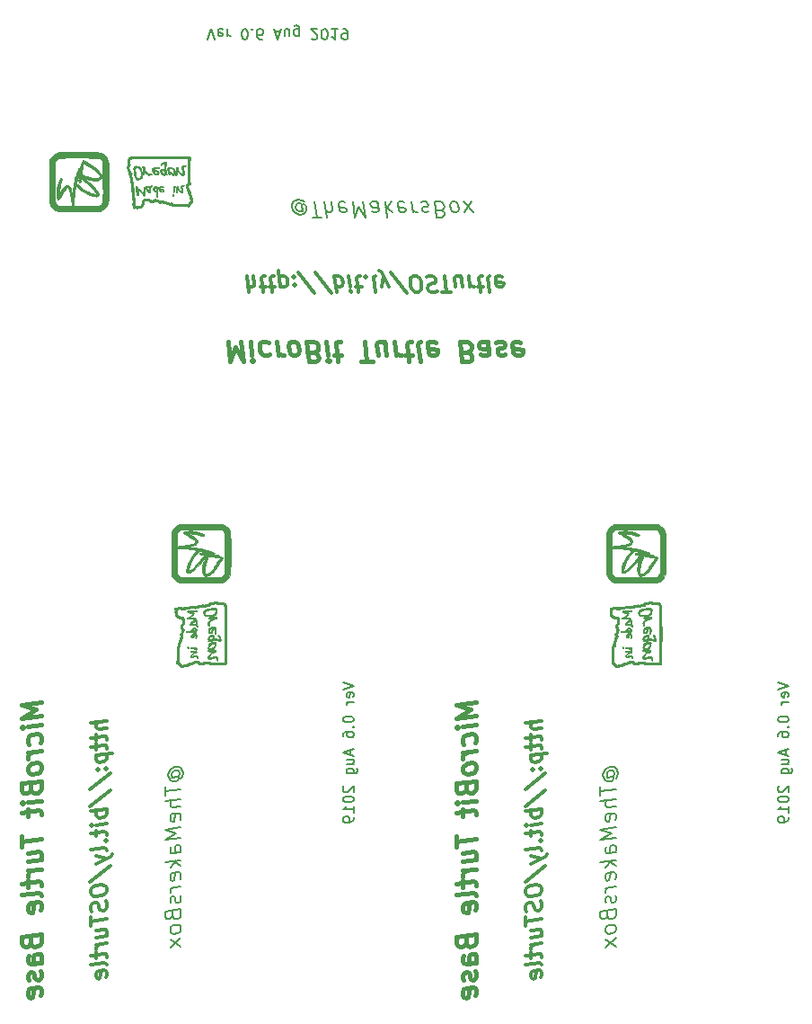
<source format=gbo>
%MOIN*%
%OFA0B0*%
%FSLAX46Y46*%
%IPPOS*%
%LPD*%
%ADD10C,0.0039370078740157488*%
%ADD11C,0.0078740157480314977*%
%ADD12C,0.011811023622047244*%
%ADD13C,0.015748031496062995*%
%ADD14C,0.00010000000000000002*%
%ADD25C,0.0039370078740157488*%
%ADD26C,0.0078740157480314977*%
%ADD27C,0.011811023622047244*%
%ADD28C,0.015748031496062995*%
%ADD29C,0.00010000000000000002*%
%ADD30C,0.0039370078740157488*%
%ADD31C,0.0078740157480314977*%
%ADD32C,0.011811023622047244*%
%ADD33C,0.015748031496062995*%
%ADD34C,0.00010000000000000002*%
G01*
D10*
D11*
X0000773593Y0001068693D02*
X0000770781Y0001071154D01*
X0000767969Y0001076427D01*
X0000767969Y0001082051D01*
X0000770781Y0001088027D01*
X0000773593Y0001091190D01*
X0000779218Y0001094706D01*
X0000784842Y0001095409D01*
X0000790466Y0001093300D01*
X0000793279Y0001090839D01*
X0000796091Y0001085566D01*
X0000796091Y0001079942D01*
X0000793279Y0001073966D01*
X0000790466Y0001070802D01*
X0000767969Y0001067990D02*
X0000790466Y0001070802D01*
X0000793279Y0001068342D01*
X0000793279Y0001065530D01*
X0000790466Y0001059554D01*
X0000784842Y0001056039D01*
X0000770781Y0001054281D01*
X0000762345Y0001058851D01*
X0000756721Y0001066584D01*
X0000753908Y0001077481D01*
X0000756721Y0001089081D01*
X0000762345Y0001098221D01*
X0000770781Y0001104900D01*
X0000782030Y0001109118D01*
X0000793279Y0001107712D01*
X0000801715Y0001103142D01*
X0000807339Y0001095409D01*
X0000810151Y0001084512D01*
X0000807339Y0001072912D01*
X0000801715Y0001063772D01*
X0000742660Y0001033893D02*
X0000742660Y0001000147D01*
X0000801715Y0001024402D02*
X0000742660Y0001017020D01*
X0000801715Y0000987844D02*
X0000742660Y0000980462D01*
X0000801715Y0000962535D02*
X0000770781Y0000958668D01*
X0000765157Y0000960777D01*
X0000762345Y0000966050D01*
X0000762345Y0000974486D01*
X0000765157Y0000980462D01*
X0000767969Y0000983626D01*
X0000798903Y0000911565D02*
X0000801715Y0000917540D01*
X0000801715Y0000928789D01*
X0000798903Y0000934062D01*
X0000793279Y0000936171D01*
X0000770781Y0000933359D01*
X0000765157Y0000929843D01*
X0000762345Y0000923868D01*
X0000762345Y0000912619D01*
X0000765157Y0000907346D01*
X0000770781Y0000905237D01*
X0000776406Y0000905940D01*
X0000782030Y0000934765D01*
X0000801715Y0000883795D02*
X0000742660Y0000876413D01*
X0000784842Y0000862000D01*
X0000742660Y0000837043D01*
X0000801715Y0000844424D01*
X0000801715Y0000790994D02*
X0000770781Y0000787127D01*
X0000765157Y0000789236D01*
X0000762345Y0000794509D01*
X0000762345Y0000805757D01*
X0000765157Y0000811733D01*
X0000798903Y0000790642D02*
X0000801715Y0000796618D01*
X0000801715Y0000810679D01*
X0000798903Y0000815951D01*
X0000793279Y0000818061D01*
X0000787654Y0000817358D01*
X0000782030Y0000813842D01*
X0000779218Y0000807867D01*
X0000779218Y0000793806D01*
X0000776406Y0000787830D01*
X0000801715Y0000762872D02*
X0000742660Y0000755490D01*
X0000779218Y0000754436D02*
X0000801715Y0000740375D01*
X0000762345Y0000735454D02*
X0000784842Y0000760763D01*
X0000798903Y0000692217D02*
X0000801715Y0000698193D01*
X0000801715Y0000709441D01*
X0000798903Y0000714714D01*
X0000793279Y0000716823D01*
X0000770781Y0000714011D01*
X0000765157Y0000710496D01*
X0000762345Y0000704520D01*
X0000762345Y0000693271D01*
X0000765157Y0000687999D01*
X0000770781Y0000685890D01*
X0000776406Y0000686593D01*
X0000782030Y0000715417D01*
X0000801715Y0000664447D02*
X0000762345Y0000659526D01*
X0000773593Y0000660932D02*
X0000767969Y0000657417D01*
X0000765157Y0000654253D01*
X0000762345Y0000648277D01*
X0000762345Y0000642653D01*
X0000798903Y0000630350D02*
X0000801715Y0000625077D01*
X0000801715Y0000613828D01*
X0000798903Y0000607852D01*
X0000793279Y0000604337D01*
X0000790466Y0000603986D01*
X0000784842Y0000606095D01*
X0000782030Y0000611368D01*
X0000782030Y0000619804D01*
X0000779218Y0000625077D01*
X0000773593Y0000627186D01*
X0000770781Y0000626834D01*
X0000765157Y0000623319D01*
X0000762345Y0000617343D01*
X0000762345Y0000608907D01*
X0000765157Y0000603634D01*
X0000770781Y0000556531D02*
X0000773593Y0000548446D01*
X0000776406Y0000545985D01*
X0000782030Y0000543876D01*
X0000790466Y0000544931D01*
X0000796091Y0000548446D01*
X0000798903Y0000551609D01*
X0000801715Y0000557585D01*
X0000801715Y0000580082D01*
X0000742660Y0000572701D01*
X0000742660Y0000553016D01*
X0000745472Y0000547743D01*
X0000748284Y0000545282D01*
X0000753908Y0000543173D01*
X0000759533Y0000543876D01*
X0000765157Y0000547391D01*
X0000767969Y0000550555D01*
X0000770781Y0000556531D01*
X0000770781Y0000576216D01*
X0000801715Y0000512591D02*
X0000798903Y0000517864D01*
X0000796091Y0000520324D01*
X0000790466Y0000522433D01*
X0000773593Y0000520324D01*
X0000767969Y0000516809D01*
X0000765157Y0000513645D01*
X0000762345Y0000507670D01*
X0000762345Y0000499233D01*
X0000765157Y0000493960D01*
X0000767969Y0000491500D01*
X0000773593Y0000489391D01*
X0000790466Y0000491500D01*
X0000796091Y0000495015D01*
X0000798903Y0000498179D01*
X0000801715Y0000504154D01*
X0000801715Y0000512591D01*
X0000801715Y0000473221D02*
X0000762345Y0000437366D01*
X0000762345Y0000468300D02*
X0000801715Y0000442287D01*
D12*
X0000526715Y0001277186D02*
X0000467660Y0001269804D01*
X0000526715Y0001251877D02*
X0000495781Y0001248010D01*
X0000490157Y0001250119D01*
X0000487345Y0001255392D01*
X0000487345Y0001263828D01*
X0000490157Y0001269804D01*
X0000492969Y0001272968D01*
X0000487345Y0001227270D02*
X0000487345Y0001204773D01*
X0000467660Y0001216373D02*
X0000518279Y0001222701D01*
X0000523903Y0001220592D01*
X0000526715Y0001215319D01*
X0000526715Y0001209694D01*
X0000487345Y0001193525D02*
X0000487345Y0001171027D01*
X0000467660Y0001182627D02*
X0000518279Y0001188955D01*
X0000523903Y0001186846D01*
X0000526715Y0001181573D01*
X0000526715Y0001175949D01*
X0000487345Y0001151342D02*
X0000546400Y0001158724D01*
X0000490157Y0001151694D02*
X0000487345Y0001145718D01*
X0000487345Y0001134469D01*
X0000490157Y0001129197D01*
X0000492969Y0001126736D01*
X0000498593Y0001124627D01*
X0000515466Y0001126736D01*
X0000521091Y0001130251D01*
X0000523903Y0001133415D01*
X0000526715Y0001139391D01*
X0000526715Y0001150639D01*
X0000523903Y0001155912D01*
X0000521091Y0001102130D02*
X0000523903Y0001099669D01*
X0000526715Y0001102833D01*
X0000523903Y0001105293D01*
X0000521091Y0001102130D01*
X0000526715Y0001102833D01*
X0000490157Y0001098263D02*
X0000492969Y0001095802D01*
X0000495781Y0001098966D01*
X0000492969Y0001101427D01*
X0000490157Y0001098263D01*
X0000495781Y0001098966D01*
X0000464848Y0001024796D02*
X0000540776Y0001084905D01*
X0000464848Y0000962928D02*
X0000540776Y0001023038D01*
X0000526715Y0000950977D02*
X0000467660Y0000943595D01*
X0000490157Y0000946407D02*
X0000487345Y0000940431D01*
X0000487345Y0000929183D01*
X0000490157Y0000923910D01*
X0000492969Y0000921449D01*
X0000498593Y0000919340D01*
X0000515466Y0000921449D01*
X0000521091Y0000924964D01*
X0000523903Y0000928128D01*
X0000526715Y0000934104D01*
X0000526715Y0000945352D01*
X0000523903Y0000950625D01*
X0000526715Y0000897546D02*
X0000487345Y0000892625D01*
X0000467660Y0000890164D02*
X0000470472Y0000893328D01*
X0000473284Y0000890867D01*
X0000470472Y0000887703D01*
X0000467660Y0000890164D01*
X0000473284Y0000890867D01*
X0000487345Y0000872940D02*
X0000487345Y0000850442D01*
X0000467660Y0000862042D02*
X0000518279Y0000868370D01*
X0000523903Y0000866261D01*
X0000526715Y0000860988D01*
X0000526715Y0000855364D01*
X0000521091Y0000834976D02*
X0000523903Y0000832515D01*
X0000526715Y0000835679D01*
X0000523903Y0000838139D01*
X0000521091Y0000834976D01*
X0000526715Y0000835679D01*
X0000526715Y0000799121D02*
X0000523903Y0000804393D01*
X0000518279Y0000806503D01*
X0000467660Y0000800175D01*
X0000487345Y0000777326D02*
X0000526715Y0000768187D01*
X0000487345Y0000749205D02*
X0000526715Y0000768187D01*
X0000540776Y0000775569D01*
X0000543588Y0000778733D01*
X0000546400Y0000784708D01*
X0000464848Y0000681713D02*
X0000540776Y0000741823D01*
X0000467660Y0000651131D02*
X0000467660Y0000639883D01*
X0000470472Y0000634610D01*
X0000476096Y0000629689D01*
X0000487345Y0000628283D01*
X0000507030Y0000630743D01*
X0000518279Y0000634961D01*
X0000523903Y0000641289D01*
X0000526715Y0000647265D01*
X0000526715Y0000658513D01*
X0000523903Y0000663786D01*
X0000518279Y0000668707D01*
X0000507030Y0000670113D01*
X0000487345Y0000667653D01*
X0000476096Y0000663434D01*
X0000470472Y0000657107D01*
X0000467660Y0000651131D01*
X0000523903Y0000610355D02*
X0000526715Y0000602270D01*
X0000526715Y0000588209D01*
X0000523903Y0000582234D01*
X0000521091Y0000579070D01*
X0000515466Y0000575555D01*
X0000509842Y0000574852D01*
X0000504218Y0000576961D01*
X0000501406Y0000579422D01*
X0000498593Y0000584694D01*
X0000495781Y0000595591D01*
X0000492969Y0000600864D01*
X0000490157Y0000603325D01*
X0000484533Y0000605434D01*
X0000478908Y0000604731D01*
X0000473284Y0000601216D01*
X0000470472Y0000598052D01*
X0000467660Y0000592076D01*
X0000467660Y0000578015D01*
X0000470472Y0000569931D01*
X0000467660Y0000552706D02*
X0000467660Y0000518960D01*
X0000526715Y0000543215D02*
X0000467660Y0000535833D01*
X0000487345Y0000476427D02*
X0000526715Y0000481348D01*
X0000487345Y0000501736D02*
X0000518279Y0000505603D01*
X0000523903Y0000503494D01*
X0000526715Y0000498221D01*
X0000526715Y0000489784D01*
X0000523903Y0000483809D01*
X0000521091Y0000480645D01*
X0000526715Y0000453226D02*
X0000487345Y0000448305D01*
X0000498593Y0000449711D02*
X0000492969Y0000446196D01*
X0000490157Y0000443032D01*
X0000487345Y0000437057D01*
X0000487345Y0000431432D01*
X0000487345Y0000420184D02*
X0000487345Y0000397686D01*
X0000467660Y0000409287D02*
X0000518279Y0000415614D01*
X0000523903Y0000413505D01*
X0000526715Y0000408232D01*
X0000526715Y0000402608D01*
X0000526715Y0000374486D02*
X0000523903Y0000379759D01*
X0000518279Y0000381868D01*
X0000467660Y0000375541D01*
X0000523903Y0000329140D02*
X0000526715Y0000335116D01*
X0000526715Y0000346365D01*
X0000523903Y0000351638D01*
X0000518279Y0000353747D01*
X0000495781Y0000350935D01*
X0000490157Y0000347419D01*
X0000487345Y0000341443D01*
X0000487345Y0000330195D01*
X0000490157Y0000324922D01*
X0000495781Y0000322813D01*
X0000501406Y0000323516D01*
X0000507030Y0000352341D01*
D11*
X0001403440Y0001421250D02*
X0001442810Y0001408127D01*
X0001403440Y0001395003D01*
X0001440935Y0001366882D02*
X0001442810Y0001370631D01*
X0001442810Y0001378130D01*
X0001440935Y0001381880D01*
X0001437186Y0001383755D01*
X0001422187Y0001383755D01*
X0001418438Y0001381880D01*
X0001416563Y0001378130D01*
X0001416563Y0001370631D01*
X0001418438Y0001366882D01*
X0001422187Y0001365007D01*
X0001425937Y0001365007D01*
X0001429686Y0001383755D01*
X0001442810Y0001348134D02*
X0001416563Y0001348134D01*
X0001424062Y0001348134D02*
X0001420313Y0001346259D01*
X0001418438Y0001344385D01*
X0001416563Y0001340635D01*
X0001416563Y0001336885D01*
X0001403440Y0001286267D02*
X0001403440Y0001282517D01*
X0001405315Y0001278768D01*
X0001407189Y0001276893D01*
X0001410939Y0001275018D01*
X0001418438Y0001273143D01*
X0001427812Y0001273143D01*
X0001435311Y0001275018D01*
X0001439060Y0001276893D01*
X0001440935Y0001278768D01*
X0001442810Y0001282517D01*
X0001442810Y0001286267D01*
X0001440935Y0001290016D01*
X0001439060Y0001291891D01*
X0001435311Y0001293766D01*
X0001427812Y0001295641D01*
X0001418438Y0001295641D01*
X0001410939Y0001293766D01*
X0001407189Y0001291891D01*
X0001405315Y0001290016D01*
X0001403440Y0001286267D01*
X0001439060Y0001256271D02*
X0001440935Y0001254396D01*
X0001442810Y0001256271D01*
X0001440935Y0001258145D01*
X0001439060Y0001256271D01*
X0001442810Y0001256271D01*
X0001403440Y0001220650D02*
X0001403440Y0001228149D01*
X0001405315Y0001231899D01*
X0001407189Y0001233773D01*
X0001412814Y0001237523D01*
X0001420313Y0001239398D01*
X0001435311Y0001239398D01*
X0001439060Y0001237523D01*
X0001440935Y0001235648D01*
X0001442810Y0001231899D01*
X0001442810Y0001224400D01*
X0001440935Y0001220650D01*
X0001439060Y0001218775D01*
X0001435311Y0001216900D01*
X0001425937Y0001216900D01*
X0001422187Y0001218775D01*
X0001420313Y0001220650D01*
X0001418438Y0001224400D01*
X0001418438Y0001231899D01*
X0001420313Y0001235648D01*
X0001422187Y0001237523D01*
X0001425937Y0001239398D01*
X0001431561Y0001171906D02*
X0001431561Y0001153158D01*
X0001442810Y0001175656D02*
X0001403440Y0001162532D01*
X0001442810Y0001149409D01*
X0001416563Y0001119413D02*
X0001442810Y0001119413D01*
X0001416563Y0001136286D02*
X0001437186Y0001136286D01*
X0001440935Y0001134411D01*
X0001442810Y0001130661D01*
X0001442810Y0001125037D01*
X0001440935Y0001121287D01*
X0001439060Y0001119413D01*
X0001416563Y0001083792D02*
X0001448434Y0001083792D01*
X0001452184Y0001085667D01*
X0001454058Y0001087542D01*
X0001455933Y0001091291D01*
X0001455933Y0001096915D01*
X0001454058Y0001100665D01*
X0001440935Y0001083792D02*
X0001442810Y0001087542D01*
X0001442810Y0001095041D01*
X0001440935Y0001098790D01*
X0001439060Y0001100665D01*
X0001435311Y0001102540D01*
X0001424062Y0001102540D01*
X0001420313Y0001100665D01*
X0001418438Y0001098790D01*
X0001416563Y0001095041D01*
X0001416563Y0001087542D01*
X0001418438Y0001083792D01*
X0001407189Y0001036923D02*
X0001405315Y0001035048D01*
X0001403440Y0001031299D01*
X0001403440Y0001021925D01*
X0001405315Y0001018175D01*
X0001407189Y0001016301D01*
X0001410939Y0001014426D01*
X0001414688Y0001014426D01*
X0001420313Y0001016301D01*
X0001442810Y0001038798D01*
X0001442810Y0001014426D01*
X0001403440Y0000990054D02*
X0001403440Y0000986304D01*
X0001405315Y0000982555D01*
X0001407189Y0000980680D01*
X0001410939Y0000978805D01*
X0001418438Y0000976930D01*
X0001427812Y0000976930D01*
X0001435311Y0000978805D01*
X0001439060Y0000980680D01*
X0001440935Y0000982555D01*
X0001442810Y0000986304D01*
X0001442810Y0000990054D01*
X0001440935Y0000993803D01*
X0001439060Y0000995678D01*
X0001435311Y0000997553D01*
X0001427812Y0000999428D01*
X0001418438Y0000999428D01*
X0001410939Y0000997553D01*
X0001407189Y0000995678D01*
X0001405315Y0000993803D01*
X0001403440Y0000990054D01*
X0001442810Y0000939435D02*
X0001442810Y0000961932D01*
X0001442810Y0000950684D02*
X0001403440Y0000950684D01*
X0001409064Y0000954433D01*
X0001412814Y0000958183D01*
X0001414688Y0000961932D01*
X0001442810Y0000920687D02*
X0001442810Y0000913188D01*
X0001440935Y0000909439D01*
X0001439060Y0000907564D01*
X0001433436Y0000903815D01*
X0001425937Y0000901940D01*
X0001410939Y0000901940D01*
X0001407189Y0000903815D01*
X0001405315Y0000905689D01*
X0001403440Y0000909439D01*
X0001403440Y0000916938D01*
X0001405315Y0000920687D01*
X0001407189Y0000922562D01*
X0001410939Y0000924437D01*
X0001420313Y0000924437D01*
X0001424062Y0000922562D01*
X0001425937Y0000920687D01*
X0001427812Y0000916938D01*
X0001427812Y0000909439D01*
X0001425937Y0000905689D01*
X0001424062Y0000903815D01*
X0001420313Y0000901940D01*
D13*
X0000282949Y0001346910D02*
X0000210114Y0001337805D01*
X0000262139Y0001320030D01*
X0000210114Y0001289249D01*
X0000282949Y0001298353D01*
X0000282949Y0001263670D02*
X0000234392Y0001257600D01*
X0000210114Y0001254566D02*
X0000213582Y0001258468D01*
X0000217051Y0001255433D01*
X0000213582Y0001251531D01*
X0000210114Y0001254566D01*
X0000217051Y0001255433D01*
X0000279480Y0001197339D02*
X0000282949Y0001204709D01*
X0000282949Y0001218582D01*
X0000279480Y0001225085D01*
X0000276012Y0001228120D01*
X0000269075Y0001230721D01*
X0000248265Y0001228120D01*
X0000241329Y0001223784D01*
X0000237860Y0001219883D01*
X0000234392Y0001212512D01*
X0000234392Y0001198639D01*
X0000237860Y0001192136D01*
X0000282949Y0001166557D02*
X0000234392Y0001160488D01*
X0000248265Y0001162222D02*
X0000241329Y0001157886D01*
X0000237860Y0001153985D01*
X0000234392Y0001146614D01*
X0000234392Y0001139678D01*
X0000282949Y0001111064D02*
X0000279480Y0001117567D01*
X0000276012Y0001120602D01*
X0000269075Y0001123203D01*
X0000248265Y0001120602D01*
X0000241329Y0001116267D01*
X0000237860Y0001112365D01*
X0000234392Y0001104995D01*
X0000234392Y0001094590D01*
X0000237860Y0001088087D01*
X0000241329Y0001085052D01*
X0000248265Y0001082451D01*
X0000269075Y0001085052D01*
X0000276012Y0001089387D01*
X0000279480Y0001093289D01*
X0000282949Y0001100659D01*
X0000282949Y0001111064D01*
X0000244797Y0001026524D02*
X0000248265Y0001016552D01*
X0000251734Y0001013518D01*
X0000258670Y0001010917D01*
X0000269075Y0001012217D01*
X0000276012Y0001016552D01*
X0000279480Y0001020454D01*
X0000282949Y0001027825D01*
X0000282949Y0001055571D01*
X0000210114Y0001046467D01*
X0000210114Y0001022189D01*
X0000213582Y0001015685D01*
X0000217051Y0001012651D01*
X0000223987Y0001010049D01*
X0000230924Y0001010916D01*
X0000237860Y0001015252D01*
X0000241329Y0001019154D01*
X0000244797Y0001026524D01*
X0000244797Y0001050802D01*
X0000282949Y0000982736D02*
X0000234392Y0000976667D01*
X0000210114Y0000973632D02*
X0000213582Y0000977534D01*
X0000217051Y0000974499D01*
X0000213582Y0000970597D01*
X0000210114Y0000973632D01*
X0000217051Y0000974499D01*
X0000234392Y0000952389D02*
X0000234392Y0000924642D01*
X0000210114Y0000938949D02*
X0000272544Y0000946753D01*
X0000279480Y0000944151D01*
X0000282949Y0000937648D01*
X0000282949Y0000930712D01*
X0000210114Y0000852241D02*
X0000210114Y0000810621D01*
X0000282949Y0000840535D02*
X0000210114Y0000831431D01*
X0000234392Y0000758163D02*
X0000282949Y0000764232D01*
X0000234392Y0000789378D02*
X0000272544Y0000794147D01*
X0000279480Y0000791545D01*
X0000282949Y0000785042D01*
X0000282949Y0000774637D01*
X0000279480Y0000767267D01*
X0000276012Y0000763365D01*
X0000282949Y0000729549D02*
X0000234392Y0000723480D01*
X0000248265Y0000725214D02*
X0000241329Y0000720879D01*
X0000237860Y0000716977D01*
X0000234392Y0000709606D01*
X0000234392Y0000702670D01*
X0000234392Y0000688797D02*
X0000234392Y0000661050D01*
X0000210114Y0000675357D02*
X0000272544Y0000683161D01*
X0000279480Y0000680559D01*
X0000282949Y0000674056D01*
X0000282949Y0000667120D01*
X0000282949Y0000632436D02*
X0000279480Y0000638940D01*
X0000272544Y0000641541D01*
X0000210114Y0000633737D01*
X0000279480Y0000576510D02*
X0000282949Y0000583880D01*
X0000282949Y0000597753D01*
X0000279480Y0000604256D01*
X0000272544Y0000606858D01*
X0000244797Y0000603389D01*
X0000237860Y0000599054D01*
X0000234392Y0000591684D01*
X0000234392Y0000577810D01*
X0000237860Y0000571307D01*
X0000244797Y0000568706D01*
X0000251734Y0000569573D01*
X0000258670Y0000605123D01*
X0000244797Y0000457720D02*
X0000248265Y0000447749D01*
X0000251734Y0000444714D01*
X0000258670Y0000442113D01*
X0000269075Y0000443413D01*
X0000276012Y0000447749D01*
X0000279480Y0000451650D01*
X0000282949Y0000459021D01*
X0000282949Y0000486767D01*
X0000210114Y0000477663D01*
X0000210114Y0000453385D01*
X0000213582Y0000446882D01*
X0000217051Y0000443847D01*
X0000223987Y0000441245D01*
X0000230924Y0000442113D01*
X0000237860Y0000446448D01*
X0000241329Y0000450350D01*
X0000244797Y0000457720D01*
X0000244797Y0000481998D01*
X0000282949Y0000382718D02*
X0000244797Y0000377949D01*
X0000237860Y0000380550D01*
X0000234392Y0000387053D01*
X0000234392Y0000400926D01*
X0000237860Y0000408296D01*
X0000279480Y0000382284D02*
X0000282949Y0000389654D01*
X0000282949Y0000406996D01*
X0000279480Y0000413499D01*
X0000272544Y0000416100D01*
X0000265607Y0000415233D01*
X0000258670Y0000410898D01*
X0000255202Y0000403528D01*
X0000255202Y0000386186D01*
X0000251734Y0000378816D01*
X0000279480Y0000351069D02*
X0000282949Y0000344566D01*
X0000282949Y0000330693D01*
X0000279480Y0000323323D01*
X0000272544Y0000318987D01*
X0000269075Y0000318554D01*
X0000262139Y0000321155D01*
X0000258670Y0000327658D01*
X0000258670Y0000338063D01*
X0000255202Y0000344566D01*
X0000248265Y0000347167D01*
X0000244797Y0000346734D01*
X0000237860Y0000342398D01*
X0000234392Y0000335028D01*
X0000234392Y0000324623D01*
X0000237860Y0000318120D01*
X0000279480Y0000260893D02*
X0000282949Y0000268263D01*
X0000282949Y0000282136D01*
X0000279480Y0000288640D01*
X0000272544Y0000291241D01*
X0000244797Y0000287772D01*
X0000237860Y0000283437D01*
X0000234392Y0000276067D01*
X0000234392Y0000262194D01*
X0000237860Y0000255691D01*
X0000244797Y0000253089D01*
X0000251734Y0000253956D01*
X0000258670Y0000289507D01*
D14*
G36*
X0000805700Y0001478100D02*
X0000807200Y0001478100D01*
X0000808200Y0001478200D01*
X0000809100Y0001478300D01*
X0000809800Y0001478500D01*
X0000810600Y0001478900D01*
X0000810900Y0001479000D01*
X0000812000Y0001479500D01*
X0000813000Y0001479900D01*
X0000814200Y0001480300D01*
X0000815600Y0001480700D01*
X0000817400Y0001481100D01*
X0000819500Y0001481600D01*
X0000820200Y0001481800D01*
X0000823100Y0001482400D01*
X0000825500Y0001483100D01*
X0000827600Y0001483700D01*
X0000829400Y0001484500D01*
X0000831000Y0001485300D01*
X0000806200Y0001485300D01*
X0000805600Y0001485300D01*
X0000805100Y0001485400D01*
X0000804600Y0001485700D01*
X0000804000Y0001486200D01*
X0000803300Y0001487100D01*
X0000802900Y0001487500D01*
X0000802000Y0001488600D01*
X0000801000Y0001489600D01*
X0000800100Y0001490300D01*
X0000799800Y0001490600D01*
X0000799100Y0001491100D01*
X0000798100Y0001491900D01*
X0000796900Y0001492900D01*
X0000795700Y0001493900D01*
X0000795600Y0001494000D01*
X0000794500Y0001494900D01*
X0000793500Y0001495700D01*
X0000792800Y0001496200D01*
X0000792400Y0001496500D01*
X0000792300Y0001496500D01*
X0000792100Y0001496700D01*
X0000792100Y0001497400D01*
X0000792100Y0001498400D01*
X0000792300Y0001499600D01*
X0000792500Y0001500800D01*
X0000792600Y0001501200D01*
X0000792700Y0001501700D01*
X0000792900Y0001502200D01*
X0000792900Y0001502800D01*
X0000793000Y0001503500D01*
X0000793100Y0001504500D01*
X0000793200Y0001505800D01*
X0000793200Y0001507300D01*
X0000793300Y0001509200D01*
X0000793300Y0001511500D01*
X0000793400Y0001514300D01*
X0000793500Y0001517600D01*
X0000793500Y0001519700D01*
X0000793600Y0001523100D01*
X0000793600Y0001526500D01*
X0000793700Y0001529900D01*
X0000793700Y0001533200D01*
X0000793800Y0001536300D01*
X0000793800Y0001539100D01*
X0000793800Y0001541600D01*
X0000793800Y0001543500D01*
X0000793800Y0001544000D01*
X0000793800Y0001551600D01*
X0000796200Y0001554000D01*
X0000798500Y0001556400D01*
X0000798500Y0001558000D01*
X0000798500Y0001559100D01*
X0000798400Y0001560500D01*
X0000798200Y0001561600D01*
X0000798100Y0001562900D01*
X0000798200Y0001564100D01*
X0000798400Y0001565400D01*
X0000798800Y0001567000D01*
X0000799500Y0001568800D01*
X0000800400Y0001571000D01*
X0000800600Y0001571600D01*
X0000801400Y0001573300D01*
X0000801900Y0001574600D01*
X0000802200Y0001575699D01*
X0000802400Y0001576700D01*
X0000802600Y0001577800D01*
X0000802700Y0001578500D01*
X0000802900Y0001580300D01*
X0000803100Y0001581700D01*
X0000803400Y0001582800D01*
X0000803800Y0001583600D01*
X0000804300Y0001584400D01*
X0000805100Y0001585200D01*
X0000805200Y0001585300D01*
X0000806000Y0001586200D01*
X0000806700Y0001587200D01*
X0000807200Y0001587899D01*
X0000807200Y0001587899D01*
X0000807400Y0001588700D01*
X0000807600Y0001589900D01*
X0000807900Y0001591300D01*
X0000808000Y0001592800D01*
X0000808200Y0001594099D01*
X0000808200Y0001595100D01*
X0000808100Y0001595700D01*
X0000807800Y0001596200D01*
X0000807300Y0001597100D01*
X0000806600Y0001597900D01*
X0000805800Y0001598800D01*
X0000805500Y0001599400D01*
X0000805400Y0001599800D01*
X0000805500Y0001600000D01*
X0000805800Y0001600400D01*
X0000806300Y0001601200D01*
X0000807000Y0001602300D01*
X0000807800Y0001603500D01*
X0000808000Y0001603800D01*
X0000810100Y0001607200D01*
X0000810200Y0001610200D01*
X0000810300Y0001611600D01*
X0000810400Y0001612500D01*
X0000810500Y0001613000D01*
X0000810700Y0001613400D01*
X0000811000Y0001613600D01*
X0000811200Y0001613700D01*
X0000812100Y0001614500D01*
X0000812700Y0001615600D01*
X0000813000Y0001616800D01*
X0000813000Y0001617000D01*
X0000812700Y0001618099D01*
X0000812000Y0001619200D01*
X0000810800Y0001620300D01*
X0000810300Y0001620700D01*
X0000809800Y0001621200D01*
X0000809400Y0001621500D01*
X0000809100Y0001621900D01*
X0000808800Y0001622400D01*
X0000808700Y0001623200D01*
X0000808500Y0001624200D01*
X0000808300Y0001625700D01*
X0000808200Y0001627600D01*
X0000808100Y0001628200D01*
X0000807700Y0001632500D01*
X0000808800Y0001633700D01*
X0000810100Y0001635100D01*
X0000811100Y0001636500D01*
X0000811900Y0001637700D01*
X0000812100Y0001638100D01*
X0000812300Y0001639000D01*
X0000812500Y0001640300D01*
X0000812700Y0001642000D01*
X0000812900Y0001643800D01*
X0000813100Y0001645800D01*
X0000813200Y0001647700D01*
X0000813200Y0001649500D01*
X0000813200Y0001649600D01*
X0000813200Y0001651500D01*
X0000813000Y0001653200D01*
X0000812800Y0001654900D01*
X0000812400Y0001656800D01*
X0000812000Y0001658600D01*
X0000811600Y0001659900D01*
X0000811100Y0001660900D01*
X0000810600Y0001661800D01*
X0000809800Y0001662700D01*
X0000808800Y0001663700D01*
X0000808000Y0001664400D01*
X0000807200Y0001665000D01*
X0000806300Y0001665300D01*
X0000805200Y0001665600D01*
X0000803800Y0001665900D01*
X0000802100Y0001666000D01*
X0000800100Y0001666200D01*
X0000797000Y0001666499D01*
X0000794300Y0001667000D01*
X0000792100Y0001667800D01*
X0000790300Y0001668800D01*
X0000790100Y0001668900D01*
X0000789100Y0001669900D01*
X0000788000Y0001671400D01*
X0000787700Y0001671900D01*
X0000787200Y0001673000D01*
X0000786800Y0001673900D01*
X0000786700Y0001674600D01*
X0000786700Y0001675500D01*
X0000786700Y0001675600D01*
X0000786700Y0001677100D01*
X0000786400Y0001678800D01*
X0000786100Y0001680000D01*
X0000785600Y0001681500D01*
X0000785400Y0001682600D01*
X0000785300Y0001683300D01*
X0000785500Y0001683900D01*
X0000785700Y0001684500D01*
X0000785900Y0001684800D01*
X0000786500Y0001686000D01*
X0000786700Y0001687700D01*
X0000786500Y0001689600D01*
X0000786300Y0001690200D01*
X0000786100Y0001691100D01*
X0000785900Y0001691900D01*
X0000785900Y0001692200D01*
X0000786100Y0001692200D01*
X0000786900Y0001692300D01*
X0000787800Y0001692300D01*
X0000787900Y0001692300D01*
X0000789000Y0001692300D01*
X0000789800Y0001692400D01*
X0000790500Y0001692600D01*
X0000791200Y0001693100D01*
X0000792500Y0001694000D01*
X0000797200Y0001693700D01*
X0000799000Y0001693600D01*
X0000800300Y0001693400D01*
X0000801300Y0001693300D01*
X0000802000Y0001693100D01*
X0000802600Y0001692900D01*
X0000803200Y0001692600D01*
X0000803500Y0001692400D01*
X0000804700Y0001691800D01*
X0000805800Y0001691500D01*
X0000806600Y0001691500D01*
X0000807700Y0001691400D01*
X0000808600Y0001691300D01*
X0000808900Y0001691200D01*
X0000809600Y0001691100D01*
X0000810600Y0001690900D01*
X0000811900Y0001690900D01*
X0000812400Y0001690900D01*
X0000813700Y0001690900D01*
X0000814500Y0001690900D01*
X0000815100Y0001691100D01*
X0000815500Y0001691400D01*
X0000816000Y0001691800D01*
X0000816100Y0001691900D01*
X0000816700Y0001692700D01*
X0000817000Y0001693500D01*
X0000817100Y0001693600D01*
X0000817100Y0001694000D01*
X0000817300Y0001694200D01*
X0000817900Y0001694400D01*
X0000818900Y0001694500D01*
X0000820200Y0001694600D01*
X0000821700Y0001694700D01*
X0000822600Y0001694700D01*
X0000824300Y0001694800D01*
X0000826500Y0001695000D01*
X0000829300Y0001695300D01*
X0000832700Y0001695800D01*
X0000836600Y0001696500D01*
X0000836900Y0001696500D01*
X0000838600Y0001696800D01*
X0000840200Y0001697000D01*
X0000841400Y0001697200D01*
X0000842300Y0001697300D01*
X0000842600Y0001697400D01*
X0000843100Y0001697400D01*
X0000844000Y0001697300D01*
X0000845200Y0001697300D01*
X0000846400Y0001697200D01*
X0000847700Y0001697200D01*
X0000848900Y0001697100D01*
X0000849700Y0001697000D01*
X0000850000Y0001696900D01*
X0000851000Y0001696500D01*
X0000852200Y0001696400D01*
X0000853400Y0001696500D01*
X0000854400Y0001696900D01*
X0000854900Y0001697500D01*
X0000855400Y0001697800D01*
X0000856400Y0001698100D01*
X0000858000Y0001698500D01*
X0000860200Y0001698800D01*
X0000862900Y0001699200D01*
X0000866000Y0001699500D01*
X0000868400Y0001699700D01*
X0000870500Y0001699900D01*
X0000872500Y0001700100D01*
X0000874200Y0001700300D01*
X0000875600Y0001700500D01*
X0000876600Y0001700600D01*
X0000877100Y0001700700D01*
X0000877900Y0001701100D01*
X0000879000Y0001701500D01*
X0000880000Y0001701900D01*
X0000880800Y0001702200D01*
X0000881400Y0001702500D01*
X0000882100Y0001702600D01*
X0000882900Y0001702699D01*
X0000883900Y0001702699D01*
X0000885200Y0001702600D01*
X0000887000Y0001702500D01*
X0000887800Y0001702500D01*
X0000889600Y0001702400D01*
X0000891000Y0001702400D01*
X0000892100Y0001702600D01*
X0000893100Y0001702900D01*
X0000894200Y0001703400D01*
X0000895500Y0001704200D01*
X0000897000Y0001704900D01*
X0000898100Y0001705300D01*
X0000899200Y0001705500D01*
X0000900300Y0001705300D01*
X0000901800Y0001704900D01*
X0000902200Y0001704700D01*
X0000903700Y0001704200D01*
X0000904900Y0001703900D01*
X0000905700Y0001703900D01*
X0000906400Y0001704000D01*
X0000907000Y0001704300D01*
X0000907100Y0001704300D01*
X0000907700Y0001704900D01*
X0000908400Y0001705900D01*
X0000909100Y0001707100D01*
X0000909600Y0001708400D01*
X0000909900Y0001709200D01*
X0000910100Y0001710000D01*
X0000913600Y0001710000D01*
X0000917200Y0001710000D01*
X0000919700Y0001711200D01*
X0000922400Y0001712500D01*
X0000924700Y0001713500D01*
X0000926600Y0001714300D01*
X0000928000Y0001714800D01*
X0000928800Y0001715000D01*
X0000929500Y0001715100D01*
X0000930100Y0001715100D01*
X0000930700Y0001714800D01*
X0000931500Y0001714200D01*
X0000931600Y0001714200D01*
X0000933200Y0001713100D01*
X0000934700Y0001712200D01*
X0000936500Y0001711500D01*
X0000937600Y0001711200D01*
X0000939700Y0001710600D01*
X0000943600Y0001711500D01*
X0000946200Y0001712100D01*
X0000948300Y0001712400D01*
X0000950100Y0001712600D01*
X0000951700Y0001712600D01*
X0000953200Y0001712300D01*
X0000954700Y0001711900D01*
X0000954700Y0001711900D01*
X0000956400Y0001711300D01*
X0000957900Y0001710800D01*
X0000959200Y0001710200D01*
X0000960100Y0001709800D01*
X0000960500Y0001709400D01*
X0000960600Y0001709400D01*
X0000960700Y0001709000D01*
X0000961000Y0001708200D01*
X0000961200Y0001707900D01*
X0000961500Y0001707000D01*
X0000961800Y0001705600D01*
X0000962000Y0001703700D01*
X0000962100Y0001701300D01*
X0000962200Y0001698300D01*
X0000962300Y0001694800D01*
X0000962300Y0001690800D01*
X0000962300Y0001690400D01*
X0000962400Y0001688200D01*
X0000962400Y0001685600D01*
X0000962500Y0001682700D01*
X0000962500Y0001679600D01*
X0000962600Y0001676500D01*
X0000962800Y0001673600D01*
X0000962800Y0001672800D01*
X0000963100Y0001663500D01*
X0000963500Y0001654600D01*
X0000963700Y0001645800D01*
X0000963900Y0001637000D01*
X0000964100Y0001628300D01*
X0000964200Y0001619500D01*
X0000964300Y0001610600D01*
X0000964300Y0001601400D01*
X0000964300Y0001592000D01*
X0000964300Y0001582100D01*
X0000964200Y0001571800D01*
X0000964100Y0001566600D01*
X0000964000Y0001559300D01*
X0000963900Y0001552600D01*
X0000963800Y0001546400D01*
X0000963700Y0001540700D01*
X0000963600Y0001535400D01*
X0000963500Y0001530500D01*
X0000963400Y0001525900D01*
X0000963300Y0001521700D01*
X0000963100Y0001517800D01*
X0000963000Y0001514200D01*
X0000962900Y0001510700D01*
X0000962700Y0001507400D01*
X0000962600Y0001505600D01*
X0000962500Y0001503100D01*
X0000962300Y0001500800D01*
X0000962200Y0001498700D01*
X0000962100Y0001496900D01*
X0000962000Y0001495600D01*
X0000962000Y0001494700D01*
X0000962000Y0001494200D01*
X0000962000Y0001494200D01*
X0000961700Y0001494200D01*
X0000960800Y0001494300D01*
X0000959500Y0001494300D01*
X0000957600Y0001494400D01*
X0000955300Y0001494500D01*
X0000952600Y0001494600D01*
X0000949500Y0001494800D01*
X0000946100Y0001494900D01*
X0000942300Y0001495100D01*
X0000938300Y0001495300D01*
X0000934100Y0001495400D01*
X0000929600Y0001495600D01*
X0000925000Y0001495900D01*
X0000924400Y0001495900D01*
X0000918900Y0001496100D01*
X0000913900Y0001496300D01*
X0000909400Y0001496500D01*
X0000905400Y0001496700D01*
X0000901900Y0001496900D01*
X0000898800Y0001497000D01*
X0000896200Y0001497100D01*
X0000893800Y0001497200D01*
X0000891900Y0001497200D01*
X0000890200Y0001497200D01*
X0000888900Y0001497200D01*
X0000887700Y0001497200D01*
X0000886800Y0001497200D01*
X0000886100Y0001497100D01*
X0000885500Y0001497000D01*
X0000885100Y0001496900D01*
X0000884700Y0001496800D01*
X0000884400Y0001496600D01*
X0000884200Y0001496400D01*
X0000883900Y0001496200D01*
X0000883600Y0001496000D01*
X0000883000Y0001495500D01*
X0000882400Y0001495200D01*
X0000881800Y0001495100D01*
X0000880800Y0001495200D01*
X0000880400Y0001495200D01*
X0000879000Y0001495200D01*
X0000877700Y0001495100D01*
X0000876100Y0001494700D01*
X0000876000Y0001494700D01*
X0000874300Y0001494200D01*
X0000873100Y0001493900D01*
X0000872200Y0001493800D01*
X0000871700Y0001493800D01*
X0000871300Y0001493900D01*
X0000871100Y0001494200D01*
X0000871000Y0001494200D01*
X0000870800Y0001494900D01*
X0000870500Y0001495800D01*
X0000870500Y0001496200D01*
X0000870200Y0001497300D01*
X0000869800Y0001498200D01*
X0000869200Y0001499000D01*
X0000868300Y0001499700D01*
X0000866900Y0001500600D01*
X0000865500Y0001501300D01*
X0000862000Y0001503000D01*
X0000858900Y0001502700D01*
X0000857700Y0001502500D01*
X0000856600Y0001502300D01*
X0000855600Y0001502000D01*
X0000854500Y0001501700D01*
X0000853100Y0001501200D01*
X0000851400Y0001500400D01*
X0000850900Y0001500200D01*
X0000848900Y0001499400D01*
X0000846900Y0001498500D01*
X0000844800Y0001497600D01*
X0000843000Y0001496800D01*
X0000842300Y0001496400D01*
X0000840800Y0001495800D01*
X0000839700Y0001495300D01*
X0000838900Y0001495000D01*
X0000838400Y0001494900D01*
X0000838000Y0001495000D01*
X0000837600Y0001495000D01*
X0000836600Y0001495300D01*
X0000835400Y0001495300D01*
X0000834100Y0001494900D01*
X0000832500Y0001494200D01*
X0000830600Y0001493200D01*
X0000830500Y0001493100D01*
X0000828900Y0001492200D01*
X0000827500Y0001491400D01*
X0000826300Y0001490800D01*
X0000825100Y0001490400D01*
X0000823800Y0001489900D01*
X0000822200Y0001489500D01*
X0000820400Y0001489100D01*
X0000818600Y0001488700D01*
X0000816100Y0001488100D01*
X0000814100Y0001487600D01*
X0000812500Y0001487200D01*
X0000811200Y0001486800D01*
X0000810100Y0001486400D01*
X0000809200Y0001486100D01*
X0000808800Y0001485800D01*
X0000807700Y0001485500D01*
X0000806500Y0001485300D01*
X0000806200Y0001485300D01*
X0000831000Y0001485300D01*
X0000831100Y0001485400D01*
X0000831700Y0001485600D01*
X0000832800Y0001486300D01*
X0000833700Y0001486700D01*
X0000834200Y0001486900D01*
X0000834600Y0001486900D01*
X0000835000Y0001486700D01*
X0000835700Y0001486600D01*
X0000836400Y0001486500D01*
X0000837300Y0001486700D01*
X0000838400Y0001486999D01*
X0000839800Y0001487600D01*
X0000841700Y0001488400D01*
X0000842900Y0001489000D01*
X0000846100Y0001490400D01*
X0000849100Y0001491800D01*
X0000851800Y0001492900D01*
X0000854200Y0001493900D01*
X0000856200Y0001494700D01*
X0000857800Y0001495200D01*
X0000858900Y0001495500D01*
X0000859000Y0001495500D01*
X0000860100Y0001495700D01*
X0000860800Y0001495600D01*
X0000861600Y0001495400D01*
X0000862100Y0001495100D01*
X0000862900Y0001494700D01*
X0000863400Y0001494200D01*
X0000863700Y0001493600D01*
X0000863900Y0001492700D01*
X0000864000Y0001492200D01*
X0000864100Y0001491600D01*
X0000864500Y0001490900D01*
X0000865100Y0001490200D01*
X0000866100Y0001489100D01*
X0000866500Y0001488800D01*
X0000867500Y0001487800D01*
X0000868200Y0001487100D01*
X0000868700Y0001486700D01*
X0000869200Y0001486500D01*
X0000869800Y0001486500D01*
X0000870200Y0001486500D01*
X0000872300Y0001486600D01*
X0000874700Y0001487100D01*
X0000877200Y0001487700D01*
X0000878300Y0001488000D01*
X0000879200Y0001488100D01*
X0000880100Y0001488100D01*
X0000881300Y0001488000D01*
X0000881500Y0001487900D01*
X0000882800Y0001487800D01*
X0000883900Y0001487800D01*
X0000884800Y0001488100D01*
X0000885900Y0001488800D01*
X0000886800Y0001489500D01*
X0000887900Y0001490400D01*
X0000926500Y0001488700D01*
X0000931200Y0001488500D01*
X0000935800Y0001488300D01*
X0000940200Y0001488100D01*
X0000944400Y0001487900D01*
X0000948300Y0001487800D01*
X0000951900Y0001487600D01*
X0000955200Y0001487500D01*
X0000958100Y0001487400D01*
X0000960600Y0001487300D01*
X0000962700Y0001487200D01*
X0000964300Y0001487200D01*
X0000965400Y0001487200D01*
X0000966000Y0001487200D01*
X0000966000Y0001487200D01*
X0000967000Y0001487600D01*
X0000967900Y0001488400D01*
X0000968500Y0001489300D01*
X0000968600Y0001489500D01*
X0000968700Y0001490000D01*
X0000968800Y0001491100D01*
X0000968900Y0001492600D01*
X0000969100Y0001494500D01*
X0000969200Y0001496800D01*
X0000969400Y0001499300D01*
X0000969500Y0001502200D01*
X0000969700Y0001505200D01*
X0000969800Y0001508400D01*
X0000970000Y0001511600D01*
X0000970100Y0001514900D01*
X0000970200Y0001518100D01*
X0000970300Y0001521300D01*
X0000970400Y0001524300D01*
X0000970500Y0001527100D01*
X0000970600Y0001528800D01*
X0000970600Y0001531200D01*
X0000970700Y0001534100D01*
X0000970700Y0001537400D01*
X0000970800Y0001541000D01*
X0000970900Y0001545000D01*
X0000970900Y0001549200D01*
X0000971000Y0001553500D01*
X0000971000Y0001558000D01*
X0000971100Y0001562400D01*
X0000971200Y0001566700D01*
X0000971200Y0001568400D01*
X0000971200Y0001572400D01*
X0000971300Y0001576400D01*
X0000971300Y0001580300D01*
X0000971400Y0001584100D01*
X0000971400Y0001587600D01*
X0000971400Y0001590900D01*
X0000971500Y0001593800D01*
X0000971500Y0001596300D01*
X0000971500Y0001598400D01*
X0000971500Y0001600000D01*
X0000971500Y0001600900D01*
X0000971500Y0001602300D01*
X0000971500Y0001604300D01*
X0000971500Y0001606700D01*
X0000971500Y0001609500D01*
X0000971500Y0001612500D01*
X0000971400Y0001615700D01*
X0000971400Y0001619000D01*
X0000971300Y0001622300D01*
X0000971300Y0001623700D01*
X0000971200Y0001629800D01*
X0000971000Y0001635700D01*
X0000970900Y0001641500D01*
X0000970700Y0001647000D01*
X0000970600Y0001652200D01*
X0000970400Y0001657100D01*
X0000970300Y0001661600D01*
X0000970200Y0001665600D01*
X0000970000Y0001669000D01*
X0000970000Y0001669700D01*
X0000969900Y0001671900D01*
X0000969800Y0001674500D01*
X0000969800Y0001677300D01*
X0000969700Y0001680100D01*
X0000969700Y0001682800D01*
X0000969700Y0001683800D01*
X0000969700Y0001686400D01*
X0000969600Y0001689300D01*
X0000969600Y0001692500D01*
X0000969400Y0001695600D01*
X0000969300Y0001698600D01*
X0000969300Y0001700100D01*
X0000968800Y0001708600D01*
X0000967500Y0001711400D01*
X0000966800Y0001712700D01*
X0000966300Y0001713700D01*
X0000965800Y0001714400D01*
X0000965600Y0001714600D01*
X0000964800Y0001715200D01*
X0000963600Y0001715800D01*
X0000962000Y0001716600D01*
X0000960300Y0001717300D01*
X0000958600Y0001718000D01*
X0000957100Y0001718600D01*
X0000955500Y0001719100D01*
X0000954200Y0001719400D01*
X0000953200Y0001719600D01*
X0000952000Y0001719700D01*
X0000951200Y0001719700D01*
X0000948300Y0001719500D01*
X0000945000Y0001719000D01*
X0000942100Y0001718400D01*
X0000940700Y0001718100D01*
X0000939600Y0001718100D01*
X0000938400Y0001718400D01*
X0000937100Y0001719000D01*
X0000935600Y0001719900D01*
X0000934900Y0001720500D01*
X0000933500Y0001721400D01*
X0000932500Y0001722000D01*
X0000931500Y0001722300D01*
X0000930500Y0001722400D01*
X0000929200Y0001722300D01*
X0000927700Y0001722000D01*
X0000926500Y0001721700D01*
X0000924900Y0001721200D01*
X0000923100Y0001720500D01*
X0000921000Y0001719700D01*
X0000919000Y0001718700D01*
X0000917300Y0001717900D01*
X0000916600Y0001717600D01*
X0000916000Y0001717300D01*
X0000915300Y0001717200D01*
X0000914500Y0001717100D01*
X0000913300Y0001717100D01*
X0000911700Y0001717100D01*
X0000911500Y0001717100D01*
X0000909600Y0001717000D01*
X0000908000Y0001716900D01*
X0000906900Y0001716700D01*
X0000906000Y0001716200D01*
X0000905200Y0001715500D01*
X0000904500Y0001714400D01*
X0000903700Y0001712900D01*
X0000903300Y0001712100D01*
X0000903000Y0001712100D01*
X0000902300Y0001712200D01*
X0000901300Y0001712400D01*
X0000901000Y0001712500D01*
X0000899200Y0001712700D01*
X0000898000Y0001712700D01*
X0000897700Y0001712700D01*
X0000896000Y0001712200D01*
X0000894200Y0001711400D01*
X0000892400Y0001710500D01*
X0000891900Y0001710200D01*
X0000891400Y0001709900D01*
X0000890900Y0001709700D01*
X0000890300Y0001709500D01*
X0000889600Y0001709500D01*
X0000888700Y0001709500D01*
X0000887500Y0001709500D01*
X0000885800Y0001709700D01*
X0000883700Y0001709900D01*
X0000883600Y0001709900D01*
X0000882600Y0001709900D01*
X0000881600Y0001709900D01*
X0000880500Y0001709600D01*
X0000879400Y0001709300D01*
X0000878100Y0001708800D01*
X0000876900Y0001708400D01*
X0000876000Y0001708000D01*
X0000875800Y0001707900D01*
X0000875300Y0001707700D01*
X0000874500Y0001707500D01*
X0000873400Y0001707400D01*
X0000871900Y0001707200D01*
X0000869900Y0001707000D01*
X0000867500Y0001706800D01*
X0000864800Y0001706500D01*
X0000862200Y0001706200D01*
X0000859700Y0001705900D01*
X0000857300Y0001705500D01*
X0000855200Y0001705200D01*
X0000853500Y0001704900D01*
X0000852300Y0001704500D01*
X0000851900Y0001704400D01*
X0000851200Y0001704400D01*
X0000850500Y0001704500D01*
X0000849500Y0001704600D01*
X0000848100Y0001704400D01*
X0000848100Y0001704400D01*
X0000846800Y0001704200D01*
X0000845400Y0001704300D01*
X0000844700Y0001704400D01*
X0000843800Y0001704500D01*
X0000843000Y0001704600D01*
X0000842100Y0001704500D01*
X0000841000Y0001704400D01*
X0000839400Y0001704100D01*
X0000838800Y0001704000D01*
X0000835100Y0001703300D01*
X0000831700Y0001702800D01*
X0000828500Y0001702400D01*
X0000825300Y0001702100D01*
X0000821800Y0001701800D01*
X0000818800Y0001701600D01*
X0000816200Y0001701500D01*
X0000814200Y0001701300D01*
X0000812600Y0001701200D01*
X0000811400Y0001701000D01*
X0000810500Y0001700900D01*
X0000809800Y0001700600D01*
X0000809300Y0001700300D01*
X0000809000Y0001699900D01*
X0000808700Y0001699600D01*
X0000808300Y0001699100D01*
X0000807800Y0001698900D01*
X0000807100Y0001699000D01*
X0000806100Y0001699300D01*
X0000805100Y0001699700D01*
X0000805100Y0001699700D01*
X0000804600Y0001700000D01*
X0000804200Y0001700100D01*
X0000803700Y0001700300D01*
X0000803000Y0001700400D01*
X0000802100Y0001700500D01*
X0000800900Y0001700600D01*
X0000799200Y0001700700D01*
X0000797100Y0001700900D01*
X0000796000Y0001700900D01*
X0000790000Y0001701300D01*
X0000788800Y0001700300D01*
X0000787600Y0001699300D01*
X0000784600Y0001699600D01*
X0000782700Y0001699700D01*
X0000781300Y0001699700D01*
X0000780300Y0001699600D01*
X0000779500Y0001699200D01*
X0000778900Y0001698700D01*
X0000778800Y0001698600D01*
X0000778300Y0001698000D01*
X0000778100Y0001697300D01*
X0000778000Y0001696400D01*
X0000778000Y0001695300D01*
X0000778300Y0001693800D01*
X0000778700Y0001691800D01*
X0000778800Y0001691600D01*
X0000779600Y0001688000D01*
X0000778800Y0001686600D01*
X0000778300Y0001685600D01*
X0000778000Y0001684699D01*
X0000778000Y0001683600D01*
X0000778200Y0001682400D01*
X0000778500Y0001680700D01*
X0000778800Y0001679500D01*
X0000779200Y0001678100D01*
X0000779500Y0001677000D01*
X0000779600Y0001676300D01*
X0000779500Y0001675600D01*
X0000779400Y0001675100D01*
X0000779300Y0001674300D01*
X0000779300Y0001673600D01*
X0000779400Y0001672800D01*
X0000779800Y0001671800D01*
X0000780400Y0001670600D01*
X0000781100Y0001669300D01*
X0000782000Y0001667700D01*
X0000782700Y0001666499D01*
X0000783400Y0001665600D01*
X0000784000Y0001664900D01*
X0000784700Y0001664200D01*
X0000785600Y0001663500D01*
X0000786500Y0001662700D01*
X0000787400Y0001662100D01*
X0000788200Y0001661700D01*
X0000789200Y0001661300D01*
X0000790500Y0001660800D01*
X0000792200Y0001660300D01*
X0000792600Y0001660200D01*
X0000794500Y0001659700D01*
X0000796100Y0001659400D01*
X0000797600Y0001659200D01*
X0000799300Y0001659000D01*
X0000799900Y0001659000D01*
X0000801700Y0001658900D01*
X0000803000Y0001658800D01*
X0000803900Y0001658500D01*
X0000804500Y0001658000D01*
X0000805000Y0001657200D01*
X0000805300Y0001656000D01*
X0000805600Y0001654900D01*
X0000806000Y0001652500D01*
X0000806200Y0001649700D01*
X0000806100Y0001646600D01*
X0000805800Y0001643700D01*
X0000805500Y0001640600D01*
X0000803200Y0001638000D01*
X0000802200Y0001637000D01*
X0000801500Y0001636000D01*
X0000800900Y0001635200D01*
X0000800700Y0001634800D01*
X0000800700Y0001634200D01*
X0000800700Y0001633200D01*
X0000800700Y0001631700D01*
X0000800900Y0001630000D01*
X0000801000Y0001628000D01*
X0000801200Y0001626000D01*
X0000801400Y0001624000D01*
X0000801600Y0001622300D01*
X0000801900Y0001620600D01*
X0000802100Y0001619400D01*
X0000802500Y0001618600D01*
X0000802700Y0001618099D01*
X0000803000Y0001617700D01*
X0000803200Y0001617300D01*
X0000803300Y0001616700D01*
X0000803300Y0001615900D01*
X0000803300Y0001614800D01*
X0000803300Y0001613300D01*
X0000803200Y0001609300D01*
X0000800500Y0001605200D01*
X0000799500Y0001603700D01*
X0000798700Y0001602400D01*
X0000798000Y0001601300D01*
X0000797600Y0001600500D01*
X0000797400Y0001600200D01*
X0000797100Y0001599100D01*
X0000797300Y0001598100D01*
X0000797900Y0001596900D01*
X0000799100Y0001595500D01*
X0000799200Y0001595400D01*
X0000800000Y0001594500D01*
X0000800500Y0001593800D01*
X0000800800Y0001593200D01*
X0000800900Y0001592600D01*
X0000800900Y0001592400D01*
X0000800800Y0001591700D01*
X0000800700Y0001591200D01*
X0000800200Y0001590500D01*
X0000799500Y0001589700D01*
X0000799100Y0001589300D01*
X0000798100Y0001588099D01*
X0000797300Y0001586800D01*
X0000796700Y0001585300D01*
X0000796300Y0001583600D01*
X0000795900Y0001581400D01*
X0000795800Y0001580300D01*
X0000795600Y0001578800D01*
X0000795300Y0001577600D01*
X0000794900Y0001576400D01*
X0000794400Y0001575000D01*
X0000793900Y0001573800D01*
X0000793200Y0001572100D01*
X0000792500Y0001570200D01*
X0000791900Y0001568400D01*
X0000791600Y0001567300D01*
X0000791300Y0001565800D01*
X0000791000Y0001564700D01*
X0000791000Y0001563800D01*
X0000791000Y0001562900D01*
X0000791100Y0001561700D01*
X0000791400Y0001559300D01*
X0000789300Y0001557000D01*
X0000788000Y0001555600D01*
X0000787200Y0001554500D01*
X0000787000Y0001553800D01*
X0000786900Y0001553300D01*
X0000786900Y0001552200D01*
X0000786800Y0001550800D01*
X0000786800Y0001549000D01*
X0000786800Y0001547000D01*
X0000786800Y0001544800D01*
X0000786800Y0001544700D01*
X0000786800Y0001541400D01*
X0000786700Y0001537900D01*
X0000786700Y0001534300D01*
X0000786700Y0001530700D01*
X0000786600Y0001527100D01*
X0000786500Y0001523600D01*
X0000786500Y0001520300D01*
X0000786400Y0001517100D01*
X0000786300Y0001514100D01*
X0000786200Y0001511400D01*
X0000786100Y0001509100D01*
X0000786000Y0001507100D01*
X0000785900Y0001505600D01*
X0000785800Y0001504600D01*
X0000785700Y0001504100D01*
X0000785600Y0001503400D01*
X0000785400Y0001502100D01*
X0000785200Y0001500600D01*
X0000785100Y0001499000D01*
X0000785000Y0001498200D01*
X0000784900Y0001496400D01*
X0000784800Y0001495100D01*
X0000784800Y0001494200D01*
X0000784800Y0001493500D01*
X0000784900Y0001492999D01*
X0000785100Y0001492600D01*
X0000785200Y0001492500D01*
X0000786000Y0001491500D01*
X0000787300Y0001490600D01*
X0000788700Y0001490200D01*
X0000789300Y0001489900D01*
X0000790200Y0001489300D01*
X0000791100Y0001488500D01*
X0000791400Y0001488300D01*
X0000792600Y0001487300D01*
X0000793700Y0001486400D01*
X0000794600Y0001485600D01*
X0000794800Y0001485500D01*
X0000795500Y0001484900D01*
X0000796500Y0001483900D01*
X0000797600Y0001482800D01*
X0000798700Y0001481700D01*
X0000799700Y0001480600D01*
X0000800600Y0001479600D01*
X0000801300Y0001478900D01*
X0000801800Y0001478500D01*
X0000801800Y0001478500D01*
X0000802500Y0001478300D01*
X0000803700Y0001478100D01*
X0000805300Y0001478100D01*
X0000805700Y0001478100D01*
X0000805700Y0001478100D01*
X0000805700Y0001478100D01*
G37*
X0000805700Y0001478100D02*
X0000807200Y0001478100D01*
X0000808200Y0001478200D01*
X0000809100Y0001478300D01*
X0000809800Y0001478500D01*
X0000810600Y0001478900D01*
X0000810900Y0001479000D01*
X0000812000Y0001479500D01*
X0000813000Y0001479900D01*
X0000814200Y0001480300D01*
X0000815600Y0001480700D01*
X0000817400Y0001481100D01*
X0000819500Y0001481600D01*
X0000820200Y0001481800D01*
X0000823100Y0001482400D01*
X0000825500Y0001483100D01*
X0000827600Y0001483700D01*
X0000829400Y0001484500D01*
X0000831000Y0001485300D01*
X0000806200Y0001485300D01*
X0000805600Y0001485300D01*
X0000805100Y0001485400D01*
X0000804600Y0001485700D01*
X0000804000Y0001486200D01*
X0000803300Y0001487100D01*
X0000802900Y0001487500D01*
X0000802000Y0001488600D01*
X0000801000Y0001489600D01*
X0000800100Y0001490300D01*
X0000799800Y0001490600D01*
X0000799100Y0001491100D01*
X0000798100Y0001491900D01*
X0000796900Y0001492900D01*
X0000795700Y0001493900D01*
X0000795600Y0001494000D01*
X0000794500Y0001494900D01*
X0000793500Y0001495700D01*
X0000792800Y0001496200D01*
X0000792400Y0001496500D01*
X0000792300Y0001496500D01*
X0000792100Y0001496700D01*
X0000792100Y0001497400D01*
X0000792100Y0001498400D01*
X0000792300Y0001499600D01*
X0000792500Y0001500800D01*
X0000792600Y0001501200D01*
X0000792700Y0001501700D01*
X0000792900Y0001502200D01*
X0000792900Y0001502800D01*
X0000793000Y0001503500D01*
X0000793100Y0001504500D01*
X0000793200Y0001505800D01*
X0000793200Y0001507300D01*
X0000793300Y0001509200D01*
X0000793300Y0001511500D01*
X0000793400Y0001514300D01*
X0000793500Y0001517600D01*
X0000793500Y0001519700D01*
X0000793600Y0001523100D01*
X0000793600Y0001526500D01*
X0000793700Y0001529900D01*
X0000793700Y0001533200D01*
X0000793800Y0001536300D01*
X0000793800Y0001539100D01*
X0000793800Y0001541600D01*
X0000793800Y0001543500D01*
X0000793800Y0001544000D01*
X0000793800Y0001551600D01*
X0000796200Y0001554000D01*
X0000798500Y0001556400D01*
X0000798500Y0001558000D01*
X0000798500Y0001559100D01*
X0000798400Y0001560500D01*
X0000798200Y0001561600D01*
X0000798100Y0001562900D01*
X0000798200Y0001564100D01*
X0000798400Y0001565400D01*
X0000798800Y0001567000D01*
X0000799500Y0001568800D01*
X0000800400Y0001571000D01*
X0000800600Y0001571600D01*
X0000801400Y0001573300D01*
X0000801900Y0001574600D01*
X0000802200Y0001575699D01*
X0000802400Y0001576700D01*
X0000802600Y0001577800D01*
X0000802700Y0001578500D01*
X0000802900Y0001580300D01*
X0000803100Y0001581700D01*
X0000803400Y0001582800D01*
X0000803800Y0001583600D01*
X0000804300Y0001584400D01*
X0000805100Y0001585200D01*
X0000805200Y0001585300D01*
X0000806000Y0001586200D01*
X0000806700Y0001587200D01*
X0000807200Y0001587899D01*
X0000807200Y0001587899D01*
X0000807400Y0001588700D01*
X0000807600Y0001589900D01*
X0000807900Y0001591300D01*
X0000808000Y0001592800D01*
X0000808200Y0001594099D01*
X0000808200Y0001595100D01*
X0000808100Y0001595700D01*
X0000807800Y0001596200D01*
X0000807300Y0001597100D01*
X0000806600Y0001597900D01*
X0000805800Y0001598800D01*
X0000805500Y0001599400D01*
X0000805400Y0001599800D01*
X0000805500Y0001600000D01*
X0000805800Y0001600400D01*
X0000806300Y0001601200D01*
X0000807000Y0001602300D01*
X0000807800Y0001603500D01*
X0000808000Y0001603800D01*
X0000810100Y0001607200D01*
X0000810200Y0001610200D01*
X0000810300Y0001611600D01*
X0000810400Y0001612500D01*
X0000810500Y0001613000D01*
X0000810700Y0001613400D01*
X0000811000Y0001613600D01*
X0000811200Y0001613700D01*
X0000812100Y0001614500D01*
X0000812700Y0001615600D01*
X0000813000Y0001616800D01*
X0000813000Y0001617000D01*
X0000812700Y0001618099D01*
X0000812000Y0001619200D01*
X0000810800Y0001620300D01*
X0000810300Y0001620700D01*
X0000809800Y0001621200D01*
X0000809400Y0001621500D01*
X0000809100Y0001621900D01*
X0000808800Y0001622400D01*
X0000808700Y0001623200D01*
X0000808500Y0001624200D01*
X0000808300Y0001625700D01*
X0000808200Y0001627600D01*
X0000808100Y0001628200D01*
X0000807700Y0001632500D01*
X0000808800Y0001633700D01*
X0000810100Y0001635100D01*
X0000811100Y0001636500D01*
X0000811900Y0001637700D01*
X0000812100Y0001638100D01*
X0000812300Y0001639000D01*
X0000812500Y0001640300D01*
X0000812700Y0001642000D01*
X0000812900Y0001643800D01*
X0000813100Y0001645800D01*
X0000813200Y0001647700D01*
X0000813200Y0001649500D01*
X0000813200Y0001649600D01*
X0000813200Y0001651500D01*
X0000813000Y0001653200D01*
X0000812800Y0001654900D01*
X0000812400Y0001656800D01*
X0000812000Y0001658600D01*
X0000811600Y0001659900D01*
X0000811100Y0001660900D01*
X0000810600Y0001661800D01*
X0000809800Y0001662700D01*
X0000808800Y0001663700D01*
X0000808000Y0001664400D01*
X0000807200Y0001665000D01*
X0000806300Y0001665300D01*
X0000805200Y0001665600D01*
X0000803800Y0001665900D01*
X0000802100Y0001666000D01*
X0000800100Y0001666200D01*
X0000797000Y0001666499D01*
X0000794300Y0001667000D01*
X0000792100Y0001667800D01*
X0000790300Y0001668800D01*
X0000790100Y0001668900D01*
X0000789100Y0001669900D01*
X0000788000Y0001671400D01*
X0000787700Y0001671900D01*
X0000787200Y0001673000D01*
X0000786800Y0001673900D01*
X0000786700Y0001674600D01*
X0000786700Y0001675500D01*
X0000786700Y0001675600D01*
X0000786700Y0001677100D01*
X0000786400Y0001678800D01*
X0000786100Y0001680000D01*
X0000785600Y0001681500D01*
X0000785400Y0001682600D01*
X0000785300Y0001683300D01*
X0000785500Y0001683900D01*
X0000785700Y0001684500D01*
X0000785900Y0001684800D01*
X0000786500Y0001686000D01*
X0000786700Y0001687700D01*
X0000786500Y0001689600D01*
X0000786300Y0001690200D01*
X0000786100Y0001691100D01*
X0000785900Y0001691900D01*
X0000785900Y0001692200D01*
X0000786100Y0001692200D01*
X0000786900Y0001692300D01*
X0000787800Y0001692300D01*
X0000787900Y0001692300D01*
X0000789000Y0001692300D01*
X0000789800Y0001692400D01*
X0000790500Y0001692600D01*
X0000791200Y0001693100D01*
X0000792500Y0001694000D01*
X0000797200Y0001693700D01*
X0000799000Y0001693600D01*
X0000800300Y0001693400D01*
X0000801300Y0001693300D01*
X0000802000Y0001693100D01*
X0000802600Y0001692900D01*
X0000803200Y0001692600D01*
X0000803500Y0001692400D01*
X0000804700Y0001691800D01*
X0000805800Y0001691500D01*
X0000806600Y0001691500D01*
X0000807700Y0001691400D01*
X0000808600Y0001691300D01*
X0000808900Y0001691200D01*
X0000809600Y0001691100D01*
X0000810600Y0001690900D01*
X0000811900Y0001690900D01*
X0000812400Y0001690900D01*
X0000813700Y0001690900D01*
X0000814500Y0001690900D01*
X0000815100Y0001691100D01*
X0000815500Y0001691400D01*
X0000816000Y0001691800D01*
X0000816100Y0001691900D01*
X0000816700Y0001692700D01*
X0000817000Y0001693500D01*
X0000817100Y0001693600D01*
X0000817100Y0001694000D01*
X0000817300Y0001694200D01*
X0000817900Y0001694400D01*
X0000818900Y0001694500D01*
X0000820200Y0001694600D01*
X0000821700Y0001694700D01*
X0000822600Y0001694700D01*
X0000824300Y0001694800D01*
X0000826500Y0001695000D01*
X0000829300Y0001695300D01*
X0000832700Y0001695800D01*
X0000836600Y0001696500D01*
X0000836900Y0001696500D01*
X0000838600Y0001696800D01*
X0000840200Y0001697000D01*
X0000841400Y0001697200D01*
X0000842300Y0001697300D01*
X0000842600Y0001697400D01*
X0000843100Y0001697400D01*
X0000844000Y0001697300D01*
X0000845200Y0001697300D01*
X0000846400Y0001697200D01*
X0000847700Y0001697200D01*
X0000848900Y0001697100D01*
X0000849700Y0001697000D01*
X0000850000Y0001696900D01*
X0000851000Y0001696500D01*
X0000852200Y0001696400D01*
X0000853400Y0001696500D01*
X0000854400Y0001696900D01*
X0000854900Y0001697500D01*
X0000855400Y0001697800D01*
X0000856400Y0001698100D01*
X0000858000Y0001698500D01*
X0000860200Y0001698800D01*
X0000862900Y0001699200D01*
X0000866000Y0001699500D01*
X0000868400Y0001699700D01*
X0000870500Y0001699900D01*
X0000872500Y0001700100D01*
X0000874200Y0001700300D01*
X0000875600Y0001700500D01*
X0000876600Y0001700600D01*
X0000877100Y0001700700D01*
X0000877900Y0001701100D01*
X0000879000Y0001701500D01*
X0000880000Y0001701900D01*
X0000880800Y0001702200D01*
X0000881400Y0001702500D01*
X0000882100Y0001702600D01*
X0000882900Y0001702699D01*
X0000883900Y0001702699D01*
X0000885200Y0001702600D01*
X0000887000Y0001702500D01*
X0000887800Y0001702500D01*
X0000889600Y0001702400D01*
X0000891000Y0001702400D01*
X0000892100Y0001702600D01*
X0000893100Y0001702900D01*
X0000894200Y0001703400D01*
X0000895500Y0001704200D01*
X0000897000Y0001704900D01*
X0000898100Y0001705300D01*
X0000899200Y0001705500D01*
X0000900300Y0001705300D01*
X0000901800Y0001704900D01*
X0000902200Y0001704700D01*
X0000903700Y0001704200D01*
X0000904900Y0001703900D01*
X0000905700Y0001703900D01*
X0000906400Y0001704000D01*
X0000907000Y0001704300D01*
X0000907100Y0001704300D01*
X0000907700Y0001704900D01*
X0000908400Y0001705900D01*
X0000909100Y0001707100D01*
X0000909600Y0001708400D01*
X0000909900Y0001709200D01*
X0000910100Y0001710000D01*
X0000913600Y0001710000D01*
X0000917200Y0001710000D01*
X0000919700Y0001711200D01*
X0000922400Y0001712500D01*
X0000924700Y0001713500D01*
X0000926600Y0001714300D01*
X0000928000Y0001714800D01*
X0000928800Y0001715000D01*
X0000929500Y0001715100D01*
X0000930100Y0001715100D01*
X0000930700Y0001714800D01*
X0000931500Y0001714200D01*
X0000931600Y0001714200D01*
X0000933200Y0001713100D01*
X0000934700Y0001712200D01*
X0000936500Y0001711500D01*
X0000937600Y0001711200D01*
X0000939700Y0001710600D01*
X0000943600Y0001711500D01*
X0000946200Y0001712100D01*
X0000948300Y0001712400D01*
X0000950100Y0001712600D01*
X0000951700Y0001712600D01*
X0000953200Y0001712300D01*
X0000954700Y0001711900D01*
X0000954700Y0001711900D01*
X0000956400Y0001711300D01*
X0000957900Y0001710800D01*
X0000959200Y0001710200D01*
X0000960100Y0001709800D01*
X0000960500Y0001709400D01*
X0000960600Y0001709400D01*
X0000960700Y0001709000D01*
X0000961000Y0001708200D01*
X0000961200Y0001707900D01*
X0000961500Y0001707000D01*
X0000961800Y0001705600D01*
X0000962000Y0001703700D01*
X0000962100Y0001701300D01*
X0000962200Y0001698300D01*
X0000962300Y0001694800D01*
X0000962300Y0001690800D01*
X0000962300Y0001690400D01*
X0000962400Y0001688200D01*
X0000962400Y0001685600D01*
X0000962500Y0001682700D01*
X0000962500Y0001679600D01*
X0000962600Y0001676500D01*
X0000962800Y0001673600D01*
X0000962800Y0001672800D01*
X0000963100Y0001663500D01*
X0000963500Y0001654600D01*
X0000963700Y0001645800D01*
X0000963900Y0001637000D01*
X0000964100Y0001628300D01*
X0000964200Y0001619500D01*
X0000964300Y0001610600D01*
X0000964300Y0001601400D01*
X0000964300Y0001592000D01*
X0000964300Y0001582100D01*
X0000964200Y0001571800D01*
X0000964100Y0001566600D01*
X0000964000Y0001559300D01*
X0000963900Y0001552600D01*
X0000963800Y0001546400D01*
X0000963700Y0001540700D01*
X0000963600Y0001535400D01*
X0000963500Y0001530500D01*
X0000963400Y0001525900D01*
X0000963300Y0001521700D01*
X0000963100Y0001517800D01*
X0000963000Y0001514200D01*
X0000962900Y0001510700D01*
X0000962700Y0001507400D01*
X0000962600Y0001505600D01*
X0000962500Y0001503100D01*
X0000962300Y0001500800D01*
X0000962200Y0001498700D01*
X0000962100Y0001496900D01*
X0000962000Y0001495600D01*
X0000962000Y0001494700D01*
X0000962000Y0001494200D01*
X0000962000Y0001494200D01*
X0000961700Y0001494200D01*
X0000960800Y0001494300D01*
X0000959500Y0001494300D01*
X0000957600Y0001494400D01*
X0000955300Y0001494500D01*
X0000952600Y0001494600D01*
X0000949500Y0001494800D01*
X0000946100Y0001494900D01*
X0000942300Y0001495100D01*
X0000938300Y0001495300D01*
X0000934100Y0001495400D01*
X0000929600Y0001495600D01*
X0000925000Y0001495900D01*
X0000924400Y0001495900D01*
X0000918900Y0001496100D01*
X0000913900Y0001496300D01*
X0000909400Y0001496500D01*
X0000905400Y0001496700D01*
X0000901900Y0001496900D01*
X0000898800Y0001497000D01*
X0000896200Y0001497100D01*
X0000893800Y0001497200D01*
X0000891900Y0001497200D01*
X0000890200Y0001497200D01*
X0000888900Y0001497200D01*
X0000887700Y0001497200D01*
X0000886800Y0001497200D01*
X0000886100Y0001497100D01*
X0000885500Y0001497000D01*
X0000885100Y0001496900D01*
X0000884700Y0001496800D01*
X0000884400Y0001496600D01*
X0000884200Y0001496400D01*
X0000883900Y0001496200D01*
X0000883600Y0001496000D01*
X0000883000Y0001495500D01*
X0000882400Y0001495200D01*
X0000881800Y0001495100D01*
X0000880800Y0001495200D01*
X0000880400Y0001495200D01*
X0000879000Y0001495200D01*
X0000877700Y0001495100D01*
X0000876100Y0001494700D01*
X0000876000Y0001494700D01*
X0000874300Y0001494200D01*
X0000873100Y0001493900D01*
X0000872200Y0001493800D01*
X0000871700Y0001493800D01*
X0000871300Y0001493900D01*
X0000871100Y0001494200D01*
X0000871000Y0001494200D01*
X0000870800Y0001494900D01*
X0000870500Y0001495800D01*
X0000870500Y0001496200D01*
X0000870200Y0001497300D01*
X0000869800Y0001498200D01*
X0000869200Y0001499000D01*
X0000868300Y0001499700D01*
X0000866900Y0001500600D01*
X0000865500Y0001501300D01*
X0000862000Y0001503000D01*
X0000858900Y0001502700D01*
X0000857700Y0001502500D01*
X0000856600Y0001502300D01*
X0000855600Y0001502000D01*
X0000854500Y0001501700D01*
X0000853100Y0001501200D01*
X0000851400Y0001500400D01*
X0000850900Y0001500200D01*
X0000848900Y0001499400D01*
X0000846900Y0001498500D01*
X0000844800Y0001497600D01*
X0000843000Y0001496800D01*
X0000842300Y0001496400D01*
X0000840800Y0001495800D01*
X0000839700Y0001495300D01*
X0000838900Y0001495000D01*
X0000838400Y0001494900D01*
X0000838000Y0001495000D01*
X0000837600Y0001495000D01*
X0000836600Y0001495300D01*
X0000835400Y0001495300D01*
X0000834100Y0001494900D01*
X0000832500Y0001494200D01*
X0000830600Y0001493200D01*
X0000830500Y0001493100D01*
X0000828900Y0001492200D01*
X0000827500Y0001491400D01*
X0000826300Y0001490800D01*
X0000825100Y0001490400D01*
X0000823800Y0001489900D01*
X0000822200Y0001489500D01*
X0000820400Y0001489100D01*
X0000818600Y0001488700D01*
X0000816100Y0001488100D01*
X0000814100Y0001487600D01*
X0000812500Y0001487200D01*
X0000811200Y0001486800D01*
X0000810100Y0001486400D01*
X0000809200Y0001486100D01*
X0000808800Y0001485800D01*
X0000807700Y0001485500D01*
X0000806500Y0001485300D01*
X0000806200Y0001485300D01*
X0000831000Y0001485300D01*
X0000831100Y0001485400D01*
X0000831700Y0001485600D01*
X0000832800Y0001486300D01*
X0000833700Y0001486700D01*
X0000834200Y0001486900D01*
X0000834600Y0001486900D01*
X0000835000Y0001486700D01*
X0000835700Y0001486600D01*
X0000836400Y0001486500D01*
X0000837300Y0001486700D01*
X0000838400Y0001486999D01*
X0000839800Y0001487600D01*
X0000841700Y0001488400D01*
X0000842900Y0001489000D01*
X0000846100Y0001490400D01*
X0000849100Y0001491800D01*
X0000851800Y0001492900D01*
X0000854200Y0001493900D01*
X0000856200Y0001494700D01*
X0000857800Y0001495200D01*
X0000858900Y0001495500D01*
X0000859000Y0001495500D01*
X0000860100Y0001495700D01*
X0000860800Y0001495600D01*
X0000861600Y0001495400D01*
X0000862100Y0001495100D01*
X0000862900Y0001494700D01*
X0000863400Y0001494200D01*
X0000863700Y0001493600D01*
X0000863900Y0001492700D01*
X0000864000Y0001492200D01*
X0000864100Y0001491600D01*
X0000864500Y0001490900D01*
X0000865100Y0001490200D01*
X0000866100Y0001489100D01*
X0000866500Y0001488800D01*
X0000867500Y0001487800D01*
X0000868200Y0001487100D01*
X0000868700Y0001486700D01*
X0000869200Y0001486500D01*
X0000869800Y0001486500D01*
X0000870200Y0001486500D01*
X0000872300Y0001486600D01*
X0000874700Y0001487100D01*
X0000877200Y0001487700D01*
X0000878300Y0001488000D01*
X0000879200Y0001488100D01*
X0000880100Y0001488100D01*
X0000881300Y0001488000D01*
X0000881500Y0001487900D01*
X0000882800Y0001487800D01*
X0000883900Y0001487800D01*
X0000884800Y0001488100D01*
X0000885900Y0001488800D01*
X0000886800Y0001489500D01*
X0000887900Y0001490400D01*
X0000926500Y0001488700D01*
X0000931200Y0001488500D01*
X0000935800Y0001488300D01*
X0000940200Y0001488100D01*
X0000944400Y0001487900D01*
X0000948300Y0001487800D01*
X0000951900Y0001487600D01*
X0000955200Y0001487500D01*
X0000958100Y0001487400D01*
X0000960600Y0001487300D01*
X0000962700Y0001487200D01*
X0000964300Y0001487200D01*
X0000965400Y0001487200D01*
X0000966000Y0001487200D01*
X0000966000Y0001487200D01*
X0000967000Y0001487600D01*
X0000967900Y0001488400D01*
X0000968500Y0001489300D01*
X0000968600Y0001489500D01*
X0000968700Y0001490000D01*
X0000968800Y0001491100D01*
X0000968900Y0001492600D01*
X0000969100Y0001494500D01*
X0000969200Y0001496800D01*
X0000969400Y0001499300D01*
X0000969500Y0001502200D01*
X0000969700Y0001505200D01*
X0000969800Y0001508400D01*
X0000970000Y0001511600D01*
X0000970100Y0001514900D01*
X0000970200Y0001518100D01*
X0000970300Y0001521300D01*
X0000970400Y0001524300D01*
X0000970500Y0001527100D01*
X0000970600Y0001528800D01*
X0000970600Y0001531200D01*
X0000970700Y0001534100D01*
X0000970700Y0001537400D01*
X0000970800Y0001541000D01*
X0000970900Y0001545000D01*
X0000970900Y0001549200D01*
X0000971000Y0001553500D01*
X0000971000Y0001558000D01*
X0000971100Y0001562400D01*
X0000971200Y0001566700D01*
X0000971200Y0001568400D01*
X0000971200Y0001572400D01*
X0000971300Y0001576400D01*
X0000971300Y0001580300D01*
X0000971400Y0001584100D01*
X0000971400Y0001587600D01*
X0000971400Y0001590900D01*
X0000971500Y0001593800D01*
X0000971500Y0001596300D01*
X0000971500Y0001598400D01*
X0000971500Y0001600000D01*
X0000971500Y0001600900D01*
X0000971500Y0001602300D01*
X0000971500Y0001604300D01*
X0000971500Y0001606700D01*
X0000971500Y0001609500D01*
X0000971500Y0001612500D01*
X0000971400Y0001615700D01*
X0000971400Y0001619000D01*
X0000971300Y0001622300D01*
X0000971300Y0001623700D01*
X0000971200Y0001629800D01*
X0000971000Y0001635700D01*
X0000970900Y0001641500D01*
X0000970700Y0001647000D01*
X0000970600Y0001652200D01*
X0000970400Y0001657100D01*
X0000970300Y0001661600D01*
X0000970200Y0001665600D01*
X0000970000Y0001669000D01*
X0000970000Y0001669700D01*
X0000969900Y0001671900D01*
X0000969800Y0001674500D01*
X0000969800Y0001677300D01*
X0000969700Y0001680100D01*
X0000969700Y0001682800D01*
X0000969700Y0001683800D01*
X0000969700Y0001686400D01*
X0000969600Y0001689300D01*
X0000969600Y0001692500D01*
X0000969400Y0001695600D01*
X0000969300Y0001698600D01*
X0000969300Y0001700100D01*
X0000968800Y0001708600D01*
X0000967500Y0001711400D01*
X0000966800Y0001712700D01*
X0000966300Y0001713700D01*
X0000965800Y0001714400D01*
X0000965600Y0001714600D01*
X0000964800Y0001715200D01*
X0000963600Y0001715800D01*
X0000962000Y0001716600D01*
X0000960300Y0001717300D01*
X0000958600Y0001718000D01*
X0000957100Y0001718600D01*
X0000955500Y0001719100D01*
X0000954200Y0001719400D01*
X0000953200Y0001719600D01*
X0000952000Y0001719700D01*
X0000951200Y0001719700D01*
X0000948300Y0001719500D01*
X0000945000Y0001719000D01*
X0000942100Y0001718400D01*
X0000940700Y0001718100D01*
X0000939600Y0001718100D01*
X0000938400Y0001718400D01*
X0000937100Y0001719000D01*
X0000935600Y0001719900D01*
X0000934900Y0001720500D01*
X0000933500Y0001721400D01*
X0000932500Y0001722000D01*
X0000931500Y0001722300D01*
X0000930500Y0001722400D01*
X0000929200Y0001722300D01*
X0000927700Y0001722000D01*
X0000926500Y0001721700D01*
X0000924900Y0001721200D01*
X0000923100Y0001720500D01*
X0000921000Y0001719700D01*
X0000919000Y0001718700D01*
X0000917300Y0001717900D01*
X0000916600Y0001717600D01*
X0000916000Y0001717300D01*
X0000915300Y0001717200D01*
X0000914500Y0001717100D01*
X0000913300Y0001717100D01*
X0000911700Y0001717100D01*
X0000911500Y0001717100D01*
X0000909600Y0001717000D01*
X0000908000Y0001716900D01*
X0000906900Y0001716700D01*
X0000906000Y0001716200D01*
X0000905200Y0001715500D01*
X0000904500Y0001714400D01*
X0000903700Y0001712900D01*
X0000903300Y0001712100D01*
X0000903000Y0001712100D01*
X0000902300Y0001712200D01*
X0000901300Y0001712400D01*
X0000901000Y0001712500D01*
X0000899200Y0001712700D01*
X0000898000Y0001712700D01*
X0000897700Y0001712700D01*
X0000896000Y0001712200D01*
X0000894200Y0001711400D01*
X0000892400Y0001710500D01*
X0000891900Y0001710200D01*
X0000891400Y0001709900D01*
X0000890900Y0001709700D01*
X0000890300Y0001709500D01*
X0000889600Y0001709500D01*
X0000888700Y0001709500D01*
X0000887500Y0001709500D01*
X0000885800Y0001709700D01*
X0000883700Y0001709900D01*
X0000883600Y0001709900D01*
X0000882600Y0001709900D01*
X0000881600Y0001709900D01*
X0000880500Y0001709600D01*
X0000879400Y0001709300D01*
X0000878100Y0001708800D01*
X0000876900Y0001708400D01*
X0000876000Y0001708000D01*
X0000875800Y0001707900D01*
X0000875300Y0001707700D01*
X0000874500Y0001707500D01*
X0000873400Y0001707400D01*
X0000871900Y0001707200D01*
X0000869900Y0001707000D01*
X0000867500Y0001706800D01*
X0000864800Y0001706500D01*
X0000862200Y0001706200D01*
X0000859700Y0001705900D01*
X0000857300Y0001705500D01*
X0000855200Y0001705200D01*
X0000853500Y0001704900D01*
X0000852300Y0001704500D01*
X0000851900Y0001704400D01*
X0000851200Y0001704400D01*
X0000850500Y0001704500D01*
X0000849500Y0001704600D01*
X0000848100Y0001704400D01*
X0000848100Y0001704400D01*
X0000846800Y0001704200D01*
X0000845400Y0001704300D01*
X0000844700Y0001704400D01*
X0000843800Y0001704500D01*
X0000843000Y0001704600D01*
X0000842100Y0001704500D01*
X0000841000Y0001704400D01*
X0000839400Y0001704100D01*
X0000838800Y0001704000D01*
X0000835100Y0001703300D01*
X0000831700Y0001702800D01*
X0000828500Y0001702400D01*
X0000825300Y0001702100D01*
X0000821800Y0001701800D01*
X0000818800Y0001701600D01*
X0000816200Y0001701500D01*
X0000814200Y0001701300D01*
X0000812600Y0001701200D01*
X0000811400Y0001701000D01*
X0000810500Y0001700900D01*
X0000809800Y0001700600D01*
X0000809300Y0001700300D01*
X0000809000Y0001699900D01*
X0000808700Y0001699600D01*
X0000808300Y0001699100D01*
X0000807800Y0001698900D01*
X0000807100Y0001699000D01*
X0000806100Y0001699300D01*
X0000805100Y0001699700D01*
X0000805100Y0001699700D01*
X0000804600Y0001700000D01*
X0000804200Y0001700100D01*
X0000803700Y0001700300D01*
X0000803000Y0001700400D01*
X0000802100Y0001700500D01*
X0000800900Y0001700600D01*
X0000799200Y0001700700D01*
X0000797100Y0001700900D01*
X0000796000Y0001700900D01*
X0000790000Y0001701300D01*
X0000788800Y0001700300D01*
X0000787600Y0001699300D01*
X0000784600Y0001699600D01*
X0000782700Y0001699700D01*
X0000781300Y0001699700D01*
X0000780300Y0001699600D01*
X0000779500Y0001699200D01*
X0000778900Y0001698700D01*
X0000778800Y0001698600D01*
X0000778300Y0001698000D01*
X0000778100Y0001697300D01*
X0000778000Y0001696400D01*
X0000778000Y0001695300D01*
X0000778300Y0001693800D01*
X0000778700Y0001691800D01*
X0000778800Y0001691600D01*
X0000779600Y0001688000D01*
X0000778800Y0001686600D01*
X0000778300Y0001685600D01*
X0000778000Y0001684699D01*
X0000778000Y0001683600D01*
X0000778200Y0001682400D01*
X0000778500Y0001680700D01*
X0000778800Y0001679500D01*
X0000779200Y0001678100D01*
X0000779500Y0001677000D01*
X0000779600Y0001676300D01*
X0000779500Y0001675600D01*
X0000779400Y0001675100D01*
X0000779300Y0001674300D01*
X0000779300Y0001673600D01*
X0000779400Y0001672800D01*
X0000779800Y0001671800D01*
X0000780400Y0001670600D01*
X0000781100Y0001669300D01*
X0000782000Y0001667700D01*
X0000782700Y0001666499D01*
X0000783400Y0001665600D01*
X0000784000Y0001664900D01*
X0000784700Y0001664200D01*
X0000785600Y0001663500D01*
X0000786500Y0001662700D01*
X0000787400Y0001662100D01*
X0000788200Y0001661700D01*
X0000789200Y0001661300D01*
X0000790500Y0001660800D01*
X0000792200Y0001660300D01*
X0000792600Y0001660200D01*
X0000794500Y0001659700D01*
X0000796100Y0001659400D01*
X0000797600Y0001659200D01*
X0000799300Y0001659000D01*
X0000799900Y0001659000D01*
X0000801700Y0001658900D01*
X0000803000Y0001658800D01*
X0000803900Y0001658500D01*
X0000804500Y0001658000D01*
X0000805000Y0001657200D01*
X0000805300Y0001656000D01*
X0000805600Y0001654900D01*
X0000806000Y0001652500D01*
X0000806200Y0001649700D01*
X0000806100Y0001646600D01*
X0000805800Y0001643700D01*
X0000805500Y0001640600D01*
X0000803200Y0001638000D01*
X0000802200Y0001637000D01*
X0000801500Y0001636000D01*
X0000800900Y0001635200D01*
X0000800700Y0001634800D01*
X0000800700Y0001634200D01*
X0000800700Y0001633200D01*
X0000800700Y0001631700D01*
X0000800900Y0001630000D01*
X0000801000Y0001628000D01*
X0000801200Y0001626000D01*
X0000801400Y0001624000D01*
X0000801600Y0001622300D01*
X0000801900Y0001620600D01*
X0000802100Y0001619400D01*
X0000802500Y0001618600D01*
X0000802700Y0001618099D01*
X0000803000Y0001617700D01*
X0000803200Y0001617300D01*
X0000803300Y0001616700D01*
X0000803300Y0001615900D01*
X0000803300Y0001614800D01*
X0000803300Y0001613300D01*
X0000803200Y0001609300D01*
X0000800500Y0001605200D01*
X0000799500Y0001603700D01*
X0000798700Y0001602400D01*
X0000798000Y0001601300D01*
X0000797600Y0001600500D01*
X0000797400Y0001600200D01*
X0000797100Y0001599100D01*
X0000797300Y0001598100D01*
X0000797900Y0001596900D01*
X0000799100Y0001595500D01*
X0000799200Y0001595400D01*
X0000800000Y0001594500D01*
X0000800500Y0001593800D01*
X0000800800Y0001593200D01*
X0000800900Y0001592600D01*
X0000800900Y0001592400D01*
X0000800800Y0001591700D01*
X0000800700Y0001591200D01*
X0000800200Y0001590500D01*
X0000799500Y0001589700D01*
X0000799100Y0001589300D01*
X0000798100Y0001588099D01*
X0000797300Y0001586800D01*
X0000796700Y0001585300D01*
X0000796300Y0001583600D01*
X0000795900Y0001581400D01*
X0000795800Y0001580300D01*
X0000795600Y0001578800D01*
X0000795300Y0001577600D01*
X0000794900Y0001576400D01*
X0000794400Y0001575000D01*
X0000793900Y0001573800D01*
X0000793200Y0001572100D01*
X0000792500Y0001570200D01*
X0000791900Y0001568400D01*
X0000791600Y0001567300D01*
X0000791300Y0001565800D01*
X0000791000Y0001564700D01*
X0000791000Y0001563800D01*
X0000791000Y0001562900D01*
X0000791100Y0001561700D01*
X0000791400Y0001559300D01*
X0000789300Y0001557000D01*
X0000788000Y0001555600D01*
X0000787200Y0001554500D01*
X0000787000Y0001553800D01*
X0000786900Y0001553300D01*
X0000786900Y0001552200D01*
X0000786800Y0001550800D01*
X0000786800Y0001549000D01*
X0000786800Y0001547000D01*
X0000786800Y0001544800D01*
X0000786800Y0001544700D01*
X0000786800Y0001541400D01*
X0000786700Y0001537900D01*
X0000786700Y0001534300D01*
X0000786700Y0001530700D01*
X0000786600Y0001527100D01*
X0000786500Y0001523600D01*
X0000786500Y0001520300D01*
X0000786400Y0001517100D01*
X0000786300Y0001514100D01*
X0000786200Y0001511400D01*
X0000786100Y0001509100D01*
X0000786000Y0001507100D01*
X0000785900Y0001505600D01*
X0000785800Y0001504600D01*
X0000785700Y0001504100D01*
X0000785600Y0001503400D01*
X0000785400Y0001502100D01*
X0000785200Y0001500600D01*
X0000785100Y0001499000D01*
X0000785000Y0001498200D01*
X0000784900Y0001496400D01*
X0000784800Y0001495100D01*
X0000784800Y0001494200D01*
X0000784800Y0001493500D01*
X0000784900Y0001492999D01*
X0000785100Y0001492600D01*
X0000785200Y0001492500D01*
X0000786000Y0001491500D01*
X0000787300Y0001490600D01*
X0000788700Y0001490200D01*
X0000789300Y0001489900D01*
X0000790200Y0001489300D01*
X0000791100Y0001488500D01*
X0000791400Y0001488300D01*
X0000792600Y0001487300D01*
X0000793700Y0001486400D01*
X0000794600Y0001485600D01*
X0000794800Y0001485500D01*
X0000795500Y0001484900D01*
X0000796500Y0001483900D01*
X0000797600Y0001482800D01*
X0000798700Y0001481700D01*
X0000799700Y0001480600D01*
X0000800600Y0001479600D01*
X0000801300Y0001478900D01*
X0000801800Y0001478500D01*
X0000801800Y0001478500D01*
X0000802500Y0001478300D01*
X0000803700Y0001478100D01*
X0000805300Y0001478100D01*
X0000805700Y0001478100D01*
X0000805700Y0001478100D01*
G36*
X0000902700Y0001573600D02*
X0000903400Y0001573600D01*
X0000903600Y0001573700D01*
X0000904400Y0001573800D01*
X0000905500Y0001574200D01*
X0000906800Y0001574700D01*
X0000907800Y0001575100D01*
X0000909500Y0001575800D01*
X0000910800Y0001576300D01*
X0000911700Y0001576600D01*
X0000912400Y0001576700D01*
X0000913000Y0001576500D01*
X0000913500Y0001576300D01*
X0000914200Y0001575699D01*
X0000914800Y0001575100D01*
X0000915300Y0001574600D01*
X0000915800Y0001574500D01*
X0000916400Y0001574700D01*
X0000917200Y0001575400D01*
X0000917400Y0001575500D01*
X0000918400Y0001576400D01*
X0000919300Y0001577000D01*
X0000920100Y0001577400D01*
X0000921200Y0001577600D01*
X0000922500Y0001577800D01*
X0000924200Y0001577900D01*
X0000924700Y0001577900D01*
X0000926800Y0001577900D01*
X0000928800Y0001577900D01*
X0000930900Y0001577700D01*
X0000933200Y0001577500D01*
X0000935900Y0001577100D01*
X0000938900Y0001576700D01*
X0000940400Y0001576400D01*
X0000942600Y0001576100D01*
X0000944300Y0001575800D01*
X0000945600Y0001575699D01*
X0000946500Y0001575600D01*
X0000947200Y0001575699D01*
X0000947700Y0001575800D01*
X0000948100Y0001576000D01*
X0000948200Y0001576000D01*
X0000948500Y0001576300D01*
X0000948600Y0001576600D01*
X0000948700Y0001577100D01*
X0000948800Y0001577900D01*
X0000948800Y0001579100D01*
X0000948800Y0001579800D01*
X0000948800Y0001581200D01*
X0000948700Y0001581899D01*
X0000912100Y0001581899D01*
X0000910300Y0001582200D01*
X0000908600Y0001582800D01*
X0000907200Y0001583700D01*
X0000906900Y0001583900D01*
X0000906300Y0001584900D01*
X0000906200Y0001586100D01*
X0000906500Y0001587300D01*
X0000907200Y0001588500D01*
X0000908300Y0001589700D01*
X0000909600Y0001590700D01*
X0000911200Y0001591400D01*
X0000911600Y0001591600D01*
X0000912500Y0001591800D01*
X0000913600Y0001592000D01*
X0000914800Y0001592200D01*
X0000916000Y0001592400D01*
X0000917100Y0001592500D01*
X0000917800Y0001592600D01*
X0000918200Y0001592500D01*
X0000918300Y0001592100D01*
X0000918500Y0001591300D01*
X0000918700Y0001590200D01*
X0000918800Y0001589000D01*
X0000918900Y0001587899D01*
X0000919000Y0001587000D01*
X0000919000Y0001586600D01*
X0000918700Y0001585700D01*
X0000918100Y0001584700D01*
X0000917700Y0001584300D01*
X0000916800Y0001583500D01*
X0000915900Y0001582800D01*
X0000915400Y0001582600D01*
X0000913900Y0001582000D01*
X0000912100Y0001581899D01*
X0000948700Y0001581899D01*
X0000948700Y0001582500D01*
X0000948700Y0001583400D01*
X0000948600Y0001583800D01*
X0000948300Y0001585300D01*
X0000947900Y0001587000D01*
X0000947300Y0001588800D01*
X0000946800Y0001590400D01*
X0000946200Y0001591600D01*
X0000946200Y0001591800D01*
X0000945300Y0001593300D01*
X0000944200Y0001594700D01*
X0000943000Y0001595900D01*
X0000941900Y0001596700D01*
X0000940900Y0001597200D01*
X0000940000Y0001597200D01*
X0000940000Y0001597200D01*
X0000939200Y0001596700D01*
X0000938500Y0001595900D01*
X0000938200Y0001595100D01*
X0000938200Y0001595100D01*
X0000938500Y0001594500D01*
X0000939100Y0001593600D01*
X0000940200Y0001592300D01*
X0000940300Y0001592100D01*
X0000941800Y0001590400D01*
X0000942900Y0001588700D01*
X0000943700Y0001587000D01*
X0000944200Y0001585400D01*
X0000944400Y0001584100D01*
X0000944100Y0001583000D01*
X0000943900Y0001582700D01*
X0000943600Y0001582300D01*
X0000943300Y0001582200D01*
X0000942700Y0001582200D01*
X0000941800Y0001582400D01*
X0000941700Y0001582500D01*
X0000940900Y0001582600D01*
X0000939700Y0001582800D01*
X0000938100Y0001583000D01*
X0000936100Y0001583100D01*
X0000933500Y0001583300D01*
X0000930500Y0001583500D01*
X0000926900Y0001583700D01*
X0000925900Y0001583800D01*
X0000922300Y0001584000D01*
X0000922300Y0001589300D01*
X0000922300Y0001591600D01*
X0000922300Y0001593300D01*
X0000922200Y0001594700D01*
X0000921900Y0001595800D01*
X0000921600Y0001596600D01*
X0000921000Y0001597300D01*
X0000920400Y0001598000D01*
X0000920200Y0001598200D01*
X0000919400Y0001598800D01*
X0000918900Y0001599000D01*
X0000918100Y0001599000D01*
X0000917700Y0001598900D01*
X0000914300Y0001598300D01*
X0000911300Y0001597300D01*
X0000908700Y0001596000D01*
X0000906500Y0001594400D01*
X0000906100Y0001594000D01*
X0000904800Y0001592600D01*
X0000903900Y0001591200D01*
X0000903100Y0001589600D01*
X0000902600Y0001588300D01*
X0000902100Y0001587000D01*
X0000901500Y0001585700D01*
X0000901200Y0001585100D01*
X0000900300Y0001583500D01*
X0000901200Y0001582400D01*
X0000901900Y0001581500D01*
X0000902400Y0001580700D01*
X0000902500Y0001579800D01*
X0000902400Y0001578700D01*
X0000902200Y0001577400D01*
X0000901900Y0001576100D01*
X0000901900Y0001575200D01*
X0000901900Y0001574600D01*
X0000902000Y0001574200D01*
X0000902300Y0001573700D01*
X0000902700Y0001573600D01*
X0000902700Y0001573600D01*
X0000902700Y0001573600D01*
G37*
X0000902700Y0001573600D02*
X0000903400Y0001573600D01*
X0000903600Y0001573700D01*
X0000904400Y0001573800D01*
X0000905500Y0001574200D01*
X0000906800Y0001574700D01*
X0000907800Y0001575100D01*
X0000909500Y0001575800D01*
X0000910800Y0001576300D01*
X0000911700Y0001576600D01*
X0000912400Y0001576700D01*
X0000913000Y0001576500D01*
X0000913500Y0001576300D01*
X0000914200Y0001575699D01*
X0000914800Y0001575100D01*
X0000915300Y0001574600D01*
X0000915800Y0001574500D01*
X0000916400Y0001574700D01*
X0000917200Y0001575400D01*
X0000917400Y0001575500D01*
X0000918400Y0001576400D01*
X0000919300Y0001577000D01*
X0000920100Y0001577400D01*
X0000921200Y0001577600D01*
X0000922500Y0001577800D01*
X0000924200Y0001577900D01*
X0000924700Y0001577900D01*
X0000926800Y0001577900D01*
X0000928800Y0001577900D01*
X0000930900Y0001577700D01*
X0000933200Y0001577500D01*
X0000935900Y0001577100D01*
X0000938900Y0001576700D01*
X0000940400Y0001576400D01*
X0000942600Y0001576100D01*
X0000944300Y0001575800D01*
X0000945600Y0001575699D01*
X0000946500Y0001575600D01*
X0000947200Y0001575699D01*
X0000947700Y0001575800D01*
X0000948100Y0001576000D01*
X0000948200Y0001576000D01*
X0000948500Y0001576300D01*
X0000948600Y0001576600D01*
X0000948700Y0001577100D01*
X0000948800Y0001577900D01*
X0000948800Y0001579100D01*
X0000948800Y0001579800D01*
X0000948800Y0001581200D01*
X0000948700Y0001581899D01*
X0000912100Y0001581899D01*
X0000910300Y0001582200D01*
X0000908600Y0001582800D01*
X0000907200Y0001583700D01*
X0000906900Y0001583900D01*
X0000906300Y0001584900D01*
X0000906200Y0001586100D01*
X0000906500Y0001587300D01*
X0000907200Y0001588500D01*
X0000908300Y0001589700D01*
X0000909600Y0001590700D01*
X0000911200Y0001591400D01*
X0000911600Y0001591600D01*
X0000912500Y0001591800D01*
X0000913600Y0001592000D01*
X0000914800Y0001592200D01*
X0000916000Y0001592400D01*
X0000917100Y0001592500D01*
X0000917800Y0001592600D01*
X0000918200Y0001592500D01*
X0000918300Y0001592100D01*
X0000918500Y0001591300D01*
X0000918700Y0001590200D01*
X0000918800Y0001589000D01*
X0000918900Y0001587899D01*
X0000919000Y0001587000D01*
X0000919000Y0001586600D01*
X0000918700Y0001585700D01*
X0000918100Y0001584700D01*
X0000917700Y0001584300D01*
X0000916800Y0001583500D01*
X0000915900Y0001582800D01*
X0000915400Y0001582600D01*
X0000913900Y0001582000D01*
X0000912100Y0001581899D01*
X0000948700Y0001581899D01*
X0000948700Y0001582500D01*
X0000948700Y0001583400D01*
X0000948600Y0001583800D01*
X0000948300Y0001585300D01*
X0000947900Y0001587000D01*
X0000947300Y0001588800D01*
X0000946800Y0001590400D01*
X0000946200Y0001591600D01*
X0000946200Y0001591800D01*
X0000945300Y0001593300D01*
X0000944200Y0001594700D01*
X0000943000Y0001595900D01*
X0000941900Y0001596700D01*
X0000940900Y0001597200D01*
X0000940000Y0001597200D01*
X0000940000Y0001597200D01*
X0000939200Y0001596700D01*
X0000938500Y0001595900D01*
X0000938200Y0001595100D01*
X0000938200Y0001595100D01*
X0000938500Y0001594500D01*
X0000939100Y0001593600D01*
X0000940200Y0001592300D01*
X0000940300Y0001592100D01*
X0000941800Y0001590400D01*
X0000942900Y0001588700D01*
X0000943700Y0001587000D01*
X0000944200Y0001585400D01*
X0000944400Y0001584100D01*
X0000944100Y0001583000D01*
X0000943900Y0001582700D01*
X0000943600Y0001582300D01*
X0000943300Y0001582200D01*
X0000942700Y0001582200D01*
X0000941800Y0001582400D01*
X0000941700Y0001582500D01*
X0000940900Y0001582600D01*
X0000939700Y0001582800D01*
X0000938100Y0001583000D01*
X0000936100Y0001583100D01*
X0000933500Y0001583300D01*
X0000930500Y0001583500D01*
X0000926900Y0001583700D01*
X0000925900Y0001583800D01*
X0000922300Y0001584000D01*
X0000922300Y0001589300D01*
X0000922300Y0001591600D01*
X0000922300Y0001593300D01*
X0000922200Y0001594700D01*
X0000921900Y0001595800D01*
X0000921600Y0001596600D01*
X0000921000Y0001597300D01*
X0000920400Y0001598000D01*
X0000920200Y0001598200D01*
X0000919400Y0001598800D01*
X0000918900Y0001599000D01*
X0000918100Y0001599000D01*
X0000917700Y0001598900D01*
X0000914300Y0001598300D01*
X0000911300Y0001597300D01*
X0000908700Y0001596000D01*
X0000906500Y0001594400D01*
X0000906100Y0001594000D01*
X0000904800Y0001592600D01*
X0000903900Y0001591200D01*
X0000903100Y0001589600D01*
X0000902600Y0001588300D01*
X0000902100Y0001587000D01*
X0000901500Y0001585700D01*
X0000901200Y0001585100D01*
X0000900300Y0001583500D01*
X0000901200Y0001582400D01*
X0000901900Y0001581500D01*
X0000902400Y0001580700D01*
X0000902500Y0001579800D01*
X0000902400Y0001578700D01*
X0000902200Y0001577400D01*
X0000901900Y0001576100D01*
X0000901900Y0001575200D01*
X0000901900Y0001574600D01*
X0000902000Y0001574200D01*
X0000902300Y0001573700D01*
X0000902700Y0001573600D01*
X0000902700Y0001573600D01*
G36*
X0000936200Y0001502400D02*
X0000936600Y0001502700D01*
X0000936700Y0001502700D01*
X0000937000Y0001503400D01*
X0000937200Y0001504500D01*
X0000937300Y0001505900D01*
X0000937200Y0001507500D01*
X0000937100Y0001509100D01*
X0000936900Y0001509800D01*
X0000936500Y0001511600D01*
X0000935900Y0001513500D01*
X0000935100Y0001515200D01*
X0000934300Y0001516600D01*
X0000933700Y0001517500D01*
X0000933200Y0001518100D01*
X0000932700Y0001518400D01*
X0000931900Y0001518600D01*
X0000930900Y0001518800D01*
X0000930600Y0001518900D01*
X0000928400Y0001519000D01*
X0000926200Y0001518800D01*
X0000923700Y0001518300D01*
X0000920900Y0001517400D01*
X0000920200Y0001517199D01*
X0000917000Y0001516100D01*
X0000914200Y0001515300D01*
X0000911700Y0001514800D01*
X0000909400Y0001514600D01*
X0000909100Y0001514600D01*
X0000907200Y0001514700D01*
X0000905700Y0001515000D01*
X0000904800Y0001515500D01*
X0000904400Y0001516300D01*
X0000904600Y0001517300D01*
X0000904600Y0001517500D01*
X0000905100Y0001518200D01*
X0000905900Y0001519300D01*
X0000906900Y0001520500D01*
X0000908000Y0001521800D01*
X0000909200Y0001523100D01*
X0000910300Y0001524300D01*
X0000910700Y0001524600D01*
X0000914100Y0001527500D01*
X0000917700Y0001529800D01*
X0000921300Y0001531600D01*
X0000925000Y0001532800D01*
X0000927500Y0001533200D01*
X0000928700Y0001533400D01*
X0000929800Y0001533700D01*
X0000930500Y0001534000D01*
X0000930500Y0001534000D01*
X0000930900Y0001534300D01*
X0000931000Y0001534600D01*
X0000931100Y0001535200D01*
X0000931000Y0001536100D01*
X0000930800Y0001537300D01*
X0000930600Y0001538700D01*
X0000930300Y0001540200D01*
X0000927100Y0001540400D01*
X0000925400Y0001540500D01*
X0000923400Y0001540500D01*
X0000921500Y0001540600D01*
X0000920700Y0001540600D01*
X0000918800Y0001540600D01*
X0000916900Y0001540700D01*
X0000915000Y0001540900D01*
X0000912900Y0001541100D01*
X0000910400Y0001541500D01*
X0000907600Y0001541900D01*
X0000905800Y0001542200D01*
X0000904000Y0001542500D01*
X0000902400Y0001542700D01*
X0000901000Y0001542900D01*
X0000900100Y0001543000D01*
X0000899600Y0001543000D01*
X0000899500Y0001543000D01*
X0000899200Y0001542600D01*
X0000899100Y0001541900D01*
X0000899300Y0001540900D01*
X0000899800Y0001539900D01*
X0000900400Y0001539100D01*
X0000901200Y0001538400D01*
X0000902300Y0001537800D01*
X0000903800Y0001537200D01*
X0000905700Y0001536600D01*
X0000908200Y0001536100D01*
X0000908400Y0001536000D01*
X0000910500Y0001535500D01*
X0000912200Y0001535200D01*
X0000913400Y0001534800D01*
X0000914200Y0001534600D01*
X0000914700Y0001534400D01*
X0000914900Y0001534200D01*
X0000915000Y0001534000D01*
X0000915000Y0001534000D01*
X0000914800Y0001533700D01*
X0000914200Y0001533000D01*
X0000913400Y0001532000D01*
X0000912300Y0001530800D01*
X0000911000Y0001529400D01*
X0000909500Y0001527900D01*
X0000909400Y0001527800D01*
X0000906900Y0001525200D01*
X0000904900Y0001523000D01*
X0000903200Y0001521200D01*
X0000901900Y0001519600D01*
X0000900900Y0001518200D01*
X0000900200Y0001517100D01*
X0000899800Y0001516100D01*
X0000899600Y0001515200D01*
X0000899700Y0001514300D01*
X0000899900Y0001513400D01*
X0000900400Y0001512500D01*
X0000900900Y0001511700D01*
X0000901600Y0001510700D01*
X0000902300Y0001510000D01*
X0000903300Y0001509600D01*
X0000904500Y0001509300D01*
X0000906100Y0001509200D01*
X0000907900Y0001509100D01*
X0000910600Y0001509200D01*
X0000912900Y0001509400D01*
X0000914900Y0001509900D01*
X0000917000Y0001510600D01*
X0000917800Y0001510900D01*
X0000920200Y0001511800D01*
X0000922600Y0001512500D01*
X0000924900Y0001512900D01*
X0000927000Y0001513200D01*
X0000928900Y0001513100D01*
X0000930100Y0001512900D01*
X0000930800Y0001512600D01*
X0000931400Y0001512100D01*
X0000932000Y0001511300D01*
X0000932500Y0001510200D01*
X0000933100Y0001508700D01*
X0000933700Y0001507000D01*
X0000934200Y0001505600D01*
X0000934700Y0001504400D01*
X0000935200Y0001503400D01*
X0000935500Y0001503000D01*
X0000935900Y0001502500D01*
X0000936200Y0001502400D01*
X0000936200Y0001502400D01*
X0000936200Y0001502400D01*
G37*
X0000936200Y0001502400D02*
X0000936600Y0001502700D01*
X0000936700Y0001502700D01*
X0000937000Y0001503400D01*
X0000937200Y0001504500D01*
X0000937300Y0001505900D01*
X0000937200Y0001507500D01*
X0000937100Y0001509100D01*
X0000936900Y0001509800D01*
X0000936500Y0001511600D01*
X0000935900Y0001513500D01*
X0000935100Y0001515200D01*
X0000934300Y0001516600D01*
X0000933700Y0001517500D01*
X0000933200Y0001518100D01*
X0000932700Y0001518400D01*
X0000931900Y0001518600D01*
X0000930900Y0001518800D01*
X0000930600Y0001518900D01*
X0000928400Y0001519000D01*
X0000926200Y0001518800D01*
X0000923700Y0001518300D01*
X0000920900Y0001517400D01*
X0000920200Y0001517199D01*
X0000917000Y0001516100D01*
X0000914200Y0001515300D01*
X0000911700Y0001514800D01*
X0000909400Y0001514600D01*
X0000909100Y0001514600D01*
X0000907200Y0001514700D01*
X0000905700Y0001515000D01*
X0000904800Y0001515500D01*
X0000904400Y0001516300D01*
X0000904600Y0001517300D01*
X0000904600Y0001517500D01*
X0000905100Y0001518200D01*
X0000905900Y0001519300D01*
X0000906900Y0001520500D01*
X0000908000Y0001521800D01*
X0000909200Y0001523100D01*
X0000910300Y0001524300D01*
X0000910700Y0001524600D01*
X0000914100Y0001527500D01*
X0000917700Y0001529800D01*
X0000921300Y0001531600D01*
X0000925000Y0001532800D01*
X0000927500Y0001533200D01*
X0000928700Y0001533400D01*
X0000929800Y0001533700D01*
X0000930500Y0001534000D01*
X0000930500Y0001534000D01*
X0000930900Y0001534300D01*
X0000931000Y0001534600D01*
X0000931100Y0001535200D01*
X0000931000Y0001536100D01*
X0000930800Y0001537300D01*
X0000930600Y0001538700D01*
X0000930300Y0001540200D01*
X0000927100Y0001540400D01*
X0000925400Y0001540500D01*
X0000923400Y0001540500D01*
X0000921500Y0001540600D01*
X0000920700Y0001540600D01*
X0000918800Y0001540600D01*
X0000916900Y0001540700D01*
X0000915000Y0001540900D01*
X0000912900Y0001541100D01*
X0000910400Y0001541500D01*
X0000907600Y0001541900D01*
X0000905800Y0001542200D01*
X0000904000Y0001542500D01*
X0000902400Y0001542700D01*
X0000901000Y0001542900D01*
X0000900100Y0001543000D01*
X0000899600Y0001543000D01*
X0000899500Y0001543000D01*
X0000899200Y0001542600D01*
X0000899100Y0001541900D01*
X0000899300Y0001540900D01*
X0000899800Y0001539900D01*
X0000900400Y0001539100D01*
X0000901200Y0001538400D01*
X0000902300Y0001537800D01*
X0000903800Y0001537200D01*
X0000905700Y0001536600D01*
X0000908200Y0001536100D01*
X0000908400Y0001536000D01*
X0000910500Y0001535500D01*
X0000912200Y0001535200D01*
X0000913400Y0001534800D01*
X0000914200Y0001534600D01*
X0000914700Y0001534400D01*
X0000914900Y0001534200D01*
X0000915000Y0001534000D01*
X0000915000Y0001534000D01*
X0000914800Y0001533700D01*
X0000914200Y0001533000D01*
X0000913400Y0001532000D01*
X0000912300Y0001530800D01*
X0000911000Y0001529400D01*
X0000909500Y0001527900D01*
X0000909400Y0001527800D01*
X0000906900Y0001525200D01*
X0000904900Y0001523000D01*
X0000903200Y0001521200D01*
X0000901900Y0001519600D01*
X0000900900Y0001518200D01*
X0000900200Y0001517100D01*
X0000899800Y0001516100D01*
X0000899600Y0001515200D01*
X0000899700Y0001514300D01*
X0000899900Y0001513400D01*
X0000900400Y0001512500D01*
X0000900900Y0001511700D01*
X0000901600Y0001510700D01*
X0000902300Y0001510000D01*
X0000903300Y0001509600D01*
X0000904500Y0001509300D01*
X0000906100Y0001509200D01*
X0000907900Y0001509100D01*
X0000910600Y0001509200D01*
X0000912900Y0001509400D01*
X0000914900Y0001509900D01*
X0000917000Y0001510600D01*
X0000917800Y0001510900D01*
X0000920200Y0001511800D01*
X0000922600Y0001512500D01*
X0000924900Y0001512900D01*
X0000927000Y0001513200D01*
X0000928900Y0001513100D01*
X0000930100Y0001512900D01*
X0000930800Y0001512600D01*
X0000931400Y0001512100D01*
X0000932000Y0001511300D01*
X0000932500Y0001510200D01*
X0000933100Y0001508700D01*
X0000933700Y0001507000D01*
X0000934200Y0001505600D01*
X0000934700Y0001504400D01*
X0000935200Y0001503400D01*
X0000935500Y0001503000D01*
X0000935900Y0001502500D01*
X0000936200Y0001502400D01*
X0000936200Y0001502400D01*
G36*
X0000893100Y0001666800D02*
X0000894600Y0001666800D01*
X0000896400Y0001666800D01*
X0000898600Y0001666900D01*
X0000900900Y0001667000D01*
X0000903400Y0001667000D01*
X0000905900Y0001667100D01*
X0000908400Y0001667200D01*
X0000910700Y0001667300D01*
X0000912800Y0001667400D01*
X0000914500Y0001667500D01*
X0000915900Y0001667600D01*
X0000916600Y0001667700D01*
X0000918800Y0001668000D01*
X0000920800Y0001668600D01*
X0000922100Y0001669000D01*
X0000923400Y0001669600D01*
X0000924700Y0001670100D01*
X0000925300Y0001670300D01*
X0000910600Y0001670300D01*
X0000909100Y0001670300D01*
X0000907200Y0001670400D01*
X0000905700Y0001670400D01*
X0000902700Y0001670500D01*
X0000900100Y0001670700D01*
X0000898000Y0001670900D01*
X0000896300Y0001671200D01*
X0000894800Y0001671500D01*
X0000893600Y0001672000D01*
X0000893000Y0001672300D01*
X0000891700Y0001673100D01*
X0000890900Y0001674000D01*
X0000890400Y0001675300D01*
X0000890300Y0001676900D01*
X0000890300Y0001676900D01*
X0000890300Y0001678000D01*
X0000890100Y0001678699D01*
X0000889800Y0001679200D01*
X0000889600Y0001679400D01*
X0000888900Y0001680200D01*
X0000888800Y0001681100D01*
X0000889200Y0001682000D01*
X0000890100Y0001683100D01*
X0000890400Y0001683400D01*
X0000892300Y0001684900D01*
X0000894700Y0001686300D01*
X0000897600Y0001687500D01*
X0000900800Y0001688600D01*
X0000904400Y0001689500D01*
X0000906800Y0001690000D01*
X0000909100Y0001690300D01*
X0000911600Y0001690600D01*
X0000914200Y0001690800D01*
X0000916800Y0001691000D01*
X0000919300Y0001691100D01*
X0000921600Y0001691200D01*
X0000923700Y0001691200D01*
X0000925400Y0001691100D01*
X0000926600Y0001690900D01*
X0000926800Y0001690900D01*
X0000928100Y0001690300D01*
X0000929300Y0001689300D01*
X0000930100Y0001688200D01*
X0000930200Y0001687700D01*
X0000930400Y0001686900D01*
X0000930500Y0001686300D01*
X0000930500Y0001685600D01*
X0000930400Y0001684699D01*
X0000930300Y0001684400D01*
X0000929700Y0001682400D01*
X0000928700Y0001680300D01*
X0000927500Y0001678300D01*
X0000926100Y0001676600D01*
X0000924600Y0001675200D01*
X0000924200Y0001674900D01*
X0000923300Y0001674400D01*
X0000922000Y0001673800D01*
X0000920400Y0001673100D01*
X0000918700Y0001672400D01*
X0000917000Y0001671700D01*
X0000915400Y0001671100D01*
X0000914200Y0001670700D01*
X0000914100Y0001670700D01*
X0000913400Y0001670600D01*
X0000912600Y0001670400D01*
X0000911700Y0001670400D01*
X0000910600Y0001670300D01*
X0000925300Y0001670300D01*
X0000925900Y0001670500D01*
X0000926100Y0001670600D01*
X0000927400Y0001671400D01*
X0000928900Y0001672600D01*
X0000930300Y0001674200D01*
X0000931700Y0001676100D01*
X0000932000Y0001676700D01*
X0000932500Y0001677500D01*
X0000932900Y0001678300D01*
X0000933200Y0001679100D01*
X0000933500Y0001680000D01*
X0000933700Y0001681200D01*
X0000934000Y0001682700D01*
X0000934400Y0001684699D01*
X0000934400Y0001685000D01*
X0000934700Y0001686900D01*
X0000934900Y0001688200D01*
X0000935000Y0001689300D01*
X0000934900Y0001690100D01*
X0000934800Y0001690800D01*
X0000934500Y0001691500D01*
X0000934400Y0001691700D01*
X0000933600Y0001693000D01*
X0000932500Y0001694400D01*
X0000931200Y0001695600D01*
X0000929900Y0001696500D01*
X0000929700Y0001696600D01*
X0000928700Y0001697100D01*
X0000927600Y0001697400D01*
X0000926500Y0001697600D01*
X0000925100Y0001697700D01*
X0000923500Y0001697700D01*
X0000921600Y0001697600D01*
X0000919300Y0001697400D01*
X0000916600Y0001697100D01*
X0000913400Y0001696699D01*
X0000911600Y0001696400D01*
X0000907200Y0001695800D01*
X0000903300Y0001695000D01*
X0000899800Y0001694300D01*
X0000896900Y0001693500D01*
X0000894300Y0001692700D01*
X0000892100Y0001691700D01*
X0000890100Y0001690699D01*
X0000888500Y0001689600D01*
X0000887300Y0001688600D01*
X0000885700Y0001686800D01*
X0000884600Y0001684800D01*
X0000884000Y0001682600D01*
X0000883800Y0001680500D01*
X0000883900Y0001679400D01*
X0000884100Y0001678699D01*
X0000884500Y0001678000D01*
X0000884600Y0001678000D01*
X0000885200Y0001677000D01*
X0000885500Y0001675600D01*
X0000885600Y0001675300D01*
X0000885800Y0001673900D01*
X0000886400Y0001672600D01*
X0000887300Y0001671300D01*
X0000888600Y0001669800D01*
X0000889500Y0001668900D01*
X0000890500Y0001667900D01*
X0000891200Y0001667300D01*
X0000891800Y0001667000D01*
X0000892300Y0001666800D01*
X0000892900Y0001666800D01*
X0000893100Y0001666800D01*
X0000893100Y0001666800D01*
X0000893100Y0001666800D01*
G37*
X0000893100Y0001666800D02*
X0000894600Y0001666800D01*
X0000896400Y0001666800D01*
X0000898600Y0001666900D01*
X0000900900Y0001667000D01*
X0000903400Y0001667000D01*
X0000905900Y0001667100D01*
X0000908400Y0001667200D01*
X0000910700Y0001667300D01*
X0000912800Y0001667400D01*
X0000914500Y0001667500D01*
X0000915900Y0001667600D01*
X0000916600Y0001667700D01*
X0000918800Y0001668000D01*
X0000920800Y0001668600D01*
X0000922100Y0001669000D01*
X0000923400Y0001669600D01*
X0000924700Y0001670100D01*
X0000925300Y0001670300D01*
X0000910600Y0001670300D01*
X0000909100Y0001670300D01*
X0000907200Y0001670400D01*
X0000905700Y0001670400D01*
X0000902700Y0001670500D01*
X0000900100Y0001670700D01*
X0000898000Y0001670900D01*
X0000896300Y0001671200D01*
X0000894800Y0001671500D01*
X0000893600Y0001672000D01*
X0000893000Y0001672300D01*
X0000891700Y0001673100D01*
X0000890900Y0001674000D01*
X0000890400Y0001675300D01*
X0000890300Y0001676900D01*
X0000890300Y0001676900D01*
X0000890300Y0001678000D01*
X0000890100Y0001678699D01*
X0000889800Y0001679200D01*
X0000889600Y0001679400D01*
X0000888900Y0001680200D01*
X0000888800Y0001681100D01*
X0000889200Y0001682000D01*
X0000890100Y0001683100D01*
X0000890400Y0001683400D01*
X0000892300Y0001684900D01*
X0000894700Y0001686300D01*
X0000897600Y0001687500D01*
X0000900800Y0001688600D01*
X0000904400Y0001689500D01*
X0000906800Y0001690000D01*
X0000909100Y0001690300D01*
X0000911600Y0001690600D01*
X0000914200Y0001690800D01*
X0000916800Y0001691000D01*
X0000919300Y0001691100D01*
X0000921600Y0001691200D01*
X0000923700Y0001691200D01*
X0000925400Y0001691100D01*
X0000926600Y0001690900D01*
X0000926800Y0001690900D01*
X0000928100Y0001690300D01*
X0000929300Y0001689300D01*
X0000930100Y0001688200D01*
X0000930200Y0001687700D01*
X0000930400Y0001686900D01*
X0000930500Y0001686300D01*
X0000930500Y0001685600D01*
X0000930400Y0001684699D01*
X0000930300Y0001684400D01*
X0000929700Y0001682400D01*
X0000928700Y0001680300D01*
X0000927500Y0001678300D01*
X0000926100Y0001676600D01*
X0000924600Y0001675200D01*
X0000924200Y0001674900D01*
X0000923300Y0001674400D01*
X0000922000Y0001673800D01*
X0000920400Y0001673100D01*
X0000918700Y0001672400D01*
X0000917000Y0001671700D01*
X0000915400Y0001671100D01*
X0000914200Y0001670700D01*
X0000914100Y0001670700D01*
X0000913400Y0001670600D01*
X0000912600Y0001670400D01*
X0000911700Y0001670400D01*
X0000910600Y0001670300D01*
X0000925300Y0001670300D01*
X0000925900Y0001670500D01*
X0000926100Y0001670600D01*
X0000927400Y0001671400D01*
X0000928900Y0001672600D01*
X0000930300Y0001674200D01*
X0000931700Y0001676100D01*
X0000932000Y0001676700D01*
X0000932500Y0001677500D01*
X0000932900Y0001678300D01*
X0000933200Y0001679100D01*
X0000933500Y0001680000D01*
X0000933700Y0001681200D01*
X0000934000Y0001682700D01*
X0000934400Y0001684699D01*
X0000934400Y0001685000D01*
X0000934700Y0001686900D01*
X0000934900Y0001688200D01*
X0000935000Y0001689300D01*
X0000934900Y0001690100D01*
X0000934800Y0001690800D01*
X0000934500Y0001691500D01*
X0000934400Y0001691700D01*
X0000933600Y0001693000D01*
X0000932500Y0001694400D01*
X0000931200Y0001695600D01*
X0000929900Y0001696500D01*
X0000929700Y0001696600D01*
X0000928700Y0001697100D01*
X0000927600Y0001697400D01*
X0000926500Y0001697600D01*
X0000925100Y0001697700D01*
X0000923500Y0001697700D01*
X0000921600Y0001697600D01*
X0000919300Y0001697400D01*
X0000916600Y0001697100D01*
X0000913400Y0001696699D01*
X0000911600Y0001696400D01*
X0000907200Y0001695800D01*
X0000903300Y0001695000D01*
X0000899800Y0001694300D01*
X0000896900Y0001693500D01*
X0000894300Y0001692700D01*
X0000892100Y0001691700D01*
X0000890100Y0001690699D01*
X0000888500Y0001689600D01*
X0000887300Y0001688600D01*
X0000885700Y0001686800D01*
X0000884600Y0001684800D01*
X0000884000Y0001682600D01*
X0000883800Y0001680500D01*
X0000883900Y0001679400D01*
X0000884100Y0001678699D01*
X0000884500Y0001678000D01*
X0000884600Y0001678000D01*
X0000885200Y0001677000D01*
X0000885500Y0001675600D01*
X0000885600Y0001675300D01*
X0000885800Y0001673900D01*
X0000886400Y0001672600D01*
X0000887300Y0001671300D01*
X0000888600Y0001669800D01*
X0000889500Y0001668900D01*
X0000890500Y0001667900D01*
X0000891200Y0001667300D01*
X0000891800Y0001667000D01*
X0000892300Y0001666800D01*
X0000892900Y0001666800D01*
X0000893100Y0001666800D01*
X0000893100Y0001666800D01*
G36*
X0000904200Y0001630700D02*
X0000904900Y0001631000D01*
X0000905500Y0001631500D01*
X0000906600Y0001632900D01*
X0000907200Y0001634400D01*
X0000907300Y0001636200D01*
X0000906900Y0001638200D01*
X0000906800Y0001638700D01*
X0000906300Y0001640500D01*
X0000906200Y0001642200D01*
X0000906600Y0001643700D01*
X0000907500Y0001645300D01*
X0000908900Y0001647000D01*
X0000910000Y0001648200D01*
X0000912900Y0001650700D01*
X0000915700Y0001652700D01*
X0000918700Y0001654299D01*
X0000921800Y0001655500D01*
X0000925300Y0001656400D01*
X0000927900Y0001656900D01*
X0000929900Y0001657200D01*
X0000931300Y0001657500D01*
X0000932300Y0001657800D01*
X0000932800Y0001658100D01*
X0000933000Y0001658400D01*
X0000933100Y0001658800D01*
X0000933200Y0001659700D01*
X0000933400Y0001660900D01*
X0000933400Y0001661600D01*
X0000933600Y0001664500D01*
X0000932100Y0001664300D01*
X0000931500Y0001664200D01*
X0000930300Y0001664200D01*
X0000928700Y0001664100D01*
X0000926800Y0001664000D01*
X0000924500Y0001664000D01*
X0000922100Y0001663900D01*
X0000919500Y0001663800D01*
X0000918700Y0001663800D01*
X0000916100Y0001663800D01*
X0000913600Y0001663700D01*
X0000911400Y0001663600D01*
X0000909400Y0001663500D01*
X0000907800Y0001663400D01*
X0000906600Y0001663400D01*
X0000905900Y0001663300D01*
X0000905800Y0001663300D01*
X0000904500Y0001662800D01*
X0000903800Y0001662100D01*
X0000903600Y0001661300D01*
X0000903900Y0001660499D01*
X0000904300Y0001659900D01*
X0000905300Y0001659100D01*
X0000906300Y0001658700D01*
X0000907400Y0001658600D01*
X0000908300Y0001658700D01*
X0000909300Y0001658700D01*
X0000910500Y0001658700D01*
X0000911700Y0001658600D01*
X0000913000Y0001658500D01*
X0000914000Y0001658300D01*
X0000914700Y0001658100D01*
X0000915000Y0001657900D01*
X0000914800Y0001657400D01*
X0000914200Y0001656700D01*
X0000913400Y0001655900D01*
X0000912400Y0001654900D01*
X0000911400Y0001654100D01*
X0000910400Y0001653300D01*
X0000909700Y0001652800D01*
X0000909600Y0001652800D01*
X0000908100Y0001651900D01*
X0000906600Y0001650700D01*
X0000905100Y0001649100D01*
X0000903700Y0001647300D01*
X0000902500Y0001645500D01*
X0000901700Y0001643800D01*
X0000901600Y0001643500D01*
X0000901300Y0001641900D01*
X0000901200Y0001640000D01*
X0000901400Y0001637800D01*
X0000901800Y0001635500D01*
X0000902100Y0001634600D01*
X0000902600Y0001632800D01*
X0000903100Y0001631600D01*
X0000903600Y0001630900D01*
X0000904200Y0001630700D01*
X0000904200Y0001630700D01*
X0000904200Y0001630700D01*
G37*
X0000904200Y0001630700D02*
X0000904900Y0001631000D01*
X0000905500Y0001631500D01*
X0000906600Y0001632900D01*
X0000907200Y0001634400D01*
X0000907300Y0001636200D01*
X0000906900Y0001638200D01*
X0000906800Y0001638700D01*
X0000906300Y0001640500D01*
X0000906200Y0001642200D01*
X0000906600Y0001643700D01*
X0000907500Y0001645300D01*
X0000908900Y0001647000D01*
X0000910000Y0001648200D01*
X0000912900Y0001650700D01*
X0000915700Y0001652700D01*
X0000918700Y0001654299D01*
X0000921800Y0001655500D01*
X0000925300Y0001656400D01*
X0000927900Y0001656900D01*
X0000929900Y0001657200D01*
X0000931300Y0001657500D01*
X0000932300Y0001657800D01*
X0000932800Y0001658100D01*
X0000933000Y0001658400D01*
X0000933100Y0001658800D01*
X0000933200Y0001659700D01*
X0000933400Y0001660900D01*
X0000933400Y0001661600D01*
X0000933600Y0001664500D01*
X0000932100Y0001664300D01*
X0000931500Y0001664200D01*
X0000930300Y0001664200D01*
X0000928700Y0001664100D01*
X0000926800Y0001664000D01*
X0000924500Y0001664000D01*
X0000922100Y0001663900D01*
X0000919500Y0001663800D01*
X0000918700Y0001663800D01*
X0000916100Y0001663800D01*
X0000913600Y0001663700D01*
X0000911400Y0001663600D01*
X0000909400Y0001663500D01*
X0000907800Y0001663400D01*
X0000906600Y0001663400D01*
X0000905900Y0001663300D01*
X0000905800Y0001663300D01*
X0000904500Y0001662800D01*
X0000903800Y0001662100D01*
X0000903600Y0001661300D01*
X0000903900Y0001660499D01*
X0000904300Y0001659900D01*
X0000905300Y0001659100D01*
X0000906300Y0001658700D01*
X0000907400Y0001658600D01*
X0000908300Y0001658700D01*
X0000909300Y0001658700D01*
X0000910500Y0001658700D01*
X0000911700Y0001658600D01*
X0000913000Y0001658500D01*
X0000914000Y0001658300D01*
X0000914700Y0001658100D01*
X0000915000Y0001657900D01*
X0000914800Y0001657400D01*
X0000914200Y0001656700D01*
X0000913400Y0001655900D01*
X0000912400Y0001654900D01*
X0000911400Y0001654100D01*
X0000910400Y0001653300D01*
X0000909700Y0001652800D01*
X0000909600Y0001652800D01*
X0000908100Y0001651900D01*
X0000906600Y0001650700D01*
X0000905100Y0001649100D01*
X0000903700Y0001647300D01*
X0000902500Y0001645500D01*
X0000901700Y0001643800D01*
X0000901600Y0001643500D01*
X0000901300Y0001641900D01*
X0000901200Y0001640000D01*
X0000901400Y0001637800D01*
X0000901800Y0001635500D01*
X0000902100Y0001634600D01*
X0000902600Y0001632800D01*
X0000903100Y0001631600D01*
X0000903600Y0001630900D01*
X0000904200Y0001630700D01*
X0000904200Y0001630700D01*
G36*
X0000927800Y0001601500D02*
X0000928400Y0001601500D01*
X0000928800Y0001601800D01*
X0000929300Y0001602500D01*
X0000929400Y0001602600D01*
X0000929900Y0001604000D01*
X0000930400Y0001605800D01*
X0000930800Y0001607900D01*
X0000931100Y0001610200D01*
X0000931300Y0001612600D01*
X0000931400Y0001615000D01*
X0000931300Y0001617200D01*
X0000931100Y0001619000D01*
X0000931000Y0001619600D01*
X0000930300Y0001621900D01*
X0000929300Y0001624000D01*
X0000928100Y0001625800D01*
X0000926800Y0001627100D01*
X0000925800Y0001627700D01*
X0000924900Y0001628000D01*
X0000923600Y0001628100D01*
X0000922300Y0001628200D01*
X0000920800Y0001628300D01*
X0000919300Y0001628200D01*
X0000918000Y0001628100D01*
X0000917000Y0001627900D01*
X0000916300Y0001627600D01*
X0000916200Y0001627300D01*
X0000915900Y0001627100D01*
X0000915300Y0001626800D01*
X0000914400Y0001626600D01*
X0000913600Y0001626500D01*
X0000913200Y0001626500D01*
X0000912400Y0001626300D01*
X0000911200Y0001625900D01*
X0000910000Y0001625200D01*
X0000908700Y0001624500D01*
X0000907700Y0001623700D01*
X0000907700Y0001623600D01*
X0000906800Y0001622700D01*
X0000905800Y0001621500D01*
X0000904800Y0001620000D01*
X0000903900Y0001618600D01*
X0000903300Y0001617300D01*
X0000903100Y0001616800D01*
X0000903000Y0001616000D01*
X0000903000Y0001614900D01*
X0000903000Y0001613500D01*
X0000903100Y0001612600D01*
X0000903200Y0001610500D01*
X0000903400Y0001608900D01*
X0000903600Y0001607700D01*
X0000904000Y0001606800D01*
X0000904400Y0001606099D01*
X0000904700Y0001605800D01*
X0000905900Y0001604700D01*
X0000907300Y0001604100D01*
X0000909000Y0001603900D01*
X0000909800Y0001603900D01*
X0000912200Y0001604200D01*
X0000914100Y0001605000D01*
X0000915600Y0001606200D01*
X0000916800Y0001607700D01*
X0000908700Y0001607700D01*
X0000907800Y0001608200D01*
X0000907000Y0001609100D01*
X0000906500Y0001610300D01*
X0000906200Y0001611700D01*
X0000906300Y0001613300D01*
X0000906500Y0001613900D01*
X0000907100Y0001615200D01*
X0000908200Y0001616500D01*
X0000909600Y0001617800D01*
X0000911300Y0001619000D01*
X0000913100Y0001619900D01*
X0000913500Y0001620000D01*
X0000914500Y0001620300D01*
X0000915200Y0001620400D01*
X0000915700Y0001620200D01*
X0000916000Y0001619700D01*
X0000916000Y0001618700D01*
X0000915800Y0001617300D01*
X0000915400Y0001615400D01*
X0000915300Y0001614500D01*
X0000914900Y0001613200D01*
X0000914500Y0001612000D01*
X0000914200Y0001611100D01*
X0000914000Y0001610800D01*
X0000913300Y0001610000D01*
X0000912300Y0001609200D01*
X0000911200Y0001608400D01*
X0000910200Y0001607900D01*
X0000909800Y0001607800D01*
X0000908700Y0001607700D01*
X0000916800Y0001607700D01*
X0000916800Y0001607800D01*
X0000917300Y0001609000D01*
X0000917600Y0001609800D01*
X0000917900Y0001610600D01*
X0000918100Y0001611400D01*
X0000918300Y0001612500D01*
X0000918600Y0001613900D01*
X0000918900Y0001615700D01*
X0000919000Y0001616400D01*
X0000919400Y0001618500D01*
X0000919800Y0001620100D01*
X0000920400Y0001621200D01*
X0000921000Y0001621800D01*
X0000921800Y0001621900D01*
X0000922700Y0001621600D01*
X0000922800Y0001621600D01*
X0000924000Y0001620700D01*
X0000925100Y0001619300D01*
X0000926100Y0001617500D01*
X0000926700Y0001615600D01*
X0000927000Y0001613400D01*
X0000927000Y0001610900D01*
X0000926600Y0001608000D01*
X0000926500Y0001607400D01*
X0000926200Y0001605899D01*
X0000926000Y0001604900D01*
X0000926000Y0001604200D01*
X0000926000Y0001603700D01*
X0000926100Y0001603200D01*
X0000926400Y0001602700D01*
X0000926800Y0001602000D01*
X0000927400Y0001601600D01*
X0000927800Y0001601500D01*
X0000927800Y0001601500D01*
X0000927800Y0001601500D01*
G37*
X0000927800Y0001601500D02*
X0000928400Y0001601500D01*
X0000928800Y0001601800D01*
X0000929300Y0001602500D01*
X0000929400Y0001602600D01*
X0000929900Y0001604000D01*
X0000930400Y0001605800D01*
X0000930800Y0001607900D01*
X0000931100Y0001610200D01*
X0000931300Y0001612600D01*
X0000931400Y0001615000D01*
X0000931300Y0001617200D01*
X0000931100Y0001619000D01*
X0000931000Y0001619600D01*
X0000930300Y0001621900D01*
X0000929300Y0001624000D01*
X0000928100Y0001625800D01*
X0000926800Y0001627100D01*
X0000925800Y0001627700D01*
X0000924900Y0001628000D01*
X0000923600Y0001628100D01*
X0000922300Y0001628200D01*
X0000920800Y0001628300D01*
X0000919300Y0001628200D01*
X0000918000Y0001628100D01*
X0000917000Y0001627900D01*
X0000916300Y0001627600D01*
X0000916200Y0001627300D01*
X0000915900Y0001627100D01*
X0000915300Y0001626800D01*
X0000914400Y0001626600D01*
X0000913600Y0001626500D01*
X0000913200Y0001626500D01*
X0000912400Y0001626300D01*
X0000911200Y0001625900D01*
X0000910000Y0001625200D01*
X0000908700Y0001624500D01*
X0000907700Y0001623700D01*
X0000907700Y0001623600D01*
X0000906800Y0001622700D01*
X0000905800Y0001621500D01*
X0000904800Y0001620000D01*
X0000903900Y0001618600D01*
X0000903300Y0001617300D01*
X0000903100Y0001616800D01*
X0000903000Y0001616000D01*
X0000903000Y0001614900D01*
X0000903000Y0001613500D01*
X0000903100Y0001612600D01*
X0000903200Y0001610500D01*
X0000903400Y0001608900D01*
X0000903600Y0001607700D01*
X0000904000Y0001606800D01*
X0000904400Y0001606099D01*
X0000904700Y0001605800D01*
X0000905900Y0001604700D01*
X0000907300Y0001604100D01*
X0000909000Y0001603900D01*
X0000909800Y0001603900D01*
X0000912200Y0001604200D01*
X0000914100Y0001605000D01*
X0000915600Y0001606200D01*
X0000916800Y0001607700D01*
X0000908700Y0001607700D01*
X0000907800Y0001608200D01*
X0000907000Y0001609100D01*
X0000906500Y0001610300D01*
X0000906200Y0001611700D01*
X0000906300Y0001613300D01*
X0000906500Y0001613900D01*
X0000907100Y0001615200D01*
X0000908200Y0001616500D01*
X0000909600Y0001617800D01*
X0000911300Y0001619000D01*
X0000913100Y0001619900D01*
X0000913500Y0001620000D01*
X0000914500Y0001620300D01*
X0000915200Y0001620400D01*
X0000915700Y0001620200D01*
X0000916000Y0001619700D01*
X0000916000Y0001618700D01*
X0000915800Y0001617300D01*
X0000915400Y0001615400D01*
X0000915300Y0001614500D01*
X0000914900Y0001613200D01*
X0000914500Y0001612000D01*
X0000914200Y0001611100D01*
X0000914000Y0001610800D01*
X0000913300Y0001610000D01*
X0000912300Y0001609200D01*
X0000911200Y0001608400D01*
X0000910200Y0001607900D01*
X0000909800Y0001607800D01*
X0000908700Y0001607700D01*
X0000916800Y0001607700D01*
X0000916800Y0001607800D01*
X0000917300Y0001609000D01*
X0000917600Y0001609800D01*
X0000917900Y0001610600D01*
X0000918100Y0001611400D01*
X0000918300Y0001612500D01*
X0000918600Y0001613900D01*
X0000918900Y0001615700D01*
X0000919000Y0001616400D01*
X0000919400Y0001618500D01*
X0000919800Y0001620100D01*
X0000920400Y0001621200D01*
X0000921000Y0001621800D01*
X0000921800Y0001621900D01*
X0000922700Y0001621600D01*
X0000922800Y0001621600D01*
X0000924000Y0001620700D01*
X0000925100Y0001619300D01*
X0000926100Y0001617500D01*
X0000926700Y0001615600D01*
X0000927000Y0001613400D01*
X0000927000Y0001610900D01*
X0000926600Y0001608000D01*
X0000926500Y0001607400D01*
X0000926200Y0001605899D01*
X0000926000Y0001604900D01*
X0000926000Y0001604200D01*
X0000926000Y0001603700D01*
X0000926100Y0001603200D01*
X0000926400Y0001602700D01*
X0000926800Y0001602000D01*
X0000927400Y0001601600D01*
X0000927800Y0001601500D01*
X0000927800Y0001601500D01*
G36*
X0000912000Y0001545300D02*
X0000914000Y0001545400D01*
X0000915900Y0001545400D01*
X0000917700Y0001545499D01*
X0000919300Y0001545600D01*
X0000920500Y0001545800D01*
X0000921000Y0001545900D01*
X0000922100Y0001546400D01*
X0000923500Y0001547600D01*
X0000924000Y0001548100D01*
X0000924700Y0001548900D01*
X0000910500Y0001548900D01*
X0000908700Y0001548900D01*
X0000907300Y0001549000D01*
X0000907200Y0001549100D01*
X0000906100Y0001549600D01*
X0000905200Y0001550300D01*
X0000904600Y0001551200D01*
X0000904400Y0001551900D01*
X0000904600Y0001552500D01*
X0000905000Y0001553300D01*
X0000905700Y0001554300D01*
X0000905700Y0001554300D01*
X0000906500Y0001555200D01*
X0000907400Y0001556300D01*
X0000908500Y0001557400D01*
X0000909600Y0001558600D01*
X0000910700Y0001559600D01*
X0000911600Y0001560400D01*
X0000912400Y0001561000D01*
X0000912800Y0001561200D01*
X0000913200Y0001561300D01*
X0000913500Y0001561900D01*
X0000913600Y0001562900D01*
X0000913600Y0001563600D01*
X0000913700Y0001565100D01*
X0000915000Y0001565500D01*
X0000915800Y0001565700D01*
X0000917100Y0001565900D01*
X0000918500Y0001566100D01*
X0000919200Y0001566200D01*
X0000921200Y0001566300D01*
X0000923000Y0001566300D01*
X0000924400Y0001566100D01*
X0000925500Y0001565800D01*
X0000925900Y0001565400D01*
X0000926400Y0001564500D01*
X0000926600Y0001563300D01*
X0000926500Y0001561600D01*
X0000926100Y0001559600D01*
X0000925700Y0001557900D01*
X0000924900Y0001555700D01*
X0000924100Y0001554000D01*
X0000923000Y0001552600D01*
X0000921700Y0001551600D01*
X0000920100Y0001550700D01*
X0000918600Y0001550200D01*
X0000916700Y0001549700D01*
X0000914600Y0001549300D01*
X0000912500Y0001549000D01*
X0000910500Y0001548900D01*
X0000924700Y0001548900D01*
X0000925500Y0001549800D01*
X0000926800Y0001551900D01*
X0000928000Y0001554400D01*
X0000929000Y0001557300D01*
X0000930000Y0001560700D01*
X0000930600Y0001563500D01*
X0000930900Y0001565000D01*
X0000931200Y0001566300D01*
X0000931400Y0001567300D01*
X0000931500Y0001567900D01*
X0000931500Y0001568000D01*
X0000931200Y0001568400D01*
X0000930700Y0001568900D01*
X0000930100Y0001569400D01*
X0000928900Y0001570200D01*
X0000927500Y0001570700D01*
X0000925900Y0001571000D01*
X0000923900Y0001571200D01*
X0000923100Y0001571200D01*
X0000919900Y0001571000D01*
X0000916900Y0001570600D01*
X0000914000Y0001569899D01*
X0000911000Y0001568800D01*
X0000908100Y0001567500D01*
X0000906800Y0001566900D01*
X0000905600Y0001566300D01*
X0000904700Y0001565900D01*
X0000904200Y0001565700D01*
X0000903500Y0001565300D01*
X0000903000Y0001564400D01*
X0000902800Y0001563400D01*
X0000903000Y0001562500D01*
X0000903400Y0001561700D01*
X0000903400Y0001561700D01*
X0000904000Y0001561400D01*
X0000904800Y0001561200D01*
X0000904900Y0001561200D01*
X0000905700Y0001561000D01*
X0000906100Y0001560500D01*
X0000905900Y0001559900D01*
X0000905300Y0001558900D01*
X0000905200Y0001558800D01*
X0000903500Y0001556500D01*
X0000902300Y0001554500D01*
X0000901500Y0001552700D01*
X0000901200Y0001551100D01*
X0000901300Y0001549700D01*
X0000901900Y0001548300D01*
X0000902100Y0001547900D01*
X0000902900Y0001547000D01*
X0000904000Y0001546400D01*
X0000905400Y0001545900D01*
X0000907300Y0001545600D01*
X0000908600Y0001545400D01*
X0000910200Y0001545400D01*
X0000912000Y0001545300D01*
X0000912000Y0001545300D01*
X0000912000Y0001545300D01*
G37*
X0000912000Y0001545300D02*
X0000914000Y0001545400D01*
X0000915900Y0001545400D01*
X0000917700Y0001545499D01*
X0000919300Y0001545600D01*
X0000920500Y0001545800D01*
X0000921000Y0001545900D01*
X0000922100Y0001546400D01*
X0000923500Y0001547600D01*
X0000924000Y0001548100D01*
X0000924700Y0001548900D01*
X0000910500Y0001548900D01*
X0000908700Y0001548900D01*
X0000907300Y0001549000D01*
X0000907200Y0001549100D01*
X0000906100Y0001549600D01*
X0000905200Y0001550300D01*
X0000904600Y0001551200D01*
X0000904400Y0001551900D01*
X0000904600Y0001552500D01*
X0000905000Y0001553300D01*
X0000905700Y0001554300D01*
X0000905700Y0001554300D01*
X0000906500Y0001555200D01*
X0000907400Y0001556300D01*
X0000908500Y0001557400D01*
X0000909600Y0001558600D01*
X0000910700Y0001559600D01*
X0000911600Y0001560400D01*
X0000912400Y0001561000D01*
X0000912800Y0001561200D01*
X0000913200Y0001561300D01*
X0000913500Y0001561900D01*
X0000913600Y0001562900D01*
X0000913600Y0001563600D01*
X0000913700Y0001565100D01*
X0000915000Y0001565500D01*
X0000915800Y0001565700D01*
X0000917100Y0001565900D01*
X0000918500Y0001566100D01*
X0000919200Y0001566200D01*
X0000921200Y0001566300D01*
X0000923000Y0001566300D01*
X0000924400Y0001566100D01*
X0000925500Y0001565800D01*
X0000925900Y0001565400D01*
X0000926400Y0001564500D01*
X0000926600Y0001563300D01*
X0000926500Y0001561600D01*
X0000926100Y0001559600D01*
X0000925700Y0001557900D01*
X0000924900Y0001555700D01*
X0000924100Y0001554000D01*
X0000923000Y0001552600D01*
X0000921700Y0001551600D01*
X0000920100Y0001550700D01*
X0000918600Y0001550200D01*
X0000916700Y0001549700D01*
X0000914600Y0001549300D01*
X0000912500Y0001549000D01*
X0000910500Y0001548900D01*
X0000924700Y0001548900D01*
X0000925500Y0001549800D01*
X0000926800Y0001551900D01*
X0000928000Y0001554400D01*
X0000929000Y0001557300D01*
X0000930000Y0001560700D01*
X0000930600Y0001563500D01*
X0000930900Y0001565000D01*
X0000931200Y0001566300D01*
X0000931400Y0001567300D01*
X0000931500Y0001567900D01*
X0000931500Y0001568000D01*
X0000931200Y0001568400D01*
X0000930700Y0001568900D01*
X0000930100Y0001569400D01*
X0000928900Y0001570200D01*
X0000927500Y0001570700D01*
X0000925900Y0001571000D01*
X0000923900Y0001571200D01*
X0000923100Y0001571200D01*
X0000919900Y0001571000D01*
X0000916900Y0001570600D01*
X0000914000Y0001569899D01*
X0000911000Y0001568800D01*
X0000908100Y0001567500D01*
X0000906800Y0001566900D01*
X0000905600Y0001566300D01*
X0000904700Y0001565900D01*
X0000904200Y0001565700D01*
X0000903500Y0001565300D01*
X0000903000Y0001564400D01*
X0000902800Y0001563400D01*
X0000903000Y0001562500D01*
X0000903400Y0001561700D01*
X0000903400Y0001561700D01*
X0000904000Y0001561400D01*
X0000904800Y0001561200D01*
X0000904900Y0001561200D01*
X0000905700Y0001561000D01*
X0000906100Y0001560500D01*
X0000905900Y0001559900D01*
X0000905300Y0001558900D01*
X0000905200Y0001558800D01*
X0000903500Y0001556500D01*
X0000902300Y0001554500D01*
X0000901500Y0001552700D01*
X0000901200Y0001551100D01*
X0000901300Y0001549700D01*
X0000901900Y0001548300D01*
X0000902100Y0001547900D01*
X0000902900Y0001547000D01*
X0000904000Y0001546400D01*
X0000905400Y0001545900D01*
X0000907300Y0001545600D01*
X0000908600Y0001545400D01*
X0000910200Y0001545400D01*
X0000912000Y0001545300D01*
X0000912000Y0001545300D01*
G36*
X0000862600Y0001510600D02*
X0000862900Y0001510800D01*
X0000863100Y0001511000D01*
X0000863200Y0001511800D01*
X0000863200Y0001512900D01*
X0000863100Y0001514300D01*
X0000863000Y0001515700D01*
X0000862800Y0001516500D01*
X0000862300Y0001518100D01*
X0000861600Y0001519600D01*
X0000860900Y0001520900D01*
X0000860300Y0001521600D01*
X0000859900Y0001521900D01*
X0000859400Y0001522100D01*
X0000858600Y0001522200D01*
X0000857400Y0001522200D01*
X0000857000Y0001522200D01*
X0000855400Y0001522100D01*
X0000854200Y0001522000D01*
X0000853000Y0001521700D01*
X0000852100Y0001521300D01*
X0000849500Y0001520500D01*
X0000847100Y0001519800D01*
X0000845000Y0001519400D01*
X0000843100Y0001519100D01*
X0000841500Y0001519200D01*
X0000840400Y0001519400D01*
X0000839700Y0001519900D01*
X0000839600Y0001520100D01*
X0000839600Y0001520700D01*
X0000839900Y0001521500D01*
X0000840600Y0001522500D01*
X0000841700Y0001523800D01*
X0000842700Y0001524900D01*
X0000845500Y0001527600D01*
X0000848400Y0001529600D01*
X0000851200Y0001531200D01*
X0000854200Y0001532200D01*
X0000855800Y0001532500D01*
X0000857200Y0001532800D01*
X0000858100Y0001533000D01*
X0000858600Y0001533400D01*
X0000858800Y0001534000D01*
X0000858700Y0001535000D01*
X0000858500Y0001536000D01*
X0000858200Y0001537600D01*
X0000855000Y0001537700D01*
X0000849400Y0001537900D01*
X0000843400Y0001538600D01*
X0000840800Y0001539000D01*
X0000839300Y0001539200D01*
X0000837900Y0001539400D01*
X0000836900Y0001539600D01*
X0000836300Y0001539700D01*
X0000836200Y0001539700D01*
X0000835900Y0001539499D01*
X0000835900Y0001538900D01*
X0000836000Y0001538000D01*
X0000836300Y0001537300D01*
X0000836700Y0001536800D01*
X0000837100Y0001536400D01*
X0000837800Y0001536000D01*
X0000838800Y0001535600D01*
X0000840200Y0001535200D01*
X0000842100Y0001534700D01*
X0000842700Y0001534600D01*
X0000844200Y0001534200D01*
X0000845500Y0001533900D01*
X0000846500Y0001533600D01*
X0000847000Y0001533300D01*
X0000847100Y0001533300D01*
X0000847000Y0001533000D01*
X0000846500Y0001532300D01*
X0000845500Y0001531100D01*
X0000844200Y0001529600D01*
X0000843100Y0001528500D01*
X0000841000Y0001526300D01*
X0000839400Y0001524500D01*
X0000838100Y0001523100D01*
X0000837200Y0001521900D01*
X0000836600Y0001520900D01*
X0000836300Y0001520200D01*
X0000836200Y0001519600D01*
X0000836400Y0001518300D01*
X0000837100Y0001517000D01*
X0000838000Y0001516000D01*
X0000838400Y0001515700D01*
X0000838800Y0001515500D01*
X0000839300Y0001515300D01*
X0000840000Y0001515300D01*
X0000841000Y0001515300D01*
X0000842500Y0001515300D01*
X0000842800Y0001515400D01*
X0000844400Y0001515400D01*
X0000845600Y0001515500D01*
X0000846600Y0001515700D01*
X0000847500Y0001515900D01*
X0000848500Y0001516300D01*
X0000849300Y0001516500D01*
X0000851600Y0001517400D01*
X0000853800Y0001517900D01*
X0000855700Y0001518200D01*
X0000857300Y0001518200D01*
X0000858300Y0001517900D01*
X0000859100Y0001517300D01*
X0000859900Y0001516100D01*
X0000860500Y0001514300D01*
X0000861000Y0001512800D01*
X0000861600Y0001511600D01*
X0000862100Y0001510900D01*
X0000862600Y0001510600D01*
X0000862600Y0001510600D01*
X0000862600Y0001510600D01*
G37*
X0000862600Y0001510600D02*
X0000862900Y0001510800D01*
X0000863100Y0001511000D01*
X0000863200Y0001511800D01*
X0000863200Y0001512900D01*
X0000863100Y0001514300D01*
X0000863000Y0001515700D01*
X0000862800Y0001516500D01*
X0000862300Y0001518100D01*
X0000861600Y0001519600D01*
X0000860900Y0001520900D01*
X0000860300Y0001521600D01*
X0000859900Y0001521900D01*
X0000859400Y0001522100D01*
X0000858600Y0001522200D01*
X0000857400Y0001522200D01*
X0000857000Y0001522200D01*
X0000855400Y0001522100D01*
X0000854200Y0001522000D01*
X0000853000Y0001521700D01*
X0000852100Y0001521300D01*
X0000849500Y0001520500D01*
X0000847100Y0001519800D01*
X0000845000Y0001519400D01*
X0000843100Y0001519100D01*
X0000841500Y0001519200D01*
X0000840400Y0001519400D01*
X0000839700Y0001519900D01*
X0000839600Y0001520100D01*
X0000839600Y0001520700D01*
X0000839900Y0001521500D01*
X0000840600Y0001522500D01*
X0000841700Y0001523800D01*
X0000842700Y0001524900D01*
X0000845500Y0001527600D01*
X0000848400Y0001529600D01*
X0000851200Y0001531200D01*
X0000854200Y0001532200D01*
X0000855800Y0001532500D01*
X0000857200Y0001532800D01*
X0000858100Y0001533000D01*
X0000858600Y0001533400D01*
X0000858800Y0001534000D01*
X0000858700Y0001535000D01*
X0000858500Y0001536000D01*
X0000858200Y0001537600D01*
X0000855000Y0001537700D01*
X0000849400Y0001537900D01*
X0000843400Y0001538600D01*
X0000840800Y0001539000D01*
X0000839300Y0001539200D01*
X0000837900Y0001539400D01*
X0000836900Y0001539600D01*
X0000836300Y0001539700D01*
X0000836200Y0001539700D01*
X0000835900Y0001539499D01*
X0000835900Y0001538900D01*
X0000836000Y0001538000D01*
X0000836300Y0001537300D01*
X0000836700Y0001536800D01*
X0000837100Y0001536400D01*
X0000837800Y0001536000D01*
X0000838800Y0001535600D01*
X0000840200Y0001535200D01*
X0000842100Y0001534700D01*
X0000842700Y0001534600D01*
X0000844200Y0001534200D01*
X0000845500Y0001533900D01*
X0000846500Y0001533600D01*
X0000847000Y0001533300D01*
X0000847100Y0001533300D01*
X0000847000Y0001533000D01*
X0000846500Y0001532300D01*
X0000845500Y0001531100D01*
X0000844200Y0001529600D01*
X0000843100Y0001528500D01*
X0000841000Y0001526300D01*
X0000839400Y0001524500D01*
X0000838100Y0001523100D01*
X0000837200Y0001521900D01*
X0000836600Y0001520900D01*
X0000836300Y0001520200D01*
X0000836200Y0001519600D01*
X0000836400Y0001518300D01*
X0000837100Y0001517000D01*
X0000838000Y0001516000D01*
X0000838400Y0001515700D01*
X0000838800Y0001515500D01*
X0000839300Y0001515300D01*
X0000840000Y0001515300D01*
X0000841000Y0001515300D01*
X0000842500Y0001515300D01*
X0000842800Y0001515400D01*
X0000844400Y0001515400D01*
X0000845600Y0001515500D01*
X0000846600Y0001515700D01*
X0000847500Y0001515900D01*
X0000848500Y0001516300D01*
X0000849300Y0001516500D01*
X0000851600Y0001517400D01*
X0000853800Y0001517900D01*
X0000855700Y0001518200D01*
X0000857300Y0001518200D01*
X0000858300Y0001517900D01*
X0000859100Y0001517300D01*
X0000859900Y0001516100D01*
X0000860500Y0001514300D01*
X0000861000Y0001512800D01*
X0000861600Y0001511600D01*
X0000862100Y0001510900D01*
X0000862600Y0001510600D01*
X0000862600Y0001510600D01*
G36*
X0000861800Y0001627500D02*
X0000862100Y0001627500D01*
X0000862300Y0001627900D01*
X0000862300Y0001628800D01*
X0000862300Y0001630000D01*
X0000862200Y0001631500D01*
X0000861900Y0001633100D01*
X0000861900Y0001633500D01*
X0000861500Y0001635200D01*
X0000860900Y0001636900D01*
X0000860500Y0001637900D01*
X0000860100Y0001638900D01*
X0000860000Y0001639000D01*
X0000844400Y0001639000D01*
X0000842900Y0001639000D01*
X0000841800Y0001639000D01*
X0000841100Y0001639100D01*
X0000840600Y0001639200D01*
X0000840300Y0001639300D01*
X0000840100Y0001639500D01*
X0000839800Y0001639800D01*
X0000839800Y0001640100D01*
X0000840200Y0001640500D01*
X0000840800Y0001641100D01*
X0000841800Y0001641900D01*
X0000843000Y0001642700D01*
X0000844100Y0001643400D01*
X0000845200Y0001644000D01*
X0000846700Y0001644800D01*
X0000848100Y0001645600D01*
X0000848800Y0001646000D01*
X0000850500Y0001647000D01*
X0000851800Y0001647600D01*
X0000852900Y0001648000D01*
X0000853900Y0001648200D01*
X0000854900Y0001648200D01*
X0000855000Y0001648200D01*
X0000855800Y0001648100D01*
X0000856300Y0001647800D01*
X0000856700Y0001647200D01*
X0000856900Y0001646300D01*
X0000857000Y0001645000D01*
X0000857100Y0001643500D01*
X0000857000Y0001642000D01*
X0000857000Y0001640900D01*
X0000856800Y0001640300D01*
X0000856600Y0001640000D01*
X0000855900Y0001639700D01*
X0000854700Y0001639500D01*
X0000852800Y0001639300D01*
X0000850400Y0001639100D01*
X0000847400Y0001639000D01*
X0000846400Y0001639000D01*
X0000844400Y0001639000D01*
X0000860000Y0001639000D01*
X0000859800Y0001639600D01*
X0000859800Y0001640100D01*
X0000859900Y0001640500D01*
X0000860300Y0001641600D01*
X0000860400Y0001642800D01*
X0000860500Y0001644400D01*
X0000860400Y0001646300D01*
X0000860300Y0001647200D01*
X0000860100Y0001649300D01*
X0000859900Y0001650800D01*
X0000859600Y0001651800D01*
X0000859100Y0001652600D01*
X0000858500Y0001653000D01*
X0000857700Y0001653200D01*
X0000856500Y0001653200D01*
X0000856100Y0001653200D01*
X0000854700Y0001653200D01*
X0000853400Y0001653000D01*
X0000852100Y0001652600D01*
X0000850700Y0001652000D01*
X0000849000Y0001651200D01*
X0000847100Y0001650100D01*
X0000845700Y0001649200D01*
X0000844400Y0001648400D01*
X0000843100Y0001647600D01*
X0000841900Y0001646900D01*
X0000841700Y0001646700D01*
X0000840100Y0001645700D01*
X0000838600Y0001644200D01*
X0000837200Y0001642600D01*
X0000836100Y0001641100D01*
X0000835800Y0001640600D01*
X0000835200Y0001638900D01*
X0000835000Y0001637500D01*
X0000835300Y0001636200D01*
X0000836100Y0001635300D01*
X0000837200Y0001634700D01*
X0000837700Y0001634600D01*
X0000838400Y0001634500D01*
X0000839500Y0001634500D01*
X0000841000Y0001634600D01*
X0000842800Y0001634700D01*
X0000844800Y0001634800D01*
X0000845400Y0001634800D01*
X0000847900Y0001634900D01*
X0000849900Y0001635000D01*
X0000851400Y0001635000D01*
X0000852600Y0001635000D01*
X0000853500Y0001634800D01*
X0000854100Y0001634600D01*
X0000854500Y0001634300D01*
X0000854900Y0001634000D01*
X0000855600Y0001633400D01*
X0000856500Y0001632900D01*
X0000856500Y0001632900D01*
X0000857400Y0001632500D01*
X0000858300Y0001631700D01*
X0000859100Y0001630700D01*
X0000859600Y0001629700D01*
X0000859700Y0001629300D01*
X0000860000Y0001628800D01*
X0000860600Y0001628200D01*
X0000861300Y0001627800D01*
X0000861800Y0001627500D01*
X0000861800Y0001627500D01*
X0000861800Y0001627500D01*
G37*
X0000861800Y0001627500D02*
X0000862100Y0001627500D01*
X0000862300Y0001627900D01*
X0000862300Y0001628800D01*
X0000862300Y0001630000D01*
X0000862200Y0001631500D01*
X0000861900Y0001633100D01*
X0000861900Y0001633500D01*
X0000861500Y0001635200D01*
X0000860900Y0001636900D01*
X0000860500Y0001637900D01*
X0000860100Y0001638900D01*
X0000860000Y0001639000D01*
X0000844400Y0001639000D01*
X0000842900Y0001639000D01*
X0000841800Y0001639000D01*
X0000841100Y0001639100D01*
X0000840600Y0001639200D01*
X0000840300Y0001639300D01*
X0000840100Y0001639500D01*
X0000839800Y0001639800D01*
X0000839800Y0001640100D01*
X0000840200Y0001640500D01*
X0000840800Y0001641100D01*
X0000841800Y0001641900D01*
X0000843000Y0001642700D01*
X0000844100Y0001643400D01*
X0000845200Y0001644000D01*
X0000846700Y0001644800D01*
X0000848100Y0001645600D01*
X0000848800Y0001646000D01*
X0000850500Y0001647000D01*
X0000851800Y0001647600D01*
X0000852900Y0001648000D01*
X0000853900Y0001648200D01*
X0000854900Y0001648200D01*
X0000855000Y0001648200D01*
X0000855800Y0001648100D01*
X0000856300Y0001647800D01*
X0000856700Y0001647200D01*
X0000856900Y0001646300D01*
X0000857000Y0001645000D01*
X0000857100Y0001643500D01*
X0000857000Y0001642000D01*
X0000857000Y0001640900D01*
X0000856800Y0001640300D01*
X0000856600Y0001640000D01*
X0000855900Y0001639700D01*
X0000854700Y0001639500D01*
X0000852800Y0001639300D01*
X0000850400Y0001639100D01*
X0000847400Y0001639000D01*
X0000846400Y0001639000D01*
X0000844400Y0001639000D01*
X0000860000Y0001639000D01*
X0000859800Y0001639600D01*
X0000859800Y0001640100D01*
X0000859900Y0001640500D01*
X0000860300Y0001641600D01*
X0000860400Y0001642800D01*
X0000860500Y0001644400D01*
X0000860400Y0001646300D01*
X0000860300Y0001647200D01*
X0000860100Y0001649300D01*
X0000859900Y0001650800D01*
X0000859600Y0001651800D01*
X0000859100Y0001652600D01*
X0000858500Y0001653000D01*
X0000857700Y0001653200D01*
X0000856500Y0001653200D01*
X0000856100Y0001653200D01*
X0000854700Y0001653200D01*
X0000853400Y0001653000D01*
X0000852100Y0001652600D01*
X0000850700Y0001652000D01*
X0000849000Y0001651200D01*
X0000847100Y0001650100D01*
X0000845700Y0001649200D01*
X0000844400Y0001648400D01*
X0000843100Y0001647600D01*
X0000841900Y0001646900D01*
X0000841700Y0001646700D01*
X0000840100Y0001645700D01*
X0000838600Y0001644200D01*
X0000837200Y0001642600D01*
X0000836100Y0001641100D01*
X0000835800Y0001640600D01*
X0000835200Y0001638900D01*
X0000835000Y0001637500D01*
X0000835300Y0001636200D01*
X0000836100Y0001635300D01*
X0000837200Y0001634700D01*
X0000837700Y0001634600D01*
X0000838400Y0001634500D01*
X0000839500Y0001634500D01*
X0000841000Y0001634600D01*
X0000842800Y0001634700D01*
X0000844800Y0001634800D01*
X0000845400Y0001634800D01*
X0000847900Y0001634900D01*
X0000849900Y0001635000D01*
X0000851400Y0001635000D01*
X0000852600Y0001635000D01*
X0000853500Y0001634800D01*
X0000854100Y0001634600D01*
X0000854500Y0001634300D01*
X0000854900Y0001634000D01*
X0000855600Y0001633400D01*
X0000856500Y0001632900D01*
X0000856500Y0001632900D01*
X0000857400Y0001632500D01*
X0000858300Y0001631700D01*
X0000859100Y0001630700D01*
X0000859600Y0001629700D01*
X0000859700Y0001629300D01*
X0000860000Y0001628800D01*
X0000860600Y0001628200D01*
X0000861300Y0001627800D01*
X0000861800Y0001627500D01*
X0000861800Y0001627500D01*
G36*
X0000854500Y0001655100D02*
X0000855000Y0001655200D01*
X0000855100Y0001655200D01*
X0000855200Y0001655600D01*
X0000855300Y0001656500D01*
X0000855500Y0001657500D01*
X0000855500Y0001657600D01*
X0000855700Y0001659600D01*
X0000853800Y0001659800D01*
X0000853000Y0001659900D01*
X0000851700Y0001660000D01*
X0000850000Y0001660100D01*
X0000848100Y0001660300D01*
X0000845900Y0001660400D01*
X0000843700Y0001660600D01*
X0000840900Y0001660800D01*
X0000838600Y0001661000D01*
X0000836800Y0001661200D01*
X0000835400Y0001661400D01*
X0000834400Y0001661500D01*
X0000833800Y0001661700D01*
X0000833500Y0001661900D01*
X0000833400Y0001662100D01*
X0000833400Y0001662200D01*
X0000833700Y0001662500D01*
X0000834300Y0001663000D01*
X0000835300Y0001663800D01*
X0000836600Y0001664800D01*
X0000838000Y0001665900D01*
X0000838200Y0001666100D01*
X0000840700Y0001668000D01*
X0000842800Y0001669700D01*
X0000844400Y0001671100D01*
X0000845700Y0001672400D01*
X0000846600Y0001673400D01*
X0000847200Y0001674400D01*
X0000847500Y0001675000D01*
X0000847900Y0001675900D01*
X0000848200Y0001676600D01*
X0000848400Y0001676800D01*
X0000848700Y0001677400D01*
X0000848800Y0001678200D01*
X0000848500Y0001679000D01*
X0000848300Y0001679300D01*
X0000847800Y0001679700D01*
X0000847000Y0001680200D01*
X0000846000Y0001680900D01*
X0000846000Y0001680900D01*
X0000844800Y0001681700D01*
X0000844200Y0001682300D01*
X0000844100Y0001682600D01*
X0000844100Y0001682800D01*
X0000844300Y0001683000D01*
X0000844600Y0001683100D01*
X0000845100Y0001683200D01*
X0000845900Y0001683300D01*
X0000847100Y0001683500D01*
X0000848700Y0001683600D01*
X0000850700Y0001683700D01*
X0000852800Y0001683800D01*
X0000855400Y0001684000D01*
X0000857400Y0001684200D01*
X0000858900Y0001684400D01*
X0000859800Y0001684600D01*
X0000860200Y0001684800D01*
X0000860400Y0001685300D01*
X0000860600Y0001686200D01*
X0000860600Y0001687200D01*
X0000860600Y0001688100D01*
X0000860400Y0001688900D01*
X0000860000Y0001689400D01*
X0000859400Y0001689600D01*
X0000858400Y0001689500D01*
X0000857300Y0001689200D01*
X0000856200Y0001688900D01*
X0000855100Y0001688600D01*
X0000853900Y0001688400D01*
X0000852600Y0001688200D01*
X0000851000Y0001688100D01*
X0000849200Y0001687900D01*
X0000847100Y0001687800D01*
X0000844500Y0001687700D01*
X0000841500Y0001687500D01*
X0000838000Y0001687400D01*
X0000836300Y0001687400D01*
X0000833500Y0001687200D01*
X0000831300Y0001687100D01*
X0000829500Y0001687000D01*
X0000828200Y0001686900D01*
X0000827100Y0001686700D01*
X0000826400Y0001686600D01*
X0000825900Y0001686300D01*
X0000825600Y0001686000D01*
X0000825600Y0001686000D01*
X0000825300Y0001685400D01*
X0000825300Y0001684400D01*
X0000825300Y0001683400D01*
X0000825500Y0001682400D01*
X0000825600Y0001682300D01*
X0000825900Y0001681600D01*
X0000826500Y0001681100D01*
X0000827400Y0001680700D01*
X0000828800Y0001680400D01*
X0000830200Y0001680100D01*
X0000833900Y0001679500D01*
X0000837100Y0001678800D01*
X0000839700Y0001678200D01*
X0000841700Y0001677500D01*
X0000843100Y0001676800D01*
X0000843600Y0001676500D01*
X0000844000Y0001676100D01*
X0000844000Y0001675600D01*
X0000843800Y0001675000D01*
X0000843400Y0001674300D01*
X0000842500Y0001673200D01*
X0000841200Y0001672000D01*
X0000839800Y0001670600D01*
X0000838100Y0001669100D01*
X0000836400Y0001667600D01*
X0000834600Y0001666200D01*
X0000832800Y0001664900D01*
X0000831200Y0001663700D01*
X0000829800Y0001662800D01*
X0000828700Y0001662100D01*
X0000828000Y0001661900D01*
X0000826300Y0001661400D01*
X0000825000Y0001660800D01*
X0000824300Y0001660000D01*
X0000824200Y0001659200D01*
X0000824200Y0001658900D01*
X0000824600Y0001658400D01*
X0000825200Y0001658000D01*
X0000826200Y0001657700D01*
X0000827600Y0001657400D01*
X0000829400Y0001657200D01*
X0000831700Y0001657100D01*
X0000834500Y0001657100D01*
X0000836200Y0001657100D01*
X0000839600Y0001657000D01*
X0000842400Y0001656900D01*
X0000844800Y0001656700D01*
X0000846900Y0001656500D01*
X0000848600Y0001656200D01*
X0000849700Y0001655900D01*
X0000851000Y0001655500D01*
X0000852400Y0001655200D01*
X0000853600Y0001655100D01*
X0000854500Y0001655100D01*
X0000854500Y0001655100D01*
X0000854500Y0001655100D01*
G37*
X0000854500Y0001655100D02*
X0000855000Y0001655200D01*
X0000855100Y0001655200D01*
X0000855200Y0001655600D01*
X0000855300Y0001656500D01*
X0000855500Y0001657500D01*
X0000855500Y0001657600D01*
X0000855700Y0001659600D01*
X0000853800Y0001659800D01*
X0000853000Y0001659900D01*
X0000851700Y0001660000D01*
X0000850000Y0001660100D01*
X0000848100Y0001660300D01*
X0000845900Y0001660400D01*
X0000843700Y0001660600D01*
X0000840900Y0001660800D01*
X0000838600Y0001661000D01*
X0000836800Y0001661200D01*
X0000835400Y0001661400D01*
X0000834400Y0001661500D01*
X0000833800Y0001661700D01*
X0000833500Y0001661900D01*
X0000833400Y0001662100D01*
X0000833400Y0001662200D01*
X0000833700Y0001662500D01*
X0000834300Y0001663000D01*
X0000835300Y0001663800D01*
X0000836600Y0001664800D01*
X0000838000Y0001665900D01*
X0000838200Y0001666100D01*
X0000840700Y0001668000D01*
X0000842800Y0001669700D01*
X0000844400Y0001671100D01*
X0000845700Y0001672400D01*
X0000846600Y0001673400D01*
X0000847200Y0001674400D01*
X0000847500Y0001675000D01*
X0000847900Y0001675900D01*
X0000848200Y0001676600D01*
X0000848400Y0001676800D01*
X0000848700Y0001677400D01*
X0000848800Y0001678200D01*
X0000848500Y0001679000D01*
X0000848300Y0001679300D01*
X0000847800Y0001679700D01*
X0000847000Y0001680200D01*
X0000846000Y0001680900D01*
X0000846000Y0001680900D01*
X0000844800Y0001681700D01*
X0000844200Y0001682300D01*
X0000844100Y0001682600D01*
X0000844100Y0001682800D01*
X0000844300Y0001683000D01*
X0000844600Y0001683100D01*
X0000845100Y0001683200D01*
X0000845900Y0001683300D01*
X0000847100Y0001683500D01*
X0000848700Y0001683600D01*
X0000850700Y0001683700D01*
X0000852800Y0001683800D01*
X0000855400Y0001684000D01*
X0000857400Y0001684200D01*
X0000858900Y0001684400D01*
X0000859800Y0001684600D01*
X0000860200Y0001684800D01*
X0000860400Y0001685300D01*
X0000860600Y0001686200D01*
X0000860600Y0001687200D01*
X0000860600Y0001688100D01*
X0000860400Y0001688900D01*
X0000860000Y0001689400D01*
X0000859400Y0001689600D01*
X0000858400Y0001689500D01*
X0000857300Y0001689200D01*
X0000856200Y0001688900D01*
X0000855100Y0001688600D01*
X0000853900Y0001688400D01*
X0000852600Y0001688200D01*
X0000851000Y0001688100D01*
X0000849200Y0001687900D01*
X0000847100Y0001687800D01*
X0000844500Y0001687700D01*
X0000841500Y0001687500D01*
X0000838000Y0001687400D01*
X0000836300Y0001687400D01*
X0000833500Y0001687200D01*
X0000831300Y0001687100D01*
X0000829500Y0001687000D01*
X0000828200Y0001686900D01*
X0000827100Y0001686700D01*
X0000826400Y0001686600D01*
X0000825900Y0001686300D01*
X0000825600Y0001686000D01*
X0000825600Y0001686000D01*
X0000825300Y0001685400D01*
X0000825300Y0001684400D01*
X0000825300Y0001683400D01*
X0000825500Y0001682400D01*
X0000825600Y0001682300D01*
X0000825900Y0001681600D01*
X0000826500Y0001681100D01*
X0000827400Y0001680700D01*
X0000828800Y0001680400D01*
X0000830200Y0001680100D01*
X0000833900Y0001679500D01*
X0000837100Y0001678800D01*
X0000839700Y0001678200D01*
X0000841700Y0001677500D01*
X0000843100Y0001676800D01*
X0000843600Y0001676500D01*
X0000844000Y0001676100D01*
X0000844000Y0001675600D01*
X0000843800Y0001675000D01*
X0000843400Y0001674300D01*
X0000842500Y0001673200D01*
X0000841200Y0001672000D01*
X0000839800Y0001670600D01*
X0000838100Y0001669100D01*
X0000836400Y0001667600D01*
X0000834600Y0001666200D01*
X0000832800Y0001664900D01*
X0000831200Y0001663700D01*
X0000829800Y0001662800D01*
X0000828700Y0001662100D01*
X0000828000Y0001661900D01*
X0000826300Y0001661400D01*
X0000825000Y0001660800D01*
X0000824300Y0001660000D01*
X0000824200Y0001659200D01*
X0000824200Y0001658900D01*
X0000824600Y0001658400D01*
X0000825200Y0001658000D01*
X0000826200Y0001657700D01*
X0000827600Y0001657400D01*
X0000829400Y0001657200D01*
X0000831700Y0001657100D01*
X0000834500Y0001657100D01*
X0000836200Y0001657100D01*
X0000839600Y0001657000D01*
X0000842400Y0001656900D01*
X0000844800Y0001656700D01*
X0000846900Y0001656500D01*
X0000848600Y0001656200D01*
X0000849700Y0001655900D01*
X0000851000Y0001655500D01*
X0000852400Y0001655200D01*
X0000853600Y0001655100D01*
X0000854500Y0001655100D01*
X0000854500Y0001655100D01*
G36*
X0000857400Y0001541500D02*
X0000857800Y0001541900D01*
X0000858300Y0001542700D01*
X0000858700Y0001543700D01*
X0000859100Y0001544700D01*
X0000859200Y0001545600D01*
X0000859200Y0001546700D01*
X0000859100Y0001548000D01*
X0000859100Y0001548300D01*
X0000858800Y0001549200D01*
X0000858400Y0001549800D01*
X0000858300Y0001550000D01*
X0000857900Y0001550000D01*
X0000856900Y0001550100D01*
X0000855600Y0001550200D01*
X0000853900Y0001550300D01*
X0000852000Y0001550400D01*
X0000849900Y0001550500D01*
X0000847700Y0001550600D01*
X0000845400Y0001550600D01*
X0000843300Y0001550700D01*
X0000841300Y0001550700D01*
X0000840300Y0001550700D01*
X0000839000Y0001550700D01*
X0000838200Y0001550700D01*
X0000837700Y0001550600D01*
X0000837500Y0001550400D01*
X0000837400Y0001550100D01*
X0000837400Y0001550000D01*
X0000837400Y0001548900D01*
X0000837900Y0001548000D01*
X0000838500Y0001547600D01*
X0000839000Y0001547500D01*
X0000840000Y0001547300D01*
X0000841400Y0001547200D01*
X0000843100Y0001547000D01*
X0000844900Y0001546800D01*
X0000845300Y0001546700D01*
X0000847900Y0001546500D01*
X0000850100Y0001546300D01*
X0000851800Y0001546000D01*
X0000853100Y0001545800D01*
X0000854000Y0001545600D01*
X0000854800Y0001545200D01*
X0000855300Y0001544800D01*
X0000855700Y0001544300D01*
X0000856000Y0001543700D01*
X0000856400Y0001543000D01*
X0000856800Y0001542100D01*
X0000857200Y0001541600D01*
X0000857400Y0001541500D01*
X0000857400Y0001541500D01*
X0000857400Y0001541500D01*
G37*
X0000857400Y0001541500D02*
X0000857800Y0001541900D01*
X0000858300Y0001542700D01*
X0000858700Y0001543700D01*
X0000859100Y0001544700D01*
X0000859200Y0001545600D01*
X0000859200Y0001546700D01*
X0000859100Y0001548000D01*
X0000859100Y0001548300D01*
X0000858800Y0001549200D01*
X0000858400Y0001549800D01*
X0000858300Y0001550000D01*
X0000857900Y0001550000D01*
X0000856900Y0001550100D01*
X0000855600Y0001550200D01*
X0000853900Y0001550300D01*
X0000852000Y0001550400D01*
X0000849900Y0001550500D01*
X0000847700Y0001550600D01*
X0000845400Y0001550600D01*
X0000843300Y0001550700D01*
X0000841300Y0001550700D01*
X0000840300Y0001550700D01*
X0000839000Y0001550700D01*
X0000838200Y0001550700D01*
X0000837700Y0001550600D01*
X0000837500Y0001550400D01*
X0000837400Y0001550100D01*
X0000837400Y0001550000D01*
X0000837400Y0001548900D01*
X0000837900Y0001548000D01*
X0000838500Y0001547600D01*
X0000839000Y0001547500D01*
X0000840000Y0001547300D01*
X0000841400Y0001547200D01*
X0000843100Y0001547000D01*
X0000844900Y0001546800D01*
X0000845300Y0001546700D01*
X0000847900Y0001546500D01*
X0000850100Y0001546300D01*
X0000851800Y0001546000D01*
X0000853100Y0001545800D01*
X0000854000Y0001545600D01*
X0000854800Y0001545200D01*
X0000855300Y0001544800D01*
X0000855700Y0001544300D01*
X0000856000Y0001543700D01*
X0000856400Y0001543000D01*
X0000856800Y0001542100D01*
X0000857200Y0001541600D01*
X0000857400Y0001541500D01*
X0000857400Y0001541500D01*
G36*
X0000856400Y0001606200D02*
X0000857200Y0001607800D01*
X0000857700Y0001609000D01*
X0000858100Y0001610500D01*
X0000858500Y0001612200D01*
X0000858800Y0001613800D01*
X0000846900Y0001613800D01*
X0000845700Y0001613900D01*
X0000845500Y0001613900D01*
X0000844600Y0001614300D01*
X0000844200Y0001614900D01*
X0000844200Y0001615800D01*
X0000844600Y0001616700D01*
X0000845500Y0001617800D01*
X0000846600Y0001618900D01*
X0000848100Y0001620000D01*
X0000848900Y0001620400D01*
X0000850000Y0001621000D01*
X0000850900Y0001621100D01*
X0000851600Y0001620900D01*
X0000852100Y0001620500D01*
X0000852700Y0001619900D01*
X0000853400Y0001619100D01*
X0000854200Y0001618099D01*
X0000854900Y0001617200D01*
X0000855400Y0001616300D01*
X0000855800Y0001615700D01*
X0000855800Y0001615500D01*
X0000855500Y0001615200D01*
X0000854800Y0001614800D01*
X0000854200Y0001614600D01*
X0000853200Y0001614300D01*
X0000851800Y0001614100D01*
X0000850100Y0001613900D01*
X0000848400Y0001613800D01*
X0000846900Y0001613800D01*
X0000858800Y0001613800D01*
X0000858800Y0001613900D01*
X0000859000Y0001615500D01*
X0000859100Y0001616900D01*
X0000859000Y0001617900D01*
X0000858900Y0001618200D01*
X0000858600Y0001618700D01*
X0000858100Y0001619500D01*
X0000857500Y0001620500D01*
X0000857200Y0001620900D01*
X0000855800Y0001622700D01*
X0000854200Y0001624099D01*
X0000852400Y0001625200D01*
X0000852100Y0001625400D01*
X0000851200Y0001625700D01*
X0000850500Y0001625800D01*
X0000849600Y0001625700D01*
X0000849400Y0001625600D01*
X0000847500Y0001624800D01*
X0000845600Y0001623600D01*
X0000843900Y0001622000D01*
X0000842400Y0001620300D01*
X0000841400Y0001618700D01*
X0000840500Y0001616800D01*
X0000840300Y0001616300D01*
X0000839900Y0001615200D01*
X0000839400Y0001614300D01*
X0000839000Y0001613800D01*
X0000838400Y0001613500D01*
X0000837500Y0001613200D01*
X0000836100Y0001613000D01*
X0000834300Y0001612800D01*
X0000832100Y0001612700D01*
X0000829300Y0001612700D01*
X0000827400Y0001612600D01*
X0000825500Y0001612600D01*
X0000823800Y0001612600D01*
X0000822400Y0001612600D01*
X0000821300Y0001612500D01*
X0000820700Y0001612500D01*
X0000820700Y0001612500D01*
X0000820300Y0001612299D01*
X0000820100Y0001611900D01*
X0000820000Y0001611200D01*
X0000820000Y0001610700D01*
X0000820000Y0001609800D01*
X0000820000Y0001609200D01*
X0000820100Y0001609100D01*
X0000820400Y0001609100D01*
X0000821200Y0001609100D01*
X0000822500Y0001609000D01*
X0000824300Y0001609000D01*
X0000826400Y0001609000D01*
X0000828800Y0001608900D01*
X0000831500Y0001608900D01*
X0000834500Y0001608900D01*
X0000836500Y0001608800D01*
X0000840200Y0001608800D01*
X0000843600Y0001608700D01*
X0000846500Y0001608600D01*
X0000849000Y0001608500D01*
X0000851000Y0001608500D01*
X0000852500Y0001608400D01*
X0000853500Y0001608300D01*
X0000853900Y0001608200D01*
X0000854800Y0001607800D01*
X0000855600Y0001607100D01*
X0000855700Y0001607000D01*
X0000856400Y0001606200D01*
X0000856400Y0001606200D01*
X0000856400Y0001606200D01*
G37*
X0000856400Y0001606200D02*
X0000857200Y0001607800D01*
X0000857700Y0001609000D01*
X0000858100Y0001610500D01*
X0000858500Y0001612200D01*
X0000858800Y0001613800D01*
X0000846900Y0001613800D01*
X0000845700Y0001613900D01*
X0000845500Y0001613900D01*
X0000844600Y0001614300D01*
X0000844200Y0001614900D01*
X0000844200Y0001615800D01*
X0000844600Y0001616700D01*
X0000845500Y0001617800D01*
X0000846600Y0001618900D01*
X0000848100Y0001620000D01*
X0000848900Y0001620400D01*
X0000850000Y0001621000D01*
X0000850900Y0001621100D01*
X0000851600Y0001620900D01*
X0000852100Y0001620500D01*
X0000852700Y0001619900D01*
X0000853400Y0001619100D01*
X0000854200Y0001618099D01*
X0000854900Y0001617200D01*
X0000855400Y0001616300D01*
X0000855800Y0001615700D01*
X0000855800Y0001615500D01*
X0000855500Y0001615200D01*
X0000854800Y0001614800D01*
X0000854200Y0001614600D01*
X0000853200Y0001614300D01*
X0000851800Y0001614100D01*
X0000850100Y0001613900D01*
X0000848400Y0001613800D01*
X0000846900Y0001613800D01*
X0000858800Y0001613800D01*
X0000858800Y0001613900D01*
X0000859000Y0001615500D01*
X0000859100Y0001616900D01*
X0000859000Y0001617900D01*
X0000858900Y0001618200D01*
X0000858600Y0001618700D01*
X0000858100Y0001619500D01*
X0000857500Y0001620500D01*
X0000857200Y0001620900D01*
X0000855800Y0001622700D01*
X0000854200Y0001624099D01*
X0000852400Y0001625200D01*
X0000852100Y0001625400D01*
X0000851200Y0001625700D01*
X0000850500Y0001625800D01*
X0000849600Y0001625700D01*
X0000849400Y0001625600D01*
X0000847500Y0001624800D01*
X0000845600Y0001623600D01*
X0000843900Y0001622000D01*
X0000842400Y0001620300D01*
X0000841400Y0001618700D01*
X0000840500Y0001616800D01*
X0000840300Y0001616300D01*
X0000839900Y0001615200D01*
X0000839400Y0001614300D01*
X0000839000Y0001613800D01*
X0000838400Y0001613500D01*
X0000837500Y0001613200D01*
X0000836100Y0001613000D01*
X0000834300Y0001612800D01*
X0000832100Y0001612700D01*
X0000829300Y0001612700D01*
X0000827400Y0001612600D01*
X0000825500Y0001612600D01*
X0000823800Y0001612600D01*
X0000822400Y0001612600D01*
X0000821300Y0001612500D01*
X0000820700Y0001612500D01*
X0000820700Y0001612500D01*
X0000820300Y0001612299D01*
X0000820100Y0001611900D01*
X0000820000Y0001611200D01*
X0000820000Y0001610700D01*
X0000820000Y0001609800D01*
X0000820000Y0001609200D01*
X0000820100Y0001609100D01*
X0000820400Y0001609100D01*
X0000821200Y0001609100D01*
X0000822500Y0001609000D01*
X0000824300Y0001609000D01*
X0000826400Y0001609000D01*
X0000828800Y0001608900D01*
X0000831500Y0001608900D01*
X0000834500Y0001608900D01*
X0000836500Y0001608800D01*
X0000840200Y0001608800D01*
X0000843600Y0001608700D01*
X0000846500Y0001608600D01*
X0000849000Y0001608500D01*
X0000851000Y0001608500D01*
X0000852500Y0001608400D01*
X0000853500Y0001608300D01*
X0000853900Y0001608200D01*
X0000854800Y0001607800D01*
X0000855600Y0001607100D01*
X0000855700Y0001607000D01*
X0000856400Y0001606200D01*
X0000856400Y0001606200D01*
G36*
X0000856500Y0001585000D02*
X0000857100Y0001585300D01*
X0000857600Y0001586200D01*
X0000858100Y0001587600D01*
X0000858400Y0001588600D01*
X0000858600Y0001589800D01*
X0000858800Y0001591300D01*
X0000858900Y0001593000D01*
X0000859000Y0001594600D01*
X0000859000Y0001596000D01*
X0000858900Y0001596900D01*
X0000858400Y0001598900D01*
X0000857700Y0001600800D01*
X0000856700Y0001602300D01*
X0000855600Y0001603400D01*
X0000855200Y0001603700D01*
X0000854200Y0001604000D01*
X0000852900Y0001604200D01*
X0000851300Y0001604300D01*
X0000849800Y0001604100D01*
X0000848400Y0001603800D01*
X0000847800Y0001603600D01*
X0000846900Y0001603200D01*
X0000846100Y0001603000D01*
X0000846000Y0001602900D01*
X0000844800Y0001602700D01*
X0000843400Y0001602000D01*
X0000842100Y0001600900D01*
X0000840800Y0001599600D01*
X0000839700Y0001598100D01*
X0000838900Y0001596500D01*
X0000838800Y0001596300D01*
X0000838700Y0001595600D01*
X0000838600Y0001594400D01*
X0000838600Y0001593100D01*
X0000838700Y0001591600D01*
X0000838900Y0001590300D01*
X0000839100Y0001589300D01*
X0000839100Y0001589100D01*
X0000839600Y0001588400D01*
X0000840300Y0001587700D01*
X0000840600Y0001587500D01*
X0000841300Y0001587000D01*
X0000841900Y0001586800D01*
X0000842700Y0001586800D01*
X0000843700Y0001586800D01*
X0000845600Y0001587200D01*
X0000847100Y0001588000D01*
X0000848300Y0001589300D01*
X0000848400Y0001589500D01*
X0000842800Y0001589500D01*
X0000842300Y0001589700D01*
X0000841700Y0001590300D01*
X0000841000Y0001591400D01*
X0000840900Y0001592800D01*
X0000841200Y0001594200D01*
X0000841900Y0001595500D01*
X0000842800Y0001596400D01*
X0000843700Y0001597100D01*
X0000844800Y0001597800D01*
X0000845900Y0001598300D01*
X0000846800Y0001598600D01*
X0000847400Y0001598700D01*
X0000847500Y0001598700D01*
X0000847800Y0001598300D01*
X0000847900Y0001597300D01*
X0000847800Y0001595900D01*
X0000847500Y0001594300D01*
X0000847200Y0001593100D01*
X0000846800Y0001592300D01*
X0000846300Y0001591500D01*
X0000845700Y0001591000D01*
X0000844900Y0001590300D01*
X0000844000Y0001589700D01*
X0000843500Y0001589600D01*
X0000842800Y0001589500D01*
X0000848400Y0001589500D01*
X0000848500Y0001589700D01*
X0000848800Y0001590500D01*
X0000849200Y0001591700D01*
X0000849500Y0001593100D01*
X0000849800Y0001594700D01*
X0000849900Y0001594700D01*
X0000850100Y0001596200D01*
X0000850400Y0001597500D01*
X0000850700Y0001598500D01*
X0000850900Y0001599000D01*
X0000850900Y0001599100D01*
X0000851500Y0001599600D01*
X0000852300Y0001599700D01*
X0000853200Y0001599300D01*
X0000854100Y0001598400D01*
X0000855000Y0001597200D01*
X0000855100Y0001596900D01*
X0000855400Y0001596200D01*
X0000855600Y0001595400D01*
X0000855700Y0001594400D01*
X0000855700Y0001593000D01*
X0000855700Y0001592900D01*
X0000855700Y0001591400D01*
X0000855600Y0001589700D01*
X0000855500Y0001588300D01*
X0000855400Y0001588000D01*
X0000855400Y0001586600D01*
X0000855500Y0001585700D01*
X0000855800Y0001585200D01*
X0000856400Y0001585000D01*
X0000856500Y0001585000D01*
X0000856500Y0001585000D01*
X0000856500Y0001585000D01*
G37*
X0000856500Y0001585000D02*
X0000857100Y0001585300D01*
X0000857600Y0001586200D01*
X0000858100Y0001587600D01*
X0000858400Y0001588600D01*
X0000858600Y0001589800D01*
X0000858800Y0001591300D01*
X0000858900Y0001593000D01*
X0000859000Y0001594600D01*
X0000859000Y0001596000D01*
X0000858900Y0001596900D01*
X0000858400Y0001598900D01*
X0000857700Y0001600800D01*
X0000856700Y0001602300D01*
X0000855600Y0001603400D01*
X0000855200Y0001603700D01*
X0000854200Y0001604000D01*
X0000852900Y0001604200D01*
X0000851300Y0001604300D01*
X0000849800Y0001604100D01*
X0000848400Y0001603800D01*
X0000847800Y0001603600D01*
X0000846900Y0001603200D01*
X0000846100Y0001603000D01*
X0000846000Y0001602900D01*
X0000844800Y0001602700D01*
X0000843400Y0001602000D01*
X0000842100Y0001600900D01*
X0000840800Y0001599600D01*
X0000839700Y0001598100D01*
X0000838900Y0001596500D01*
X0000838800Y0001596300D01*
X0000838700Y0001595600D01*
X0000838600Y0001594400D01*
X0000838600Y0001593100D01*
X0000838700Y0001591600D01*
X0000838900Y0001590300D01*
X0000839100Y0001589300D01*
X0000839100Y0001589100D01*
X0000839600Y0001588400D01*
X0000840300Y0001587700D01*
X0000840600Y0001587500D01*
X0000841300Y0001587000D01*
X0000841900Y0001586800D01*
X0000842700Y0001586800D01*
X0000843700Y0001586800D01*
X0000845600Y0001587200D01*
X0000847100Y0001588000D01*
X0000848300Y0001589300D01*
X0000848400Y0001589500D01*
X0000842800Y0001589500D01*
X0000842300Y0001589700D01*
X0000841700Y0001590300D01*
X0000841000Y0001591400D01*
X0000840900Y0001592800D01*
X0000841200Y0001594200D01*
X0000841900Y0001595500D01*
X0000842800Y0001596400D01*
X0000843700Y0001597100D01*
X0000844800Y0001597800D01*
X0000845900Y0001598300D01*
X0000846800Y0001598600D01*
X0000847400Y0001598700D01*
X0000847500Y0001598700D01*
X0000847800Y0001598300D01*
X0000847900Y0001597300D01*
X0000847800Y0001595900D01*
X0000847500Y0001594300D01*
X0000847200Y0001593100D01*
X0000846800Y0001592300D01*
X0000846300Y0001591500D01*
X0000845700Y0001591000D01*
X0000844900Y0001590300D01*
X0000844000Y0001589700D01*
X0000843500Y0001589600D01*
X0000842800Y0001589500D01*
X0000848400Y0001589500D01*
X0000848500Y0001589700D01*
X0000848800Y0001590500D01*
X0000849200Y0001591700D01*
X0000849500Y0001593100D01*
X0000849800Y0001594700D01*
X0000849900Y0001594700D01*
X0000850100Y0001596200D01*
X0000850400Y0001597500D01*
X0000850700Y0001598500D01*
X0000850900Y0001599000D01*
X0000850900Y0001599100D01*
X0000851500Y0001599600D01*
X0000852300Y0001599700D01*
X0000853200Y0001599300D01*
X0000854100Y0001598400D01*
X0000855000Y0001597200D01*
X0000855100Y0001596900D01*
X0000855400Y0001596200D01*
X0000855600Y0001595400D01*
X0000855700Y0001594400D01*
X0000855700Y0001593000D01*
X0000855700Y0001592900D01*
X0000855700Y0001591400D01*
X0000855600Y0001589700D01*
X0000855500Y0001588300D01*
X0000855400Y0001588000D01*
X0000855400Y0001586600D01*
X0000855500Y0001585700D01*
X0000855800Y0001585200D01*
X0000856400Y0001585000D01*
X0000856500Y0001585000D01*
X0000856500Y0001585000D01*
G36*
X0000829700Y0001549200D02*
X0000830000Y0001549300D01*
X0000830500Y0001549700D01*
X0000830600Y0001550300D01*
X0000830100Y0001551100D01*
X0000829200Y0001552000D01*
X0000828000Y0001553000D01*
X0000827000Y0001553400D01*
X0000826200Y0001553300D01*
X0000825600Y0001552700D01*
X0000825100Y0001551800D01*
X0000824800Y0001551200D01*
X0000824700Y0001550800D01*
X0000824700Y0001550700D01*
X0000825000Y0001550400D01*
X0000825700Y0001550000D01*
X0000826600Y0001549700D01*
X0000827700Y0001549400D01*
X0000828800Y0001549200D01*
X0000829700Y0001549200D01*
X0000829700Y0001549200D01*
X0000829700Y0001549200D01*
G37*
X0000829700Y0001549200D02*
X0000830000Y0001549300D01*
X0000830500Y0001549700D01*
X0000830600Y0001550300D01*
X0000830100Y0001551100D01*
X0000829200Y0001552000D01*
X0000828000Y0001553000D01*
X0000827000Y0001553400D01*
X0000826200Y0001553300D01*
X0000825600Y0001552700D01*
X0000825100Y0001551800D01*
X0000824800Y0001551200D01*
X0000824700Y0001550800D01*
X0000824700Y0001550700D01*
X0000825000Y0001550400D01*
X0000825700Y0001550000D01*
X0000826600Y0001549700D01*
X0000827700Y0001549400D01*
X0000828800Y0001549200D01*
X0000829700Y0001549200D01*
X0000829700Y0001549200D01*
G36*
X0000899000Y0001790300D02*
X0000908600Y0001790300D01*
X0000917000Y0001790300D01*
X0000924100Y0001790400D01*
X0000930200Y0001790400D01*
X0000935300Y0001790500D01*
X0000939600Y0001790500D01*
X0000943000Y0001790600D01*
X0000945800Y0001790700D01*
X0000948000Y0001790900D01*
X0000949700Y0001791000D01*
X0000951100Y0001791200D01*
X0000952200Y0001791400D01*
X0000953100Y0001791600D01*
X0000953600Y0001791800D01*
X0000961600Y0001795000D01*
X0000968600Y0001799499D01*
X0000974700Y0001805200D01*
X0000978700Y0001810700D01*
X0000843100Y0001810700D01*
X0000834500Y0001810700D01*
X0000827100Y0001810800D01*
X0000820800Y0001810800D01*
X0000815500Y0001810900D01*
X0000811000Y0001811100D01*
X0000807400Y0001811300D01*
X0000804500Y0001811600D01*
X0000802100Y0001811900D01*
X0000800200Y0001812300D01*
X0000798700Y0001812800D01*
X0000797500Y0001813400D01*
X0000796500Y0001814100D01*
X0000795500Y0001814900D01*
X0000794600Y0001815800D01*
X0000793500Y0001816800D01*
X0000791100Y0001819500D01*
X0000788900Y0001822500D01*
X0000787900Y0001824400D01*
X0000786100Y0001828600D01*
X0000786100Y0001900000D01*
X0000786100Y0001971400D01*
X0000787900Y0001975600D01*
X0000790100Y0001979200D01*
X0000793000Y0001982600D01*
X0000793800Y0001983300D01*
X0000794900Y0001984400D01*
X0000795800Y0001985300D01*
X0000796800Y0001986000D01*
X0000797900Y0001986700D01*
X0000799100Y0001987300D01*
X0000800600Y0001987800D01*
X0000802500Y0001988200D01*
X0000804900Y0001988500D01*
X0000807900Y0001988800D01*
X0000811600Y0001989000D01*
X0000816100Y0001989100D01*
X0000821500Y0001989200D01*
X0000827800Y0001989300D01*
X0000835300Y0001989300D01*
X0000844000Y0001989300D01*
X0000853900Y0001989300D01*
X0000865300Y0001989200D01*
X0000877100Y0001989200D01*
X0000948800Y0001989000D01*
X0000952400Y0001987100D01*
X0000957000Y0001984200D01*
X0000960400Y0001980700D01*
X0000963100Y0001976100D01*
X0000964100Y0001973800D01*
X0000964300Y0001973000D01*
X0000964400Y0001971300D01*
X0000964600Y0001968600D01*
X0000964700Y0001965000D01*
X0000964800Y0001960400D01*
X0000964800Y0001954600D01*
X0000964900Y0001947600D01*
X0000964900Y0001939400D01*
X0000964900Y0001929800D01*
X0000964900Y0001918800D01*
X0000964900Y0001906300D01*
X0000964900Y0001899200D01*
X0000964800Y0001827000D01*
X0000962800Y0001823300D01*
X0000959500Y0001818400D01*
X0000955100Y0001814500D01*
X0000952400Y0001812900D01*
X0000948800Y0001811100D01*
X0000877000Y0001810800D01*
X0000864300Y0001810800D01*
X0000853000Y0001810800D01*
X0000843100Y0001810700D01*
X0000978700Y0001810700D01*
X0000979600Y0001812000D01*
X0000983300Y0001819800D01*
X0000984000Y0001821800D01*
X0000984300Y0001822700D01*
X0000984500Y0001823600D01*
X0000984700Y0001824800D01*
X0000984800Y0001826400D01*
X0000985000Y0001828400D01*
X0000985100Y0001830900D01*
X0000985200Y0001834100D01*
X0000985300Y0001838000D01*
X0000985400Y0001842700D01*
X0000985400Y0001848500D01*
X0000985500Y0001855300D01*
X0000985500Y0001863300D01*
X0000985500Y0001872500D01*
X0000985600Y0001883100D01*
X0000985600Y0001895200D01*
X0000985600Y0001896800D01*
X0000985600Y0001907400D01*
X0000985600Y0001917600D01*
X0000985600Y0001927400D01*
X0000985600Y0001936500D01*
X0000985500Y0001944800D01*
X0000985500Y0001952300D01*
X0000985400Y0001958800D01*
X0000985300Y0001964100D01*
X0000985300Y0001968300D01*
X0000985200Y0001971000D01*
X0000985100Y0001972200D01*
X0000983300Y0001980100D01*
X0000980000Y0001987400D01*
X0000975500Y0001993900D01*
X0000969800Y0001999600D01*
X0000963000Y0002004200D01*
X0000955300Y0002007699D01*
X0000953600Y0002008200D01*
X0000952700Y0002008500D01*
X0000951700Y0002008700D01*
X0000950500Y0002008900D01*
X0000949100Y0002009100D01*
X0000947200Y0002009199D01*
X0000944800Y0002009300D01*
X0000941800Y0002009400D01*
X0000938000Y0002009500D01*
X0000933500Y0002009600D01*
X0000928000Y0002009600D01*
X0000921600Y0002009700D01*
X0000913900Y0002009700D01*
X0000905100Y0002009700D01*
X0000895000Y0002009700D01*
X0000883400Y0002009700D01*
X0000875800Y0002009700D01*
X0000863100Y0002009700D01*
X0000851800Y0002009700D01*
X0000841900Y0002009700D01*
X0000833400Y0002009700D01*
X0000826000Y0002009700D01*
X0000819600Y0002009600D01*
X0000814200Y0002009500D01*
X0000809700Y0002009300D01*
X0000805900Y0002009199D01*
X0000802800Y0002008900D01*
X0000800200Y0002008600D01*
X0000798100Y0002008300D01*
X0000796300Y0002007900D01*
X0000794700Y0002007299D01*
X0000793300Y0002006800D01*
X0000791800Y0002006100D01*
X0000790300Y0002005300D01*
X0000788700Y0002004500D01*
X0000784700Y0002001900D01*
X0000780400Y0001998400D01*
X0000776400Y0001994300D01*
X0000773000Y0001990100D01*
X0000771500Y0001987800D01*
X0000770600Y0001986200D01*
X0000769800Y0001984800D01*
X0000769100Y0001983500D01*
X0000768500Y0001982100D01*
X0000768000Y0001980600D01*
X0000767600Y0001978800D01*
X0000767200Y0001976700D01*
X0000766900Y0001974200D01*
X0000766700Y0001971000D01*
X0000766500Y0001967300D01*
X0000766400Y0001962700D01*
X0000766200Y0001957300D01*
X0000766200Y0001950900D01*
X0000766100Y0001943500D01*
X0000766100Y0001934900D01*
X0000766100Y0001925000D01*
X0000766100Y0001913700D01*
X0000766100Y0001900900D01*
X0000766100Y0001899200D01*
X0000766100Y0001824600D01*
X0000768100Y0001819400D01*
X0000771900Y0001811700D01*
X0000776700Y0001805100D01*
X0000782700Y0001799499D01*
X0000789900Y0001795100D01*
X0000797600Y0001791800D01*
X0000798400Y0001791500D01*
X0000799300Y0001791300D01*
X0000800400Y0001791100D01*
X0000801800Y0001791000D01*
X0000803600Y0001790800D01*
X0000805800Y0001790700D01*
X0000808700Y0001790600D01*
X0000812300Y0001790500D01*
X0000816700Y0001790400D01*
X0000822000Y0001790400D01*
X0000828300Y0001790300D01*
X0000835700Y0001790300D01*
X0000844300Y0001790300D01*
X0000854200Y0001790300D01*
X0000865600Y0001790300D01*
X0000875400Y0001790300D01*
X0000887900Y0001790300D01*
X0000899000Y0001790300D01*
X0000899000Y0001790300D01*
X0000899000Y0001790300D01*
G37*
X0000899000Y0001790300D02*
X0000908600Y0001790300D01*
X0000917000Y0001790300D01*
X0000924100Y0001790400D01*
X0000930200Y0001790400D01*
X0000935300Y0001790500D01*
X0000939600Y0001790500D01*
X0000943000Y0001790600D01*
X0000945800Y0001790700D01*
X0000948000Y0001790900D01*
X0000949700Y0001791000D01*
X0000951100Y0001791200D01*
X0000952200Y0001791400D01*
X0000953100Y0001791600D01*
X0000953600Y0001791800D01*
X0000961600Y0001795000D01*
X0000968600Y0001799499D01*
X0000974700Y0001805200D01*
X0000978700Y0001810700D01*
X0000843100Y0001810700D01*
X0000834500Y0001810700D01*
X0000827100Y0001810800D01*
X0000820800Y0001810800D01*
X0000815500Y0001810900D01*
X0000811000Y0001811100D01*
X0000807400Y0001811300D01*
X0000804500Y0001811600D01*
X0000802100Y0001811900D01*
X0000800200Y0001812300D01*
X0000798700Y0001812800D01*
X0000797500Y0001813400D01*
X0000796500Y0001814100D01*
X0000795500Y0001814900D01*
X0000794600Y0001815800D01*
X0000793500Y0001816800D01*
X0000791100Y0001819500D01*
X0000788900Y0001822500D01*
X0000787900Y0001824400D01*
X0000786100Y0001828600D01*
X0000786100Y0001900000D01*
X0000786100Y0001971400D01*
X0000787900Y0001975600D01*
X0000790100Y0001979200D01*
X0000793000Y0001982600D01*
X0000793800Y0001983300D01*
X0000794900Y0001984400D01*
X0000795800Y0001985300D01*
X0000796800Y0001986000D01*
X0000797900Y0001986700D01*
X0000799100Y0001987300D01*
X0000800600Y0001987800D01*
X0000802500Y0001988200D01*
X0000804900Y0001988500D01*
X0000807900Y0001988800D01*
X0000811600Y0001989000D01*
X0000816100Y0001989100D01*
X0000821500Y0001989200D01*
X0000827800Y0001989300D01*
X0000835300Y0001989300D01*
X0000844000Y0001989300D01*
X0000853900Y0001989300D01*
X0000865300Y0001989200D01*
X0000877100Y0001989200D01*
X0000948800Y0001989000D01*
X0000952400Y0001987100D01*
X0000957000Y0001984200D01*
X0000960400Y0001980700D01*
X0000963100Y0001976100D01*
X0000964100Y0001973800D01*
X0000964300Y0001973000D01*
X0000964400Y0001971300D01*
X0000964600Y0001968600D01*
X0000964700Y0001965000D01*
X0000964800Y0001960400D01*
X0000964800Y0001954600D01*
X0000964900Y0001947600D01*
X0000964900Y0001939400D01*
X0000964900Y0001929800D01*
X0000964900Y0001918800D01*
X0000964900Y0001906300D01*
X0000964900Y0001899200D01*
X0000964800Y0001827000D01*
X0000962800Y0001823300D01*
X0000959500Y0001818400D01*
X0000955100Y0001814500D01*
X0000952400Y0001812900D01*
X0000948800Y0001811100D01*
X0000877000Y0001810800D01*
X0000864300Y0001810800D01*
X0000853000Y0001810800D01*
X0000843100Y0001810700D01*
X0000978700Y0001810700D01*
X0000979600Y0001812000D01*
X0000983300Y0001819800D01*
X0000984000Y0001821800D01*
X0000984300Y0001822700D01*
X0000984500Y0001823600D01*
X0000984700Y0001824800D01*
X0000984800Y0001826400D01*
X0000985000Y0001828400D01*
X0000985100Y0001830900D01*
X0000985200Y0001834100D01*
X0000985300Y0001838000D01*
X0000985400Y0001842700D01*
X0000985400Y0001848500D01*
X0000985500Y0001855300D01*
X0000985500Y0001863300D01*
X0000985500Y0001872500D01*
X0000985600Y0001883100D01*
X0000985600Y0001895200D01*
X0000985600Y0001896800D01*
X0000985600Y0001907400D01*
X0000985600Y0001917600D01*
X0000985600Y0001927400D01*
X0000985600Y0001936500D01*
X0000985500Y0001944800D01*
X0000985500Y0001952300D01*
X0000985400Y0001958800D01*
X0000985300Y0001964100D01*
X0000985300Y0001968300D01*
X0000985200Y0001971000D01*
X0000985100Y0001972200D01*
X0000983300Y0001980100D01*
X0000980000Y0001987400D01*
X0000975500Y0001993900D01*
X0000969800Y0001999600D01*
X0000963000Y0002004200D01*
X0000955300Y0002007699D01*
X0000953600Y0002008200D01*
X0000952700Y0002008500D01*
X0000951700Y0002008700D01*
X0000950500Y0002008900D01*
X0000949100Y0002009100D01*
X0000947200Y0002009199D01*
X0000944800Y0002009300D01*
X0000941800Y0002009400D01*
X0000938000Y0002009500D01*
X0000933500Y0002009600D01*
X0000928000Y0002009600D01*
X0000921600Y0002009700D01*
X0000913900Y0002009700D01*
X0000905100Y0002009700D01*
X0000895000Y0002009700D01*
X0000883400Y0002009700D01*
X0000875800Y0002009700D01*
X0000863100Y0002009700D01*
X0000851800Y0002009700D01*
X0000841900Y0002009700D01*
X0000833400Y0002009700D01*
X0000826000Y0002009700D01*
X0000819600Y0002009600D01*
X0000814200Y0002009500D01*
X0000809700Y0002009300D01*
X0000805900Y0002009199D01*
X0000802800Y0002008900D01*
X0000800200Y0002008600D01*
X0000798100Y0002008300D01*
X0000796300Y0002007900D01*
X0000794700Y0002007299D01*
X0000793300Y0002006800D01*
X0000791800Y0002006100D01*
X0000790300Y0002005300D01*
X0000788700Y0002004500D01*
X0000784700Y0002001900D01*
X0000780400Y0001998400D01*
X0000776400Y0001994300D01*
X0000773000Y0001990100D01*
X0000771500Y0001987800D01*
X0000770600Y0001986200D01*
X0000769800Y0001984800D01*
X0000769100Y0001983500D01*
X0000768500Y0001982100D01*
X0000768000Y0001980600D01*
X0000767600Y0001978800D01*
X0000767200Y0001976700D01*
X0000766900Y0001974200D01*
X0000766700Y0001971000D01*
X0000766500Y0001967300D01*
X0000766400Y0001962700D01*
X0000766200Y0001957300D01*
X0000766200Y0001950900D01*
X0000766100Y0001943500D01*
X0000766100Y0001934900D01*
X0000766100Y0001925000D01*
X0000766100Y0001913700D01*
X0000766100Y0001900900D01*
X0000766100Y0001899200D01*
X0000766100Y0001824600D01*
X0000768100Y0001819400D01*
X0000771900Y0001811700D01*
X0000776700Y0001805100D01*
X0000782700Y0001799499D01*
X0000789900Y0001795100D01*
X0000797600Y0001791800D01*
X0000798400Y0001791500D01*
X0000799300Y0001791300D01*
X0000800400Y0001791100D01*
X0000801800Y0001791000D01*
X0000803600Y0001790800D01*
X0000805800Y0001790700D01*
X0000808700Y0001790600D01*
X0000812300Y0001790500D01*
X0000816700Y0001790400D01*
X0000822000Y0001790400D01*
X0000828300Y0001790300D01*
X0000835700Y0001790300D01*
X0000844300Y0001790300D01*
X0000854200Y0001790300D01*
X0000865600Y0001790300D01*
X0000875400Y0001790300D01*
X0000887900Y0001790300D01*
X0000899000Y0001790300D01*
X0000899000Y0001790300D01*
G36*
X0000895300Y0001815700D02*
X0000899900Y0001816500D01*
X0000905200Y0001818600D01*
X0000910800Y0001822000D01*
X0000913700Y0001824200D01*
X0000916500Y0001826600D01*
X0000919200Y0001829300D01*
X0000922100Y0001832500D01*
X0000925300Y0001836500D01*
X0000928800Y0001841300D01*
X0000932900Y0001847100D01*
X0000936900Y0001852900D01*
X0000939800Y0001857300D01*
X0000942700Y0001861500D01*
X0000945300Y0001865200D01*
X0000947400Y0001868100D01*
X0000948800Y0001870100D01*
X0000948900Y0001870300D01*
X0000950700Y0001872700D01*
X0000952100Y0001875200D01*
X0000952600Y0001876200D01*
X0000953000Y0001878100D01*
X0000952700Y0001879200D01*
X0000952000Y0001879800D01*
X0000950100Y0001880700D01*
X0000949000Y0001880900D01*
X0000947000Y0001880100D01*
X0000944500Y0001878000D01*
X0000941500Y0001874600D01*
X0000938100Y0001870000D01*
X0000934400Y0001864200D01*
X0000933700Y0001863000D01*
X0000927800Y0001853600D01*
X0000922100Y0001845300D01*
X0000916600Y0001838300D01*
X0000911300Y0001832600D01*
X0000906400Y0001828300D01*
X0000902000Y0001825500D01*
X0000898600Y0001824000D01*
X0000896100Y0001823500D01*
X0000894200Y0001824100D01*
X0000892700Y0001825500D01*
X0000890900Y0001828900D01*
X0000889800Y0001833500D01*
X0000889600Y0001839200D01*
X0000890000Y0001845800D01*
X0000891300Y0001853100D01*
X0000892500Y0001858200D01*
X0000893500Y0001861700D01*
X0000894900Y0001866000D01*
X0000896400Y0001870600D01*
X0000898100Y0001875300D01*
X0000899800Y0001879700D01*
X0000901400Y0001883700D01*
X0000902800Y0001886800D01*
X0000903800Y0001888800D01*
X0000904000Y0001889200D01*
X0000904400Y0001889600D01*
X0000905200Y0001889800D01*
X0000906500Y0001889800D01*
X0000908600Y0001889600D01*
X0000911500Y0001889200D01*
X0000915600Y0001888600D01*
X0000921000Y0001887700D01*
X0000923700Y0001887200D01*
X0000929200Y0001886300D01*
X0000934400Y0001885400D01*
X0000939100Y0001884500D01*
X0000942900Y0001883800D01*
X0000945600Y0001883400D01*
X0000946400Y0001883200D01*
X0000950900Y0001882400D01*
X0000954000Y0001882200D01*
X0000955700Y0001882600D01*
X0000956000Y0001883600D01*
X0000954900Y0001885200D01*
X0000954100Y0001885900D01*
X0000951300Y0001887700D01*
X0000947300Y0001889700D01*
X0000942500Y0001891500D01*
X0000937300Y0001893200D01*
X0000932400Y0001894400D01*
X0000929200Y0001895000D01*
X0000926700Y0001895600D01*
X0000925100Y0001896100D01*
X0000924800Y0001896200D01*
X0000924800Y0001897200D01*
X0000925200Y0001898700D01*
X0000925600Y0001900200D01*
X0000925000Y0001901400D01*
X0000923900Y0001902300D01*
X0000921400Y0001903600D01*
X0000917800Y0001905100D01*
X0000913000Y0001906900D01*
X0000907500Y0001908700D01*
X0000901500Y0001910600D01*
X0000895200Y0001912500D01*
X0000888900Y0001914200D01*
X0000882900Y0001915700D01*
X0000877500Y0001916900D01*
X0000872800Y0001917800D01*
X0000869300Y0001918300D01*
X0000868000Y0001918400D01*
X0000865800Y0001918600D01*
X0000862500Y0001919100D01*
X0000858800Y0001919900D01*
X0000857000Y0001920400D01*
X0000853400Y0001921200D01*
X0000850100Y0001921900D01*
X0000847600Y0001922300D01*
X0000846800Y0001922400D01*
X0000845000Y0001922500D01*
X0000842000Y0001922800D01*
X0000838400Y0001923300D01*
X0000835500Y0001923700D01*
X0000831900Y0001924200D01*
X0000829600Y0001924700D01*
X0000828600Y0001925100D01*
X0000829000Y0001925600D01*
X0000830800Y0001926100D01*
X0000834000Y0001926700D01*
X0000838800Y0001927500D01*
X0000839100Y0001927500D01*
X0000844500Y0001928400D01*
X0000848600Y0001929200D01*
X0000851600Y0001929800D01*
X0000853800Y0001930500D01*
X0000855500Y0001931300D01*
X0000857000Y0001932200D01*
X0000858100Y0001933200D01*
X0000861200Y0001936500D01*
X0000863100Y0001940200D01*
X0000863800Y0001943900D01*
X0000863200Y0001947300D01*
X0000862500Y0001948700D01*
X0000859500Y0001952500D01*
X0000855400Y0001956500D01*
X0000850200Y0001960800D01*
X0000843600Y0001965600D01*
X0000838100Y0001969200D01*
X0000835100Y0001971100D01*
X0000833000Y0001972500D01*
X0000831900Y0001973400D01*
X0000831900Y0001973900D01*
X0000833100Y0001973900D01*
X0000835600Y0001973600D01*
X0000839500Y0001972900D01*
X0000844800Y0001971900D01*
X0000845000Y0001971900D01*
X0000848900Y0001971200D01*
X0000852400Y0001970600D01*
X0000855100Y0001970300D01*
X0000856400Y0001970200D01*
X0000858800Y0001970000D01*
X0000862200Y0001969400D01*
X0000866400Y0001968500D01*
X0000870800Y0001967500D01*
X0000874900Y0001966400D01*
X0000878500Y0001965300D01*
X0000880800Y0001964400D01*
X0000883500Y0001963400D01*
X0000885200Y0001963200D01*
X0000886000Y0001963600D01*
X0000887600Y0001965100D01*
X0000888600Y0001966900D01*
X0000888700Y0001968600D01*
X0000888500Y0001969100D01*
X0000886800Y0001970400D01*
X0000883900Y0001972000D01*
X0000880000Y0001973700D01*
X0000875200Y0001975400D01*
X0000870000Y0001977200D01*
X0000864700Y0001978900D01*
X0000859300Y0001980300D01*
X0000855900Y0001981100D01*
X0000850900Y0001982000D01*
X0000845900Y0001982700D01*
X0000841000Y0001983300D01*
X0000836700Y0001983600D01*
X0000833000Y0001983700D01*
X0000830500Y0001983500D01*
X0000829300Y0001983100D01*
X0000828000Y0001982700D01*
X0000825600Y0001982200D01*
X0000822400Y0001981800D01*
X0000820700Y0001981700D01*
X0000816200Y0001981200D01*
X0000813100Y0001980500D01*
X0000811300Y0001979500D01*
X0000810500Y0001978200D01*
X0000810400Y0001977300D01*
X0000810800Y0001976100D01*
X0000812200Y0001974500D01*
X0000814500Y0001972600D01*
X0000818000Y0001970100D01*
X0000822700Y0001967100D01*
X0000828800Y0001963500D01*
X0000830300Y0001962600D01*
X0000838000Y0001958000D01*
X0000844300Y0001954000D01*
X0000849100Y0001950400D01*
X0000852600Y0001947200D01*
X0000854500Y0001944400D01*
X0000855000Y0001941900D01*
X0000854000Y0001939700D01*
X0000851500Y0001937700D01*
X0000847400Y0001935900D01*
X0000841900Y0001934200D01*
X0000834700Y0001932500D01*
X0000826100Y0001930800D01*
X0000820600Y0001929900D01*
X0000815200Y0001929000D01*
X0000809900Y0001928300D01*
X0000805000Y0001927700D01*
X0000801000Y0001927300D01*
X0000798100Y0001927100D01*
X0000797900Y0001927100D01*
X0000793300Y0001926900D01*
X0000790200Y0001926200D01*
X0000788300Y0001925100D01*
X0000787400Y0001923300D01*
X0000787400Y0001923100D01*
X0000787400Y0001921700D01*
X0000787800Y0001920600D01*
X0000788800Y0001919800D01*
X0000790600Y0001919200D01*
X0000793400Y0001918800D01*
X0000797400Y0001918500D01*
X0000802800Y0001918200D01*
X0000804300Y0001918200D01*
X0000810800Y0001917900D01*
X0000816000Y0001917600D01*
X0000820000Y0001917400D01*
X0000823000Y0001917200D01*
X0000825400Y0001917000D01*
X0000827200Y0001916700D01*
X0000828800Y0001916400D01*
X0000830300Y0001916000D01*
X0000835500Y0001915000D01*
X0000841800Y0001914500D01*
X0000845600Y0001914400D01*
X0000848000Y0001914200D01*
X0000851100Y0001913800D01*
X0000854400Y0001913100D01*
X0000857400Y0001912400D01*
X0000859600Y0001911700D01*
X0000860100Y0001911400D01*
X0000859800Y0001910700D01*
X0000858700Y0001909200D01*
X0000856800Y0001907000D01*
X0000855300Y0001905300D01*
X0000846900Y0001895200D01*
X0000839200Y0001884000D01*
X0000832600Y0001872100D01*
X0000827100Y0001859800D01*
X0000823600Y0001849400D01*
X0000822500Y0001844800D01*
X0000821800Y0001840200D01*
X0000821500Y0001835900D01*
X0000821700Y0001832400D01*
X0000822300Y0001829900D01*
X0000822600Y0001829400D01*
X0000824400Y0001828200D01*
X0000827100Y0001827400D01*
X0000830400Y0001827100D01*
X0000833700Y0001827400D01*
X0000836300Y0001828100D01*
X0000839900Y0001830200D01*
X0000844300Y0001833400D01*
X0000846600Y0001835400D01*
X0000831800Y0001835400D01*
X0000830300Y0001835500D01*
X0000829600Y0001836000D01*
X0000829600Y0001837400D01*
X0000829900Y0001838800D01*
X0000830500Y0001841500D01*
X0000831600Y0001845400D01*
X0000833000Y0001850000D01*
X0000834700Y0001855100D01*
X0000836600Y0001860100D01*
X0000838400Y0001864900D01*
X0000840100Y0001868900D01*
X0000840700Y0001870200D01*
X0000842700Y0001874300D01*
X0000845200Y0001878700D01*
X0000847700Y0001882800D01*
X0000848200Y0001883600D01*
X0000850400Y0001886500D01*
X0000853100Y0001890000D01*
X0000856100Y0001893700D01*
X0000859300Y0001897400D01*
X0000862400Y0001900900D01*
X0000865300Y0001904000D01*
X0000867700Y0001906400D01*
X0000869500Y0001908000D01*
X0000870200Y0001908400D01*
X0000871500Y0001908600D01*
X0000873200Y0001908500D01*
X0000875500Y0001908100D01*
X0000878700Y0001907300D01*
X0000883200Y0001906000D01*
X0000884600Y0001905600D01*
X0000888200Y0001904500D01*
X0000891700Y0001903600D01*
X0000894400Y0001903000D01*
X0000895300Y0001902800D01*
X0000897900Y0001902300D01*
X0000900600Y0001901600D01*
X0000903200Y0001900800D01*
X0000905200Y0001900100D01*
X0000906300Y0001899600D01*
X0000906300Y0001899400D01*
X0000905200Y0001899400D01*
X0000902900Y0001899500D01*
X0000899500Y0001899700D01*
X0000895400Y0001900100D01*
X0000892500Y0001900300D01*
X0000887700Y0001900700D01*
X0000883700Y0001901000D01*
X0000880600Y0001901100D01*
X0000878700Y0001901000D01*
X0000878300Y0001900900D01*
X0000876600Y0001900500D01*
X0000874400Y0001900600D01*
X0000872600Y0001900700D01*
X0000871900Y0001900200D01*
X0000871800Y0001899100D01*
X0000872100Y0001896900D01*
X0000873100Y0001895400D01*
X0000875000Y0001894400D01*
X0000878100Y0001893900D01*
X0000880900Y0001893800D01*
X0000884300Y0001893500D01*
X0000886700Y0001893200D01*
X0000887700Y0001892700D01*
X0000887800Y0001892600D01*
X0000887600Y0001892000D01*
X0000887000Y0001890900D01*
X0000885800Y0001889300D01*
X0000884000Y0001887000D01*
X0000881600Y0001884000D01*
X0000878200Y0001880100D01*
X0000874000Y0001875200D01*
X0000871700Y0001872500D01*
X0000864900Y0001864800D01*
X0000858500Y0001857800D01*
X0000852500Y0001851600D01*
X0000847100Y0001846300D01*
X0000842300Y0001842000D01*
X0000838200Y0001838700D01*
X0000834900Y0001836500D01*
X0000832400Y0001835400D01*
X0000831800Y0001835400D01*
X0000846600Y0001835400D01*
X0000849500Y0001837800D01*
X0000855300Y0001843300D01*
X0000861800Y0001849800D01*
X0000868800Y0001857200D01*
X0000876200Y0001865400D01*
X0000878400Y0001867900D01*
X0000881800Y0001871800D01*
X0000884900Y0001875300D01*
X0000887400Y0001878200D01*
X0000889300Y0001880300D01*
X0000890400Y0001881500D01*
X0000890600Y0001881700D01*
X0000890500Y0001881000D01*
X0000889900Y0001879100D01*
X0000888900Y0001876200D01*
X0000887700Y0001872800D01*
X0000887700Y0001872700D01*
X0000884300Y0001862400D01*
X0000882000Y0001853100D01*
X0000880700Y0001844900D01*
X0000880500Y0001837500D01*
X0000881300Y0001830900D01*
X0000883100Y0001825000D01*
X0000885000Y0001821300D01*
X0000887700Y0001818100D01*
X0000891100Y0001816200D01*
X0000895300Y0001815700D01*
X0000895300Y0001815700D01*
X0000895300Y0001815700D01*
G37*
X0000895300Y0001815700D02*
X0000899900Y0001816500D01*
X0000905200Y0001818600D01*
X0000910800Y0001822000D01*
X0000913700Y0001824200D01*
X0000916500Y0001826600D01*
X0000919200Y0001829300D01*
X0000922100Y0001832500D01*
X0000925300Y0001836500D01*
X0000928800Y0001841300D01*
X0000932900Y0001847100D01*
X0000936900Y0001852900D01*
X0000939800Y0001857300D01*
X0000942700Y0001861500D01*
X0000945300Y0001865200D01*
X0000947400Y0001868100D01*
X0000948800Y0001870100D01*
X0000948900Y0001870300D01*
X0000950700Y0001872700D01*
X0000952100Y0001875200D01*
X0000952600Y0001876200D01*
X0000953000Y0001878100D01*
X0000952700Y0001879200D01*
X0000952000Y0001879800D01*
X0000950100Y0001880700D01*
X0000949000Y0001880900D01*
X0000947000Y0001880100D01*
X0000944500Y0001878000D01*
X0000941500Y0001874600D01*
X0000938100Y0001870000D01*
X0000934400Y0001864200D01*
X0000933700Y0001863000D01*
X0000927800Y0001853600D01*
X0000922100Y0001845300D01*
X0000916600Y0001838300D01*
X0000911300Y0001832600D01*
X0000906400Y0001828300D01*
X0000902000Y0001825500D01*
X0000898600Y0001824000D01*
X0000896100Y0001823500D01*
X0000894200Y0001824100D01*
X0000892700Y0001825500D01*
X0000890900Y0001828900D01*
X0000889800Y0001833500D01*
X0000889600Y0001839200D01*
X0000890000Y0001845800D01*
X0000891300Y0001853100D01*
X0000892500Y0001858200D01*
X0000893500Y0001861700D01*
X0000894900Y0001866000D01*
X0000896400Y0001870600D01*
X0000898100Y0001875300D01*
X0000899800Y0001879700D01*
X0000901400Y0001883700D01*
X0000902800Y0001886800D01*
X0000903800Y0001888800D01*
X0000904000Y0001889200D01*
X0000904400Y0001889600D01*
X0000905200Y0001889800D01*
X0000906500Y0001889800D01*
X0000908600Y0001889600D01*
X0000911500Y0001889200D01*
X0000915600Y0001888600D01*
X0000921000Y0001887700D01*
X0000923700Y0001887200D01*
X0000929200Y0001886300D01*
X0000934400Y0001885400D01*
X0000939100Y0001884500D01*
X0000942900Y0001883800D01*
X0000945600Y0001883400D01*
X0000946400Y0001883200D01*
X0000950900Y0001882400D01*
X0000954000Y0001882200D01*
X0000955700Y0001882600D01*
X0000956000Y0001883600D01*
X0000954900Y0001885200D01*
X0000954100Y0001885900D01*
X0000951300Y0001887700D01*
X0000947300Y0001889700D01*
X0000942500Y0001891500D01*
X0000937300Y0001893200D01*
X0000932400Y0001894400D01*
X0000929200Y0001895000D01*
X0000926700Y0001895600D01*
X0000925100Y0001896100D01*
X0000924800Y0001896200D01*
X0000924800Y0001897200D01*
X0000925200Y0001898700D01*
X0000925600Y0001900200D01*
X0000925000Y0001901400D01*
X0000923900Y0001902300D01*
X0000921400Y0001903600D01*
X0000917800Y0001905100D01*
X0000913000Y0001906900D01*
X0000907500Y0001908700D01*
X0000901500Y0001910600D01*
X0000895200Y0001912500D01*
X0000888900Y0001914200D01*
X0000882900Y0001915700D01*
X0000877500Y0001916900D01*
X0000872800Y0001917800D01*
X0000869300Y0001918300D01*
X0000868000Y0001918400D01*
X0000865800Y0001918600D01*
X0000862500Y0001919100D01*
X0000858800Y0001919900D01*
X0000857000Y0001920400D01*
X0000853400Y0001921200D01*
X0000850100Y0001921900D01*
X0000847600Y0001922300D01*
X0000846800Y0001922400D01*
X0000845000Y0001922500D01*
X0000842000Y0001922800D01*
X0000838400Y0001923300D01*
X0000835500Y0001923700D01*
X0000831900Y0001924200D01*
X0000829600Y0001924700D01*
X0000828600Y0001925100D01*
X0000829000Y0001925600D01*
X0000830800Y0001926100D01*
X0000834000Y0001926700D01*
X0000838800Y0001927500D01*
X0000839100Y0001927500D01*
X0000844500Y0001928400D01*
X0000848600Y0001929200D01*
X0000851600Y0001929800D01*
X0000853800Y0001930500D01*
X0000855500Y0001931300D01*
X0000857000Y0001932200D01*
X0000858100Y0001933200D01*
X0000861200Y0001936500D01*
X0000863100Y0001940200D01*
X0000863800Y0001943900D01*
X0000863200Y0001947300D01*
X0000862500Y0001948700D01*
X0000859500Y0001952500D01*
X0000855400Y0001956500D01*
X0000850200Y0001960800D01*
X0000843600Y0001965600D01*
X0000838100Y0001969200D01*
X0000835100Y0001971100D01*
X0000833000Y0001972500D01*
X0000831900Y0001973400D01*
X0000831900Y0001973900D01*
X0000833100Y0001973900D01*
X0000835600Y0001973600D01*
X0000839500Y0001972900D01*
X0000844800Y0001971900D01*
X0000845000Y0001971900D01*
X0000848900Y0001971200D01*
X0000852400Y0001970600D01*
X0000855100Y0001970300D01*
X0000856400Y0001970200D01*
X0000858800Y0001970000D01*
X0000862200Y0001969400D01*
X0000866400Y0001968500D01*
X0000870800Y0001967500D01*
X0000874900Y0001966400D01*
X0000878500Y0001965300D01*
X0000880800Y0001964400D01*
X0000883500Y0001963400D01*
X0000885200Y0001963200D01*
X0000886000Y0001963600D01*
X0000887600Y0001965100D01*
X0000888600Y0001966900D01*
X0000888700Y0001968600D01*
X0000888500Y0001969100D01*
X0000886800Y0001970400D01*
X0000883900Y0001972000D01*
X0000880000Y0001973700D01*
X0000875200Y0001975400D01*
X0000870000Y0001977200D01*
X0000864700Y0001978900D01*
X0000859300Y0001980300D01*
X0000855900Y0001981100D01*
X0000850900Y0001982000D01*
X0000845900Y0001982700D01*
X0000841000Y0001983300D01*
X0000836700Y0001983600D01*
X0000833000Y0001983700D01*
X0000830500Y0001983500D01*
X0000829300Y0001983100D01*
X0000828000Y0001982700D01*
X0000825600Y0001982200D01*
X0000822400Y0001981800D01*
X0000820700Y0001981700D01*
X0000816200Y0001981200D01*
X0000813100Y0001980500D01*
X0000811300Y0001979500D01*
X0000810500Y0001978200D01*
X0000810400Y0001977300D01*
X0000810800Y0001976100D01*
X0000812200Y0001974500D01*
X0000814500Y0001972600D01*
X0000818000Y0001970100D01*
X0000822700Y0001967100D01*
X0000828800Y0001963500D01*
X0000830300Y0001962600D01*
X0000838000Y0001958000D01*
X0000844300Y0001954000D01*
X0000849100Y0001950400D01*
X0000852600Y0001947200D01*
X0000854500Y0001944400D01*
X0000855000Y0001941900D01*
X0000854000Y0001939700D01*
X0000851500Y0001937700D01*
X0000847400Y0001935900D01*
X0000841900Y0001934200D01*
X0000834700Y0001932500D01*
X0000826100Y0001930800D01*
X0000820600Y0001929900D01*
X0000815200Y0001929000D01*
X0000809900Y0001928300D01*
X0000805000Y0001927700D01*
X0000801000Y0001927300D01*
X0000798100Y0001927100D01*
X0000797900Y0001927100D01*
X0000793300Y0001926900D01*
X0000790200Y0001926200D01*
X0000788300Y0001925100D01*
X0000787400Y0001923300D01*
X0000787400Y0001923100D01*
X0000787400Y0001921700D01*
X0000787800Y0001920600D01*
X0000788800Y0001919800D01*
X0000790600Y0001919200D01*
X0000793400Y0001918800D01*
X0000797400Y0001918500D01*
X0000802800Y0001918200D01*
X0000804300Y0001918200D01*
X0000810800Y0001917900D01*
X0000816000Y0001917600D01*
X0000820000Y0001917400D01*
X0000823000Y0001917200D01*
X0000825400Y0001917000D01*
X0000827200Y0001916700D01*
X0000828800Y0001916400D01*
X0000830300Y0001916000D01*
X0000835500Y0001915000D01*
X0000841800Y0001914500D01*
X0000845600Y0001914400D01*
X0000848000Y0001914200D01*
X0000851100Y0001913800D01*
X0000854400Y0001913100D01*
X0000857400Y0001912400D01*
X0000859600Y0001911700D01*
X0000860100Y0001911400D01*
X0000859800Y0001910700D01*
X0000858700Y0001909200D01*
X0000856800Y0001907000D01*
X0000855300Y0001905300D01*
X0000846900Y0001895200D01*
X0000839200Y0001884000D01*
X0000832600Y0001872100D01*
X0000827100Y0001859800D01*
X0000823600Y0001849400D01*
X0000822500Y0001844800D01*
X0000821800Y0001840200D01*
X0000821500Y0001835900D01*
X0000821700Y0001832400D01*
X0000822300Y0001829900D01*
X0000822600Y0001829400D01*
X0000824400Y0001828200D01*
X0000827100Y0001827400D01*
X0000830400Y0001827100D01*
X0000833700Y0001827400D01*
X0000836300Y0001828100D01*
X0000839900Y0001830200D01*
X0000844300Y0001833400D01*
X0000846600Y0001835400D01*
X0000831800Y0001835400D01*
X0000830300Y0001835500D01*
X0000829600Y0001836000D01*
X0000829600Y0001837400D01*
X0000829900Y0001838800D01*
X0000830500Y0001841500D01*
X0000831600Y0001845400D01*
X0000833000Y0001850000D01*
X0000834700Y0001855100D01*
X0000836600Y0001860100D01*
X0000838400Y0001864900D01*
X0000840100Y0001868900D01*
X0000840700Y0001870200D01*
X0000842700Y0001874300D01*
X0000845200Y0001878700D01*
X0000847700Y0001882800D01*
X0000848200Y0001883600D01*
X0000850400Y0001886500D01*
X0000853100Y0001890000D01*
X0000856100Y0001893700D01*
X0000859300Y0001897400D01*
X0000862400Y0001900900D01*
X0000865300Y0001904000D01*
X0000867700Y0001906400D01*
X0000869500Y0001908000D01*
X0000870200Y0001908400D01*
X0000871500Y0001908600D01*
X0000873200Y0001908500D01*
X0000875500Y0001908100D01*
X0000878700Y0001907300D01*
X0000883200Y0001906000D01*
X0000884600Y0001905600D01*
X0000888200Y0001904500D01*
X0000891700Y0001903600D01*
X0000894400Y0001903000D01*
X0000895300Y0001902800D01*
X0000897900Y0001902300D01*
X0000900600Y0001901600D01*
X0000903200Y0001900800D01*
X0000905200Y0001900100D01*
X0000906300Y0001899600D01*
X0000906300Y0001899400D01*
X0000905200Y0001899400D01*
X0000902900Y0001899500D01*
X0000899500Y0001899700D01*
X0000895400Y0001900100D01*
X0000892500Y0001900300D01*
X0000887700Y0001900700D01*
X0000883700Y0001901000D01*
X0000880600Y0001901100D01*
X0000878700Y0001901000D01*
X0000878300Y0001900900D01*
X0000876600Y0001900500D01*
X0000874400Y0001900600D01*
X0000872600Y0001900700D01*
X0000871900Y0001900200D01*
X0000871800Y0001899100D01*
X0000872100Y0001896900D01*
X0000873100Y0001895400D01*
X0000875000Y0001894400D01*
X0000878100Y0001893900D01*
X0000880900Y0001893800D01*
X0000884300Y0001893500D01*
X0000886700Y0001893200D01*
X0000887700Y0001892700D01*
X0000887800Y0001892600D01*
X0000887600Y0001892000D01*
X0000887000Y0001890900D01*
X0000885800Y0001889300D01*
X0000884000Y0001887000D01*
X0000881600Y0001884000D01*
X0000878200Y0001880100D01*
X0000874000Y0001875200D01*
X0000871700Y0001872500D01*
X0000864900Y0001864800D01*
X0000858500Y0001857800D01*
X0000852500Y0001851600D01*
X0000847100Y0001846300D01*
X0000842300Y0001842000D01*
X0000838200Y0001838700D01*
X0000834900Y0001836500D01*
X0000832400Y0001835400D01*
X0000831800Y0001835400D01*
X0000846600Y0001835400D01*
X0000849500Y0001837800D01*
X0000855300Y0001843300D01*
X0000861800Y0001849800D01*
X0000868800Y0001857200D01*
X0000876200Y0001865400D01*
X0000878400Y0001867900D01*
X0000881800Y0001871800D01*
X0000884900Y0001875300D01*
X0000887400Y0001878200D01*
X0000889300Y0001880300D01*
X0000890400Y0001881500D01*
X0000890600Y0001881700D01*
X0000890500Y0001881000D01*
X0000889900Y0001879100D01*
X0000888900Y0001876200D01*
X0000887700Y0001872800D01*
X0000887700Y0001872700D01*
X0000884300Y0001862400D01*
X0000882000Y0001853100D01*
X0000880700Y0001844900D01*
X0000880500Y0001837500D01*
X0000881300Y0001830900D01*
X0000883100Y0001825000D01*
X0000885000Y0001821300D01*
X0000887700Y0001818100D01*
X0000891100Y0001816200D01*
X0000895300Y0001815700D01*
X0000895300Y0001815700D01*
G04 next file*
G04 #@! TF.FileFunction,Legend,Bot*
G04 Gerber Fmt 4.6, Leading zero omitted, Abs format (unit mm)*
G04 Created by KiCad (PCBNEW 4.0.7) date 08/30/19 18:56:12*
G01*
G04 APERTURE LIST*
G04 APERTURE END LIST*
D25*
D26*
X0001254140Y0003175168D02*
X0001251680Y0003172356D01*
X0001246407Y0003169544D01*
X0001240783Y0003169544D01*
X0001234807Y0003172356D01*
X0001231643Y0003175168D01*
X0001228128Y0003180793D01*
X0001227425Y0003186417D01*
X0001229534Y0003192041D01*
X0001231995Y0003194853D01*
X0001237267Y0003197665D01*
X0001242892Y0003197665D01*
X0001248868Y0003194853D01*
X0001252031Y0003192041D01*
X0001254843Y0003169544D02*
X0001252031Y0003192041D01*
X0001254492Y0003194853D01*
X0001257304Y0003194853D01*
X0001263280Y0003192041D01*
X0001266795Y0003186417D01*
X0001268553Y0003172356D01*
X0001263983Y0003163920D01*
X0001256249Y0003158295D01*
X0001245352Y0003155483D01*
X0001233752Y0003158295D01*
X0001224613Y0003163920D01*
X0001217934Y0003172356D01*
X0001213716Y0003183605D01*
X0001215122Y0003194853D01*
X0001219692Y0003203290D01*
X0001227425Y0003208914D01*
X0001238322Y0003211726D01*
X0001249922Y0003208914D01*
X0001259062Y0003203290D01*
X0001288941Y0003144235D02*
X0001322686Y0003144235D01*
X0001298432Y0003203290D02*
X0001305814Y0003144235D01*
X0001334990Y0003203290D02*
X0001342372Y0003144235D01*
X0001360299Y0003203290D02*
X0001364166Y0003172356D01*
X0001362057Y0003166732D01*
X0001356784Y0003163920D01*
X0001348347Y0003163920D01*
X0001342371Y0003166732D01*
X0001339208Y0003169544D01*
X0001411269Y0003200478D02*
X0001405293Y0003203290D01*
X0001394045Y0003203290D01*
X0001388772Y0003200478D01*
X0001386663Y0003194853D01*
X0001389475Y0003172356D01*
X0001392990Y0003166732D01*
X0001398966Y0003163920D01*
X0001410215Y0003163920D01*
X0001415487Y0003166732D01*
X0001417596Y0003172356D01*
X0001416893Y0003177980D01*
X0001388069Y0003183605D01*
X0001439039Y0003203290D02*
X0001446421Y0003144235D01*
X0001460833Y0003186417D01*
X0001485791Y0003144235D01*
X0001478409Y0003203290D01*
X0001531840Y0003203290D02*
X0001535707Y0003172356D01*
X0001533598Y0003166732D01*
X0001528325Y0003163920D01*
X0001517076Y0003163920D01*
X0001511100Y0003166732D01*
X0001532192Y0003200478D02*
X0001526216Y0003203290D01*
X0001512155Y0003203290D01*
X0001506882Y0003200478D01*
X0001504773Y0003194853D01*
X0001505476Y0003189229D01*
X0001508991Y0003183605D01*
X0001514967Y0003180793D01*
X0001529028Y0003180793D01*
X0001535004Y0003177980D01*
X0001559962Y0003203290D02*
X0001567343Y0003144235D01*
X0001568398Y0003180793D02*
X0001582459Y0003203290D01*
X0001587380Y0003163920D02*
X0001562071Y0003186417D01*
X0001630617Y0003200478D02*
X0001624641Y0003203290D01*
X0001613392Y0003203290D01*
X0001608120Y0003200478D01*
X0001606010Y0003194853D01*
X0001608823Y0003172356D01*
X0001612338Y0003166732D01*
X0001618314Y0003163920D01*
X0001629562Y0003163920D01*
X0001634835Y0003166732D01*
X0001636944Y0003172356D01*
X0001636241Y0003177980D01*
X0001607417Y0003183605D01*
X0001658387Y0003203290D02*
X0001663308Y0003163920D01*
X0001661902Y0003175168D02*
X0001665417Y0003169544D01*
X0001668581Y0003166732D01*
X0001674557Y0003163920D01*
X0001680181Y0003163920D01*
X0001692484Y0003200478D02*
X0001697757Y0003203290D01*
X0001709005Y0003203290D01*
X0001714981Y0003200478D01*
X0001718496Y0003194853D01*
X0001718848Y0003192041D01*
X0001716739Y0003186417D01*
X0001711466Y0003183605D01*
X0001703030Y0003183605D01*
X0001697757Y0003180793D01*
X0001695648Y0003175168D01*
X0001695999Y0003172356D01*
X0001699514Y0003166732D01*
X0001705490Y0003163920D01*
X0001713927Y0003163920D01*
X0001719199Y0003166732D01*
X0001766303Y0003172356D02*
X0001774388Y0003175168D01*
X0001776848Y0003177980D01*
X0001778958Y0003183605D01*
X0001777903Y0003192041D01*
X0001774388Y0003197665D01*
X0001771224Y0003200478D01*
X0001765248Y0003203290D01*
X0001742751Y0003203290D01*
X0001750133Y0003144235D01*
X0001769818Y0003144235D01*
X0001775091Y0003147047D01*
X0001777551Y0003149859D01*
X0001779661Y0003155483D01*
X0001778958Y0003161108D01*
X0001775442Y0003166732D01*
X0001772279Y0003169544D01*
X0001766303Y0003172356D01*
X0001746618Y0003172356D01*
X0001810243Y0003203290D02*
X0001804970Y0003200478D01*
X0001802509Y0003197665D01*
X0001800400Y0003192041D01*
X0001802509Y0003175168D01*
X0001806024Y0003169544D01*
X0001809188Y0003166732D01*
X0001815164Y0003163920D01*
X0001823600Y0003163920D01*
X0001828873Y0003166732D01*
X0001831334Y0003169544D01*
X0001833443Y0003175168D01*
X0001831334Y0003192041D01*
X0001827819Y0003197665D01*
X0001824655Y0003200478D01*
X0001818679Y0003203290D01*
X0001810243Y0003203290D01*
X0001849613Y0003203290D02*
X0001885468Y0003163920D01*
X0001854534Y0003163920D02*
X0001880546Y0003203290D01*
D27*
X0001045648Y0002928290D02*
X0001053030Y0002869235D01*
X0001070957Y0002928290D02*
X0001074824Y0002897356D01*
X0001072715Y0002891732D01*
X0001067442Y0002888920D01*
X0001059005Y0002888920D01*
X0001053030Y0002891732D01*
X0001049866Y0002894544D01*
X0001095563Y0002888920D02*
X0001118060Y0002888920D01*
X0001106460Y0002869235D02*
X0001100133Y0002919853D01*
X0001102242Y0002925478D01*
X0001107515Y0002928290D01*
X0001113139Y0002928290D01*
X0001129309Y0002888920D02*
X0001151806Y0002888920D01*
X0001140206Y0002869235D02*
X0001133879Y0002919853D01*
X0001135988Y0002925478D01*
X0001141261Y0002928290D01*
X0001146885Y0002928290D01*
X0001171491Y0002888920D02*
X0001164109Y0002947975D01*
X0001171140Y0002891732D02*
X0001177116Y0002888920D01*
X0001188364Y0002888920D01*
X0001193637Y0002891732D01*
X0001196098Y0002894544D01*
X0001198207Y0002900168D01*
X0001196098Y0002917041D01*
X0001192582Y0002922665D01*
X0001189419Y0002925478D01*
X0001183443Y0002928290D01*
X0001172194Y0002928290D01*
X0001166922Y0002925478D01*
X0001220704Y0002922665D02*
X0001223165Y0002925478D01*
X0001220001Y0002928290D01*
X0001217540Y0002925478D01*
X0001220704Y0002922665D01*
X0001220001Y0002928290D01*
X0001224571Y0002891732D02*
X0001227031Y0002894544D01*
X0001223868Y0002897356D01*
X0001221407Y0002894544D01*
X0001224571Y0002891732D01*
X0001223868Y0002897356D01*
X0001298038Y0002866422D02*
X0001237928Y0002942350D01*
X0001359905Y0002866422D02*
X0001299796Y0002942350D01*
X0001371857Y0002928290D02*
X0001379239Y0002869235D01*
X0001376427Y0002891732D02*
X0001382402Y0002888920D01*
X0001393651Y0002888920D01*
X0001398924Y0002891732D01*
X0001401384Y0002894544D01*
X0001403494Y0002900168D01*
X0001401385Y0002917041D01*
X0001397869Y0002922665D01*
X0001394706Y0002925478D01*
X0001388730Y0002928290D01*
X0001377481Y0002928290D01*
X0001372208Y0002925478D01*
X0001425288Y0002928290D02*
X0001430209Y0002888920D01*
X0001432670Y0002869235D02*
X0001429506Y0002872047D01*
X0001431967Y0002874859D01*
X0001435130Y0002872047D01*
X0001432670Y0002869235D01*
X0001431967Y0002874859D01*
X0001449894Y0002888920D02*
X0001472391Y0002888920D01*
X0001460791Y0002869235D02*
X0001454464Y0002919853D01*
X0001456573Y0002925478D01*
X0001461846Y0002928290D01*
X0001467470Y0002928290D01*
X0001487858Y0002922665D02*
X0001490319Y0002925478D01*
X0001487155Y0002928290D01*
X0001484694Y0002925478D01*
X0001487858Y0002922665D01*
X0001487155Y0002928290D01*
X0001523713Y0002928290D02*
X0001518440Y0002925478D01*
X0001516331Y0002919853D01*
X0001522658Y0002869235D01*
X0001545507Y0002888920D02*
X0001554647Y0002928290D01*
X0001573629Y0002888920D02*
X0001554647Y0002928290D01*
X0001547265Y0002942350D01*
X0001544101Y0002945163D01*
X0001538125Y0002947975D01*
X0001641120Y0002866422D02*
X0001581010Y0002942350D01*
X0001671702Y0002869235D02*
X0001682951Y0002869235D01*
X0001688224Y0002872047D01*
X0001693145Y0002877671D01*
X0001694551Y0002888920D01*
X0001692090Y0002908605D01*
X0001687872Y0002919853D01*
X0001681545Y0002925478D01*
X0001675569Y0002928290D01*
X0001664320Y0002928290D01*
X0001659048Y0002925478D01*
X0001654126Y0002919853D01*
X0001652720Y0002908605D01*
X0001655181Y0002888920D01*
X0001659399Y0002877671D01*
X0001665726Y0002872047D01*
X0001671702Y0002869235D01*
X0001712478Y0002925478D02*
X0001720563Y0002928290D01*
X0001734624Y0002928290D01*
X0001740600Y0002925478D01*
X0001743764Y0002922665D01*
X0001747279Y0002917041D01*
X0001747982Y0002911417D01*
X0001745873Y0002905793D01*
X0001743412Y0002902980D01*
X0001738139Y0002900168D01*
X0001727242Y0002897356D01*
X0001721969Y0002894544D01*
X0001719509Y0002891732D01*
X0001717400Y0002886108D01*
X0001718103Y0002880483D01*
X0001721618Y0002874859D01*
X0001724782Y0002872047D01*
X0001730757Y0002869235D01*
X0001744818Y0002869235D01*
X0001752903Y0002872047D01*
X0001770127Y0002869235D02*
X0001803873Y0002869235D01*
X0001779619Y0002928290D02*
X0001787000Y0002869235D01*
X0001846407Y0002888920D02*
X0001841486Y0002928290D01*
X0001821098Y0002888920D02*
X0001817231Y0002919853D01*
X0001819340Y0002925478D01*
X0001824613Y0002928290D01*
X0001833049Y0002928290D01*
X0001839025Y0002925478D01*
X0001842189Y0002922665D01*
X0001869607Y0002928290D02*
X0001874529Y0002888920D01*
X0001873122Y0002900168D02*
X0001876638Y0002894544D01*
X0001879801Y0002891732D01*
X0001885777Y0002888920D01*
X0001891401Y0002888920D01*
X0001902650Y0002888920D02*
X0001925147Y0002888920D01*
X0001913547Y0002869235D02*
X0001907220Y0002919853D01*
X0001909329Y0002925478D01*
X0001914602Y0002928290D01*
X0001920226Y0002928290D01*
X0001948347Y0002928290D02*
X0001943075Y0002925478D01*
X0001940965Y0002919853D01*
X0001947293Y0002869235D01*
X0001993693Y0002925478D02*
X0001987717Y0002928290D01*
X0001976469Y0002928290D01*
X0001971196Y0002925478D01*
X0001969087Y0002919853D01*
X0001971899Y0002897356D01*
X0001975414Y0002891732D01*
X0001981390Y0002888920D01*
X0001992639Y0002888920D01*
X0001997911Y0002891732D01*
X0002000021Y0002897356D01*
X0001999318Y0002902980D01*
X0001970493Y0002908605D01*
D26*
X0000901584Y0003805015D02*
X0000914707Y0003844385D01*
X0000927830Y0003805015D01*
X0000955952Y0003842510D02*
X0000952202Y0003844385D01*
X0000944703Y0003844385D01*
X0000940954Y0003842510D01*
X0000939079Y0003838760D01*
X0000939079Y0003823762D01*
X0000940954Y0003820013D01*
X0000944703Y0003818138D01*
X0000952202Y0003818138D01*
X0000955952Y0003820013D01*
X0000957827Y0003823762D01*
X0000957827Y0003827512D01*
X0000939079Y0003831261D01*
X0000974700Y0003844385D02*
X0000974700Y0003818138D01*
X0000974700Y0003825637D02*
X0000976574Y0003821887D01*
X0000978449Y0003820013D01*
X0000982199Y0003818138D01*
X0000985948Y0003818138D01*
X0001036567Y0003805015D02*
X0001040316Y0003805015D01*
X0001044066Y0003806889D01*
X0001045941Y0003808764D01*
X0001047815Y0003812514D01*
X0001049690Y0003820013D01*
X0001049690Y0003829387D01*
X0001047815Y0003836886D01*
X0001045941Y0003840635D01*
X0001044066Y0003842510D01*
X0001040316Y0003844385D01*
X0001036567Y0003844385D01*
X0001032817Y0003842510D01*
X0001030942Y0003840635D01*
X0001029068Y0003836886D01*
X0001027193Y0003829387D01*
X0001027193Y0003820013D01*
X0001029068Y0003812514D01*
X0001030942Y0003808764D01*
X0001032817Y0003806889D01*
X0001036567Y0003805015D01*
X0001066563Y0003840635D02*
X0001068438Y0003842510D01*
X0001066563Y0003844385D01*
X0001064688Y0003842510D01*
X0001066563Y0003840635D01*
X0001066563Y0003844385D01*
X0001102184Y0003805015D02*
X0001094685Y0003805015D01*
X0001090935Y0003806889D01*
X0001089060Y0003808764D01*
X0001085311Y0003814388D01*
X0001083436Y0003821887D01*
X0001083436Y0003836886D01*
X0001085311Y0003840635D01*
X0001087185Y0003842510D01*
X0001090935Y0003844385D01*
X0001098434Y0003844385D01*
X0001102184Y0003842510D01*
X0001104058Y0003840635D01*
X0001105933Y0003836886D01*
X0001105933Y0003827512D01*
X0001104058Y0003823762D01*
X0001102184Y0003821887D01*
X0001098434Y0003820013D01*
X0001090935Y0003820013D01*
X0001087185Y0003821887D01*
X0001085311Y0003823762D01*
X0001083436Y0003827512D01*
X0001150927Y0003833136D02*
X0001169675Y0003833136D01*
X0001147178Y0003844385D02*
X0001160301Y0003805015D01*
X0001173425Y0003844385D01*
X0001203421Y0003818138D02*
X0001203421Y0003844385D01*
X0001186548Y0003818138D02*
X0001186548Y0003838760D01*
X0001188423Y0003842510D01*
X0001192172Y0003844385D01*
X0001197797Y0003844385D01*
X0001201546Y0003842510D01*
X0001203421Y0003840635D01*
X0001239042Y0003818138D02*
X0001239042Y0003850009D01*
X0001237167Y0003853758D01*
X0001235292Y0003855633D01*
X0001231542Y0003857508D01*
X0001225918Y0003857508D01*
X0001222169Y0003855633D01*
X0001239042Y0003842510D02*
X0001235292Y0003844385D01*
X0001227793Y0003844385D01*
X0001224043Y0003842510D01*
X0001222169Y0003840635D01*
X0001220294Y0003836886D01*
X0001220294Y0003825637D01*
X0001222169Y0003821887D01*
X0001224043Y0003820013D01*
X0001227793Y0003818138D01*
X0001235292Y0003818138D01*
X0001239042Y0003820013D01*
X0001285911Y0003808764D02*
X0001287785Y0003806889D01*
X0001291535Y0003805015D01*
X0001300909Y0003805015D01*
X0001304658Y0003806889D01*
X0001306533Y0003808764D01*
X0001308408Y0003812514D01*
X0001308408Y0003816263D01*
X0001306533Y0003821887D01*
X0001284036Y0003844385D01*
X0001308408Y0003844385D01*
X0001332780Y0003805015D02*
X0001336529Y0003805015D01*
X0001340279Y0003806889D01*
X0001342154Y0003808764D01*
X0001344028Y0003812514D01*
X0001345903Y0003820013D01*
X0001345903Y0003829387D01*
X0001344028Y0003836886D01*
X0001342154Y0003840635D01*
X0001340279Y0003842510D01*
X0001336529Y0003844385D01*
X0001332780Y0003844385D01*
X0001329030Y0003842510D01*
X0001327155Y0003840635D01*
X0001325281Y0003836886D01*
X0001323406Y0003829387D01*
X0001323406Y0003820013D01*
X0001325281Y0003812514D01*
X0001327155Y0003808764D01*
X0001329030Y0003806889D01*
X0001332780Y0003805015D01*
X0001383398Y0003844385D02*
X0001360901Y0003844385D01*
X0001372150Y0003844385D02*
X0001372150Y0003805015D01*
X0001368400Y0003810639D01*
X0001364651Y0003814388D01*
X0001360901Y0003816263D01*
X0001402146Y0003844385D02*
X0001409645Y0003844385D01*
X0001413395Y0003842510D01*
X0001415270Y0003840635D01*
X0001419019Y0003835011D01*
X0001420894Y0003827512D01*
X0001420894Y0003812514D01*
X0001419019Y0003808764D01*
X0001417144Y0003806889D01*
X0001413395Y0003805015D01*
X0001405896Y0003805015D01*
X0001402146Y0003806889D01*
X0001400271Y0003808764D01*
X0001398397Y0003812514D01*
X0001398397Y0003821887D01*
X0001400271Y0003825637D01*
X0001402146Y0003827512D01*
X0001405896Y0003829387D01*
X0001413395Y0003829387D01*
X0001417144Y0003827512D01*
X0001419019Y0003825637D01*
X0001420894Y0003821887D01*
D28*
X0000975924Y0002684523D02*
X0000985028Y0002611689D01*
X0001002803Y0002663713D01*
X0001033585Y0002611689D01*
X0001024480Y0002684523D01*
X0001059164Y0002684523D02*
X0001065233Y0002635967D01*
X0001068268Y0002611689D02*
X0001064366Y0002615157D01*
X0001067401Y0002618625D01*
X0001071303Y0002615157D01*
X0001068268Y0002611689D01*
X0001067401Y0002618625D01*
X0001125495Y0002681055D02*
X0001118125Y0002684523D01*
X0001104252Y0002684523D01*
X0001097749Y0002681055D01*
X0001094714Y0002677587D01*
X0001092113Y0002670650D01*
X0001094714Y0002649840D01*
X0001099049Y0002642904D01*
X0001102951Y0002639435D01*
X0001110321Y0002635967D01*
X0001124195Y0002635967D01*
X0001130698Y0002639435D01*
X0001156276Y0002684523D02*
X0001162346Y0002635967D01*
X0001160612Y0002649840D02*
X0001164947Y0002642904D01*
X0001168849Y0002639435D01*
X0001176219Y0002635967D01*
X0001183156Y0002635967D01*
X0001211769Y0002684523D02*
X0001205266Y0002681055D01*
X0001202232Y0002
... [354454 chars truncated]
</source>
